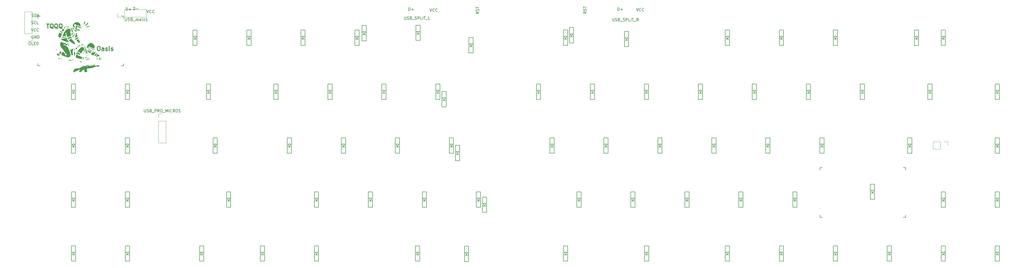
<source format=gto>
%TF.GenerationSoftware,KiCad,Pcbnew,8.0.8*%
%TF.CreationDate,2025-04-15T18:10:27+09:00*%
%TF.ProjectId,sswkbd_wiring,7373776b-6264-45f7-9769-72696e672e6b,rev?*%
%TF.SameCoordinates,Original*%
%TF.FileFunction,Legend,Top*%
%TF.FilePolarity,Positive*%
%FSLAX46Y46*%
G04 Gerber Fmt 4.6, Leading zero omitted, Abs format (unit mm)*
G04 Created by KiCad (PCBNEW 8.0.8) date 2025-04-15 18:10:27*
%MOMM*%
%LPD*%
G01*
G04 APERTURE LIST*
%ADD10C,0.150000*%
%ADD11C,0.300000*%
%ADD12C,0.120000*%
%ADD13C,0.000000*%
%ADD14R,1.397000X1.397000*%
%ADD15R,0.950000X1.300000*%
%ADD16C,1.397000*%
%ADD17C,1.750000*%
%ADD18C,3.000000*%
%ADD19C,3.987800*%
%ADD20C,3.048000*%
%ADD21C,0.500000*%
%ADD22R,1.700000X1.700000*%
%ADD23O,1.700000X1.700000*%
%ADD24C,1.524000*%
%ADD25R,2.500000X2.500000*%
%ADD26C,1.500000*%
G04 APERTURE END LIST*
D10*
X27174988Y-75396838D02*
X27079750Y-75349219D01*
X27079750Y-75349219D02*
X26936893Y-75349219D01*
X26936893Y-75349219D02*
X26794036Y-75396838D01*
X26794036Y-75396838D02*
X26698798Y-75492076D01*
X26698798Y-75492076D02*
X26651179Y-75587314D01*
X26651179Y-75587314D02*
X26603560Y-75777790D01*
X26603560Y-75777790D02*
X26603560Y-75920647D01*
X26603560Y-75920647D02*
X26651179Y-76111123D01*
X26651179Y-76111123D02*
X26698798Y-76206361D01*
X26698798Y-76206361D02*
X26794036Y-76301600D01*
X26794036Y-76301600D02*
X26936893Y-76349219D01*
X26936893Y-76349219D02*
X27032131Y-76349219D01*
X27032131Y-76349219D02*
X27174988Y-76301600D01*
X27174988Y-76301600D02*
X27222607Y-76253980D01*
X27222607Y-76253980D02*
X27222607Y-75920647D01*
X27222607Y-75920647D02*
X27032131Y-75920647D01*
X27651179Y-76349219D02*
X27651179Y-75349219D01*
X27651179Y-75349219D02*
X28222607Y-76349219D01*
X28222607Y-76349219D02*
X28222607Y-75349219D01*
X28698798Y-76349219D02*
X28698798Y-75349219D01*
X28698798Y-75349219D02*
X28936893Y-75349219D01*
X28936893Y-75349219D02*
X29079750Y-75396838D01*
X29079750Y-75396838D02*
X29174988Y-75492076D01*
X29174988Y-75492076D02*
X29222607Y-75587314D01*
X29222607Y-75587314D02*
X29270226Y-75777790D01*
X29270226Y-75777790D02*
X29270226Y-75920647D01*
X29270226Y-75920647D02*
X29222607Y-76111123D01*
X29222607Y-76111123D02*
X29174988Y-76206361D01*
X29174988Y-76206361D02*
X29079750Y-76301600D01*
X29079750Y-76301600D02*
X28936893Y-76349219D01*
X28936893Y-76349219D02*
X28698798Y-76349219D01*
X26527360Y-71221600D02*
X26670217Y-71269219D01*
X26670217Y-71269219D02*
X26908312Y-71269219D01*
X26908312Y-71269219D02*
X27003550Y-71221600D01*
X27003550Y-71221600D02*
X27051169Y-71173980D01*
X27051169Y-71173980D02*
X27098788Y-71078742D01*
X27098788Y-71078742D02*
X27098788Y-70983504D01*
X27098788Y-70983504D02*
X27051169Y-70888266D01*
X27051169Y-70888266D02*
X27003550Y-70840647D01*
X27003550Y-70840647D02*
X26908312Y-70793028D01*
X26908312Y-70793028D02*
X26717836Y-70745409D01*
X26717836Y-70745409D02*
X26622598Y-70697790D01*
X26622598Y-70697790D02*
X26574979Y-70650171D01*
X26574979Y-70650171D02*
X26527360Y-70554933D01*
X26527360Y-70554933D02*
X26527360Y-70459695D01*
X26527360Y-70459695D02*
X26574979Y-70364457D01*
X26574979Y-70364457D02*
X26622598Y-70316838D01*
X26622598Y-70316838D02*
X26717836Y-70269219D01*
X26717836Y-70269219D02*
X26955931Y-70269219D01*
X26955931Y-70269219D02*
X27098788Y-70316838D01*
X28098788Y-71173980D02*
X28051169Y-71221600D01*
X28051169Y-71221600D02*
X27908312Y-71269219D01*
X27908312Y-71269219D02*
X27813074Y-71269219D01*
X27813074Y-71269219D02*
X27670217Y-71221600D01*
X27670217Y-71221600D02*
X27574979Y-71126361D01*
X27574979Y-71126361D02*
X27527360Y-71031123D01*
X27527360Y-71031123D02*
X27479741Y-70840647D01*
X27479741Y-70840647D02*
X27479741Y-70697790D01*
X27479741Y-70697790D02*
X27527360Y-70507314D01*
X27527360Y-70507314D02*
X27574979Y-70412076D01*
X27574979Y-70412076D02*
X27670217Y-70316838D01*
X27670217Y-70316838D02*
X27813074Y-70269219D01*
X27813074Y-70269219D02*
X27908312Y-70269219D01*
X27908312Y-70269219D02*
X28051169Y-70316838D01*
X28051169Y-70316838D02*
X28098788Y-70364457D01*
X29003550Y-71269219D02*
X28527360Y-71269219D01*
X28527360Y-71269219D02*
X28527360Y-70269219D01*
X26508322Y-72885419D02*
X26841655Y-73885419D01*
X26841655Y-73885419D02*
X27174988Y-72885419D01*
X28079750Y-73790180D02*
X28032131Y-73837800D01*
X28032131Y-73837800D02*
X27889274Y-73885419D01*
X27889274Y-73885419D02*
X27794036Y-73885419D01*
X27794036Y-73885419D02*
X27651179Y-73837800D01*
X27651179Y-73837800D02*
X27555941Y-73742561D01*
X27555941Y-73742561D02*
X27508322Y-73647323D01*
X27508322Y-73647323D02*
X27460703Y-73456847D01*
X27460703Y-73456847D02*
X27460703Y-73313990D01*
X27460703Y-73313990D02*
X27508322Y-73123514D01*
X27508322Y-73123514D02*
X27555941Y-73028276D01*
X27555941Y-73028276D02*
X27651179Y-72933038D01*
X27651179Y-72933038D02*
X27794036Y-72885419D01*
X27794036Y-72885419D02*
X27889274Y-72885419D01*
X27889274Y-72885419D02*
X28032131Y-72933038D01*
X28032131Y-72933038D02*
X28079750Y-72980657D01*
X29079750Y-73790180D02*
X29032131Y-73837800D01*
X29032131Y-73837800D02*
X28889274Y-73885419D01*
X28889274Y-73885419D02*
X28794036Y-73885419D01*
X28794036Y-73885419D02*
X28651179Y-73837800D01*
X28651179Y-73837800D02*
X28555941Y-73742561D01*
X28555941Y-73742561D02*
X28508322Y-73647323D01*
X28508322Y-73647323D02*
X28460703Y-73456847D01*
X28460703Y-73456847D02*
X28460703Y-73313990D01*
X28460703Y-73313990D02*
X28508322Y-73123514D01*
X28508322Y-73123514D02*
X28555941Y-73028276D01*
X28555941Y-73028276D02*
X28651179Y-72933038D01*
X28651179Y-72933038D02*
X28794036Y-72885419D01*
X28794036Y-72885419D02*
X28889274Y-72885419D01*
X28889274Y-72885419D02*
X29032131Y-72933038D01*
X29032131Y-72933038D02*
X29079750Y-72980657D01*
X239500672Y-65744419D02*
X239834005Y-66744419D01*
X239834005Y-66744419D02*
X240167338Y-65744419D01*
X241072100Y-66649180D02*
X241024481Y-66696800D01*
X241024481Y-66696800D02*
X240881624Y-66744419D01*
X240881624Y-66744419D02*
X240786386Y-66744419D01*
X240786386Y-66744419D02*
X240643529Y-66696800D01*
X240643529Y-66696800D02*
X240548291Y-66601561D01*
X240548291Y-66601561D02*
X240500672Y-66506323D01*
X240500672Y-66506323D02*
X240453053Y-66315847D01*
X240453053Y-66315847D02*
X240453053Y-66172990D01*
X240453053Y-66172990D02*
X240500672Y-65982514D01*
X240500672Y-65982514D02*
X240548291Y-65887276D01*
X240548291Y-65887276D02*
X240643529Y-65792038D01*
X240643529Y-65792038D02*
X240786386Y-65744419D01*
X240786386Y-65744419D02*
X240881624Y-65744419D01*
X240881624Y-65744419D02*
X241024481Y-65792038D01*
X241024481Y-65792038D02*
X241072100Y-65839657D01*
X242072100Y-66649180D02*
X242024481Y-66696800D01*
X242024481Y-66696800D02*
X241881624Y-66744419D01*
X241881624Y-66744419D02*
X241786386Y-66744419D01*
X241786386Y-66744419D02*
X241643529Y-66696800D01*
X241643529Y-66696800D02*
X241548291Y-66601561D01*
X241548291Y-66601561D02*
X241500672Y-66506323D01*
X241500672Y-66506323D02*
X241453053Y-66315847D01*
X241453053Y-66315847D02*
X241453053Y-66172990D01*
X241453053Y-66172990D02*
X241500672Y-65982514D01*
X241500672Y-65982514D02*
X241548291Y-65887276D01*
X241548291Y-65887276D02*
X241643529Y-65792038D01*
X241643529Y-65792038D02*
X241786386Y-65744419D01*
X241786386Y-65744419D02*
X241881624Y-65744419D01*
X241881624Y-65744419D02*
X242024481Y-65792038D01*
X242024481Y-65792038D02*
X242072100Y-65839657D01*
X59823579Y-66519419D02*
X59823579Y-65519419D01*
X59823579Y-65519419D02*
X60061674Y-65519419D01*
X60061674Y-65519419D02*
X60204531Y-65567038D01*
X60204531Y-65567038D02*
X60299769Y-65662276D01*
X60299769Y-65662276D02*
X60347388Y-65757514D01*
X60347388Y-65757514D02*
X60395007Y-65947990D01*
X60395007Y-65947990D02*
X60395007Y-66090847D01*
X60395007Y-66090847D02*
X60347388Y-66281323D01*
X60347388Y-66281323D02*
X60299769Y-66376561D01*
X60299769Y-66376561D02*
X60204531Y-66471800D01*
X60204531Y-66471800D02*
X60061674Y-66519419D01*
X60061674Y-66519419D02*
X59823579Y-66519419D01*
X60823579Y-66138466D02*
X61585484Y-66138466D01*
X61204531Y-66519419D02*
X61204531Y-65757514D01*
X231086590Y-69254019D02*
X231086590Y-70063542D01*
X231086590Y-70063542D02*
X231134209Y-70158780D01*
X231134209Y-70158780D02*
X231181828Y-70206400D01*
X231181828Y-70206400D02*
X231277066Y-70254019D01*
X231277066Y-70254019D02*
X231467542Y-70254019D01*
X231467542Y-70254019D02*
X231562780Y-70206400D01*
X231562780Y-70206400D02*
X231610399Y-70158780D01*
X231610399Y-70158780D02*
X231658018Y-70063542D01*
X231658018Y-70063542D02*
X231658018Y-69254019D01*
X232086590Y-70206400D02*
X232229447Y-70254019D01*
X232229447Y-70254019D02*
X232467542Y-70254019D01*
X232467542Y-70254019D02*
X232562780Y-70206400D01*
X232562780Y-70206400D02*
X232610399Y-70158780D01*
X232610399Y-70158780D02*
X232658018Y-70063542D01*
X232658018Y-70063542D02*
X232658018Y-69968304D01*
X232658018Y-69968304D02*
X232610399Y-69873066D01*
X232610399Y-69873066D02*
X232562780Y-69825447D01*
X232562780Y-69825447D02*
X232467542Y-69777828D01*
X232467542Y-69777828D02*
X232277066Y-69730209D01*
X232277066Y-69730209D02*
X232181828Y-69682590D01*
X232181828Y-69682590D02*
X232134209Y-69634971D01*
X232134209Y-69634971D02*
X232086590Y-69539733D01*
X232086590Y-69539733D02*
X232086590Y-69444495D01*
X232086590Y-69444495D02*
X232134209Y-69349257D01*
X232134209Y-69349257D02*
X232181828Y-69301638D01*
X232181828Y-69301638D02*
X232277066Y-69254019D01*
X232277066Y-69254019D02*
X232515161Y-69254019D01*
X232515161Y-69254019D02*
X232658018Y-69301638D01*
X233419923Y-69730209D02*
X233562780Y-69777828D01*
X233562780Y-69777828D02*
X233610399Y-69825447D01*
X233610399Y-69825447D02*
X233658018Y-69920685D01*
X233658018Y-69920685D02*
X233658018Y-70063542D01*
X233658018Y-70063542D02*
X233610399Y-70158780D01*
X233610399Y-70158780D02*
X233562780Y-70206400D01*
X233562780Y-70206400D02*
X233467542Y-70254019D01*
X233467542Y-70254019D02*
X233086590Y-70254019D01*
X233086590Y-70254019D02*
X233086590Y-69254019D01*
X233086590Y-69254019D02*
X233419923Y-69254019D01*
X233419923Y-69254019D02*
X233515161Y-69301638D01*
X233515161Y-69301638D02*
X233562780Y-69349257D01*
X233562780Y-69349257D02*
X233610399Y-69444495D01*
X233610399Y-69444495D02*
X233610399Y-69539733D01*
X233610399Y-69539733D02*
X233562780Y-69634971D01*
X233562780Y-69634971D02*
X233515161Y-69682590D01*
X233515161Y-69682590D02*
X233419923Y-69730209D01*
X233419923Y-69730209D02*
X233086590Y-69730209D01*
X233848495Y-70349257D02*
X234610399Y-70349257D01*
X234800876Y-70206400D02*
X234943733Y-70254019D01*
X234943733Y-70254019D02*
X235181828Y-70254019D01*
X235181828Y-70254019D02*
X235277066Y-70206400D01*
X235277066Y-70206400D02*
X235324685Y-70158780D01*
X235324685Y-70158780D02*
X235372304Y-70063542D01*
X235372304Y-70063542D02*
X235372304Y-69968304D01*
X235372304Y-69968304D02*
X235324685Y-69873066D01*
X235324685Y-69873066D02*
X235277066Y-69825447D01*
X235277066Y-69825447D02*
X235181828Y-69777828D01*
X235181828Y-69777828D02*
X234991352Y-69730209D01*
X234991352Y-69730209D02*
X234896114Y-69682590D01*
X234896114Y-69682590D02*
X234848495Y-69634971D01*
X234848495Y-69634971D02*
X234800876Y-69539733D01*
X234800876Y-69539733D02*
X234800876Y-69444495D01*
X234800876Y-69444495D02*
X234848495Y-69349257D01*
X234848495Y-69349257D02*
X234896114Y-69301638D01*
X234896114Y-69301638D02*
X234991352Y-69254019D01*
X234991352Y-69254019D02*
X235229447Y-69254019D01*
X235229447Y-69254019D02*
X235372304Y-69301638D01*
X235800876Y-70254019D02*
X235800876Y-69254019D01*
X235800876Y-69254019D02*
X236181828Y-69254019D01*
X236181828Y-69254019D02*
X236277066Y-69301638D01*
X236277066Y-69301638D02*
X236324685Y-69349257D01*
X236324685Y-69349257D02*
X236372304Y-69444495D01*
X236372304Y-69444495D02*
X236372304Y-69587352D01*
X236372304Y-69587352D02*
X236324685Y-69682590D01*
X236324685Y-69682590D02*
X236277066Y-69730209D01*
X236277066Y-69730209D02*
X236181828Y-69777828D01*
X236181828Y-69777828D02*
X235800876Y-69777828D01*
X237277066Y-70254019D02*
X236800876Y-70254019D01*
X236800876Y-70254019D02*
X236800876Y-69254019D01*
X237610400Y-70254019D02*
X237610400Y-69254019D01*
X237943733Y-69254019D02*
X238515161Y-69254019D01*
X238229447Y-70254019D02*
X238229447Y-69254019D01*
X238610400Y-70349257D02*
X239372304Y-70349257D01*
X240181828Y-70254019D02*
X239848495Y-69777828D01*
X239610400Y-70254019D02*
X239610400Y-69254019D01*
X239610400Y-69254019D02*
X239991352Y-69254019D01*
X239991352Y-69254019D02*
X240086590Y-69301638D01*
X240086590Y-69301638D02*
X240134209Y-69349257D01*
X240134209Y-69349257D02*
X240181828Y-69444495D01*
X240181828Y-69444495D02*
X240181828Y-69587352D01*
X240181828Y-69587352D02*
X240134209Y-69682590D01*
X240134209Y-69682590D02*
X240086590Y-69730209D01*
X240086590Y-69730209D02*
X239991352Y-69777828D01*
X239991352Y-69777828D02*
X239610400Y-69777828D01*
X67161672Y-66404819D02*
X67495005Y-67404819D01*
X67495005Y-67404819D02*
X67828338Y-66404819D01*
X68733100Y-67309580D02*
X68685481Y-67357200D01*
X68685481Y-67357200D02*
X68542624Y-67404819D01*
X68542624Y-67404819D02*
X68447386Y-67404819D01*
X68447386Y-67404819D02*
X68304529Y-67357200D01*
X68304529Y-67357200D02*
X68209291Y-67261961D01*
X68209291Y-67261961D02*
X68161672Y-67166723D01*
X68161672Y-67166723D02*
X68114053Y-66976247D01*
X68114053Y-66976247D02*
X68114053Y-66833390D01*
X68114053Y-66833390D02*
X68161672Y-66642914D01*
X68161672Y-66642914D02*
X68209291Y-66547676D01*
X68209291Y-66547676D02*
X68304529Y-66452438D01*
X68304529Y-66452438D02*
X68447386Y-66404819D01*
X68447386Y-66404819D02*
X68542624Y-66404819D01*
X68542624Y-66404819D02*
X68685481Y-66452438D01*
X68685481Y-66452438D02*
X68733100Y-66500057D01*
X69733100Y-67309580D02*
X69685481Y-67357200D01*
X69685481Y-67357200D02*
X69542624Y-67404819D01*
X69542624Y-67404819D02*
X69447386Y-67404819D01*
X69447386Y-67404819D02*
X69304529Y-67357200D01*
X69304529Y-67357200D02*
X69209291Y-67261961D01*
X69209291Y-67261961D02*
X69161672Y-67166723D01*
X69161672Y-67166723D02*
X69114053Y-66976247D01*
X69114053Y-66976247D02*
X69114053Y-66833390D01*
X69114053Y-66833390D02*
X69161672Y-66642914D01*
X69161672Y-66642914D02*
X69209291Y-66547676D01*
X69209291Y-66547676D02*
X69304529Y-66452438D01*
X69304529Y-66452438D02*
X69447386Y-66404819D01*
X69447386Y-66404819D02*
X69542624Y-66404819D01*
X69542624Y-66404819D02*
X69685481Y-66452438D01*
X69685481Y-66452438D02*
X69733100Y-66500057D01*
X232924579Y-66544819D02*
X232924579Y-65544819D01*
X232924579Y-65544819D02*
X233162674Y-65544819D01*
X233162674Y-65544819D02*
X233305531Y-65592438D01*
X233305531Y-65592438D02*
X233400769Y-65687676D01*
X233400769Y-65687676D02*
X233448388Y-65782914D01*
X233448388Y-65782914D02*
X233496007Y-65973390D01*
X233496007Y-65973390D02*
X233496007Y-66116247D01*
X233496007Y-66116247D02*
X233448388Y-66306723D01*
X233448388Y-66306723D02*
X233400769Y-66401961D01*
X233400769Y-66401961D02*
X233305531Y-66497200D01*
X233305531Y-66497200D02*
X233162674Y-66544819D01*
X233162674Y-66544819D02*
X232924579Y-66544819D01*
X233924579Y-66163866D02*
X234686484Y-66163866D01*
X234305531Y-66544819D02*
X234305531Y-65782914D01*
X166817922Y-65925819D02*
X167151255Y-66925819D01*
X167151255Y-66925819D02*
X167484588Y-65925819D01*
X168389350Y-66830580D02*
X168341731Y-66878200D01*
X168341731Y-66878200D02*
X168198874Y-66925819D01*
X168198874Y-66925819D02*
X168103636Y-66925819D01*
X168103636Y-66925819D02*
X167960779Y-66878200D01*
X167960779Y-66878200D02*
X167865541Y-66782961D01*
X167865541Y-66782961D02*
X167817922Y-66687723D01*
X167817922Y-66687723D02*
X167770303Y-66497247D01*
X167770303Y-66497247D02*
X167770303Y-66354390D01*
X167770303Y-66354390D02*
X167817922Y-66163914D01*
X167817922Y-66163914D02*
X167865541Y-66068676D01*
X167865541Y-66068676D02*
X167960779Y-65973438D01*
X167960779Y-65973438D02*
X168103636Y-65925819D01*
X168103636Y-65925819D02*
X168198874Y-65925819D01*
X168198874Y-65925819D02*
X168341731Y-65973438D01*
X168341731Y-65973438D02*
X168389350Y-66021057D01*
X169389350Y-66830580D02*
X169341731Y-66878200D01*
X169341731Y-66878200D02*
X169198874Y-66925819D01*
X169198874Y-66925819D02*
X169103636Y-66925819D01*
X169103636Y-66925819D02*
X168960779Y-66878200D01*
X168960779Y-66878200D02*
X168865541Y-66782961D01*
X168865541Y-66782961D02*
X168817922Y-66687723D01*
X168817922Y-66687723D02*
X168770303Y-66497247D01*
X168770303Y-66497247D02*
X168770303Y-66354390D01*
X168770303Y-66354390D02*
X168817922Y-66163914D01*
X168817922Y-66163914D02*
X168865541Y-66068676D01*
X168865541Y-66068676D02*
X168960779Y-65973438D01*
X168960779Y-65973438D02*
X169103636Y-65925819D01*
X169103636Y-65925819D02*
X169198874Y-65925819D01*
X169198874Y-65925819D02*
X169341731Y-65973438D01*
X169341731Y-65973438D02*
X169389350Y-66021057D01*
X26654360Y-68707000D02*
X26797217Y-68754619D01*
X26797217Y-68754619D02*
X27035312Y-68754619D01*
X27035312Y-68754619D02*
X27130550Y-68707000D01*
X27130550Y-68707000D02*
X27178169Y-68659380D01*
X27178169Y-68659380D02*
X27225788Y-68564142D01*
X27225788Y-68564142D02*
X27225788Y-68468904D01*
X27225788Y-68468904D02*
X27178169Y-68373666D01*
X27178169Y-68373666D02*
X27130550Y-68326047D01*
X27130550Y-68326047D02*
X27035312Y-68278428D01*
X27035312Y-68278428D02*
X26844836Y-68230809D01*
X26844836Y-68230809D02*
X26749598Y-68183190D01*
X26749598Y-68183190D02*
X26701979Y-68135571D01*
X26701979Y-68135571D02*
X26654360Y-68040333D01*
X26654360Y-68040333D02*
X26654360Y-67945095D01*
X26654360Y-67945095D02*
X26701979Y-67849857D01*
X26701979Y-67849857D02*
X26749598Y-67802238D01*
X26749598Y-67802238D02*
X26844836Y-67754619D01*
X26844836Y-67754619D02*
X27082931Y-67754619D01*
X27082931Y-67754619D02*
X27225788Y-67802238D01*
X27654360Y-68754619D02*
X27654360Y-67754619D01*
X27654360Y-67754619D02*
X27892455Y-67754619D01*
X27892455Y-67754619D02*
X28035312Y-67802238D01*
X28035312Y-67802238D02*
X28130550Y-67897476D01*
X28130550Y-67897476D02*
X28178169Y-67992714D01*
X28178169Y-67992714D02*
X28225788Y-68183190D01*
X28225788Y-68183190D02*
X28225788Y-68326047D01*
X28225788Y-68326047D02*
X28178169Y-68516523D01*
X28178169Y-68516523D02*
X28130550Y-68611761D01*
X28130550Y-68611761D02*
X28035312Y-68707000D01*
X28035312Y-68707000D02*
X27892455Y-68754619D01*
X27892455Y-68754619D02*
X27654360Y-68754619D01*
X28606741Y-68468904D02*
X29082931Y-68468904D01*
X28511503Y-68754619D02*
X28844836Y-67754619D01*
X28844836Y-67754619D02*
X29178169Y-68754619D01*
X62439779Y-66367019D02*
X62439779Y-65367019D01*
X62439779Y-65367019D02*
X62677874Y-65367019D01*
X62677874Y-65367019D02*
X62820731Y-65414638D01*
X62820731Y-65414638D02*
X62915969Y-65509876D01*
X62915969Y-65509876D02*
X62963588Y-65605114D01*
X62963588Y-65605114D02*
X63011207Y-65795590D01*
X63011207Y-65795590D02*
X63011207Y-65938447D01*
X63011207Y-65938447D02*
X62963588Y-66128923D01*
X62963588Y-66128923D02*
X62915969Y-66224161D01*
X62915969Y-66224161D02*
X62820731Y-66319400D01*
X62820731Y-66319400D02*
X62677874Y-66367019D01*
X62677874Y-66367019D02*
X62439779Y-66367019D01*
X63439779Y-65986066D02*
X64201684Y-65986066D01*
X159340779Y-66544819D02*
X159340779Y-65544819D01*
X159340779Y-65544819D02*
X159578874Y-65544819D01*
X159578874Y-65544819D02*
X159721731Y-65592438D01*
X159721731Y-65592438D02*
X159816969Y-65687676D01*
X159816969Y-65687676D02*
X159864588Y-65782914D01*
X159864588Y-65782914D02*
X159912207Y-65973390D01*
X159912207Y-65973390D02*
X159912207Y-66116247D01*
X159912207Y-66116247D02*
X159864588Y-66306723D01*
X159864588Y-66306723D02*
X159816969Y-66401961D01*
X159816969Y-66401961D02*
X159721731Y-66497200D01*
X159721731Y-66497200D02*
X159578874Y-66544819D01*
X159578874Y-66544819D02*
X159340779Y-66544819D01*
X160340779Y-66163866D02*
X161102684Y-66163866D01*
X160721731Y-66544819D02*
X160721731Y-65782914D01*
X184059819Y-67047619D02*
X183583628Y-67380952D01*
X184059819Y-67619047D02*
X183059819Y-67619047D01*
X183059819Y-67619047D02*
X183059819Y-67238095D01*
X183059819Y-67238095D02*
X183107438Y-67142857D01*
X183107438Y-67142857D02*
X183155057Y-67095238D01*
X183155057Y-67095238D02*
X183250295Y-67047619D01*
X183250295Y-67047619D02*
X183393152Y-67047619D01*
X183393152Y-67047619D02*
X183488390Y-67095238D01*
X183488390Y-67095238D02*
X183536009Y-67142857D01*
X183536009Y-67142857D02*
X183583628Y-67238095D01*
X183583628Y-67238095D02*
X183583628Y-67619047D01*
X184012200Y-66666666D02*
X184059819Y-66523809D01*
X184059819Y-66523809D02*
X184059819Y-66285714D01*
X184059819Y-66285714D02*
X184012200Y-66190476D01*
X184012200Y-66190476D02*
X183964580Y-66142857D01*
X183964580Y-66142857D02*
X183869342Y-66095238D01*
X183869342Y-66095238D02*
X183774104Y-66095238D01*
X183774104Y-66095238D02*
X183678866Y-66142857D01*
X183678866Y-66142857D02*
X183631247Y-66190476D01*
X183631247Y-66190476D02*
X183583628Y-66285714D01*
X183583628Y-66285714D02*
X183536009Y-66476190D01*
X183536009Y-66476190D02*
X183488390Y-66571428D01*
X183488390Y-66571428D02*
X183440771Y-66619047D01*
X183440771Y-66619047D02*
X183345533Y-66666666D01*
X183345533Y-66666666D02*
X183250295Y-66666666D01*
X183250295Y-66666666D02*
X183155057Y-66619047D01*
X183155057Y-66619047D02*
X183107438Y-66571428D01*
X183107438Y-66571428D02*
X183059819Y-66476190D01*
X183059819Y-66476190D02*
X183059819Y-66238095D01*
X183059819Y-66238095D02*
X183107438Y-66095238D01*
X183059819Y-65809523D02*
X183059819Y-65238095D01*
X184059819Y-65523809D02*
X183059819Y-65523809D01*
X66210657Y-101391819D02*
X66210657Y-102201342D01*
X66210657Y-102201342D02*
X66258276Y-102296580D01*
X66258276Y-102296580D02*
X66305895Y-102344200D01*
X66305895Y-102344200D02*
X66401133Y-102391819D01*
X66401133Y-102391819D02*
X66591609Y-102391819D01*
X66591609Y-102391819D02*
X66686847Y-102344200D01*
X66686847Y-102344200D02*
X66734466Y-102296580D01*
X66734466Y-102296580D02*
X66782085Y-102201342D01*
X66782085Y-102201342D02*
X66782085Y-101391819D01*
X67210657Y-102344200D02*
X67353514Y-102391819D01*
X67353514Y-102391819D02*
X67591609Y-102391819D01*
X67591609Y-102391819D02*
X67686847Y-102344200D01*
X67686847Y-102344200D02*
X67734466Y-102296580D01*
X67734466Y-102296580D02*
X67782085Y-102201342D01*
X67782085Y-102201342D02*
X67782085Y-102106104D01*
X67782085Y-102106104D02*
X67734466Y-102010866D01*
X67734466Y-102010866D02*
X67686847Y-101963247D01*
X67686847Y-101963247D02*
X67591609Y-101915628D01*
X67591609Y-101915628D02*
X67401133Y-101868009D01*
X67401133Y-101868009D02*
X67305895Y-101820390D01*
X67305895Y-101820390D02*
X67258276Y-101772771D01*
X67258276Y-101772771D02*
X67210657Y-101677533D01*
X67210657Y-101677533D02*
X67210657Y-101582295D01*
X67210657Y-101582295D02*
X67258276Y-101487057D01*
X67258276Y-101487057D02*
X67305895Y-101439438D01*
X67305895Y-101439438D02*
X67401133Y-101391819D01*
X67401133Y-101391819D02*
X67639228Y-101391819D01*
X67639228Y-101391819D02*
X67782085Y-101439438D01*
X68543990Y-101868009D02*
X68686847Y-101915628D01*
X68686847Y-101915628D02*
X68734466Y-101963247D01*
X68734466Y-101963247D02*
X68782085Y-102058485D01*
X68782085Y-102058485D02*
X68782085Y-102201342D01*
X68782085Y-102201342D02*
X68734466Y-102296580D01*
X68734466Y-102296580D02*
X68686847Y-102344200D01*
X68686847Y-102344200D02*
X68591609Y-102391819D01*
X68591609Y-102391819D02*
X68210657Y-102391819D01*
X68210657Y-102391819D02*
X68210657Y-101391819D01*
X68210657Y-101391819D02*
X68543990Y-101391819D01*
X68543990Y-101391819D02*
X68639228Y-101439438D01*
X68639228Y-101439438D02*
X68686847Y-101487057D01*
X68686847Y-101487057D02*
X68734466Y-101582295D01*
X68734466Y-101582295D02*
X68734466Y-101677533D01*
X68734466Y-101677533D02*
X68686847Y-101772771D01*
X68686847Y-101772771D02*
X68639228Y-101820390D01*
X68639228Y-101820390D02*
X68543990Y-101868009D01*
X68543990Y-101868009D02*
X68210657Y-101868009D01*
X68972562Y-102487057D02*
X69734466Y-102487057D01*
X69972562Y-102391819D02*
X69972562Y-101391819D01*
X69972562Y-101391819D02*
X70353514Y-101391819D01*
X70353514Y-101391819D02*
X70448752Y-101439438D01*
X70448752Y-101439438D02*
X70496371Y-101487057D01*
X70496371Y-101487057D02*
X70543990Y-101582295D01*
X70543990Y-101582295D02*
X70543990Y-101725152D01*
X70543990Y-101725152D02*
X70496371Y-101820390D01*
X70496371Y-101820390D02*
X70448752Y-101868009D01*
X70448752Y-101868009D02*
X70353514Y-101915628D01*
X70353514Y-101915628D02*
X69972562Y-101915628D01*
X71543990Y-102391819D02*
X71210657Y-101915628D01*
X70972562Y-102391819D02*
X70972562Y-101391819D01*
X70972562Y-101391819D02*
X71353514Y-101391819D01*
X71353514Y-101391819D02*
X71448752Y-101439438D01*
X71448752Y-101439438D02*
X71496371Y-101487057D01*
X71496371Y-101487057D02*
X71543990Y-101582295D01*
X71543990Y-101582295D02*
X71543990Y-101725152D01*
X71543990Y-101725152D02*
X71496371Y-101820390D01*
X71496371Y-101820390D02*
X71448752Y-101868009D01*
X71448752Y-101868009D02*
X71353514Y-101915628D01*
X71353514Y-101915628D02*
X70972562Y-101915628D01*
X72163038Y-101391819D02*
X72353514Y-101391819D01*
X72353514Y-101391819D02*
X72448752Y-101439438D01*
X72448752Y-101439438D02*
X72543990Y-101534676D01*
X72543990Y-101534676D02*
X72591609Y-101725152D01*
X72591609Y-101725152D02*
X72591609Y-102058485D01*
X72591609Y-102058485D02*
X72543990Y-102248961D01*
X72543990Y-102248961D02*
X72448752Y-102344200D01*
X72448752Y-102344200D02*
X72353514Y-102391819D01*
X72353514Y-102391819D02*
X72163038Y-102391819D01*
X72163038Y-102391819D02*
X72067800Y-102344200D01*
X72067800Y-102344200D02*
X71972562Y-102248961D01*
X71972562Y-102248961D02*
X71924943Y-102058485D01*
X71924943Y-102058485D02*
X71924943Y-101725152D01*
X71924943Y-101725152D02*
X71972562Y-101534676D01*
X71972562Y-101534676D02*
X72067800Y-101439438D01*
X72067800Y-101439438D02*
X72163038Y-101391819D01*
X72782086Y-102487057D02*
X73543990Y-102487057D01*
X73782086Y-102391819D02*
X73782086Y-101391819D01*
X73782086Y-101391819D02*
X74115419Y-102106104D01*
X74115419Y-102106104D02*
X74448752Y-101391819D01*
X74448752Y-101391819D02*
X74448752Y-102391819D01*
X74924943Y-102391819D02*
X74924943Y-101391819D01*
X75972561Y-102296580D02*
X75924942Y-102344200D01*
X75924942Y-102344200D02*
X75782085Y-102391819D01*
X75782085Y-102391819D02*
X75686847Y-102391819D01*
X75686847Y-102391819D02*
X75543990Y-102344200D01*
X75543990Y-102344200D02*
X75448752Y-102248961D01*
X75448752Y-102248961D02*
X75401133Y-102153723D01*
X75401133Y-102153723D02*
X75353514Y-101963247D01*
X75353514Y-101963247D02*
X75353514Y-101820390D01*
X75353514Y-101820390D02*
X75401133Y-101629914D01*
X75401133Y-101629914D02*
X75448752Y-101534676D01*
X75448752Y-101534676D02*
X75543990Y-101439438D01*
X75543990Y-101439438D02*
X75686847Y-101391819D01*
X75686847Y-101391819D02*
X75782085Y-101391819D01*
X75782085Y-101391819D02*
X75924942Y-101439438D01*
X75924942Y-101439438D02*
X75972561Y-101487057D01*
X76972561Y-102391819D02*
X76639228Y-101915628D01*
X76401133Y-102391819D02*
X76401133Y-101391819D01*
X76401133Y-101391819D02*
X76782085Y-101391819D01*
X76782085Y-101391819D02*
X76877323Y-101439438D01*
X76877323Y-101439438D02*
X76924942Y-101487057D01*
X76924942Y-101487057D02*
X76972561Y-101582295D01*
X76972561Y-101582295D02*
X76972561Y-101725152D01*
X76972561Y-101725152D02*
X76924942Y-101820390D01*
X76924942Y-101820390D02*
X76877323Y-101868009D01*
X76877323Y-101868009D02*
X76782085Y-101915628D01*
X76782085Y-101915628D02*
X76401133Y-101915628D01*
X77591609Y-101391819D02*
X77782085Y-101391819D01*
X77782085Y-101391819D02*
X77877323Y-101439438D01*
X77877323Y-101439438D02*
X77972561Y-101534676D01*
X77972561Y-101534676D02*
X78020180Y-101725152D01*
X78020180Y-101725152D02*
X78020180Y-102058485D01*
X78020180Y-102058485D02*
X77972561Y-102248961D01*
X77972561Y-102248961D02*
X77877323Y-102344200D01*
X77877323Y-102344200D02*
X77782085Y-102391819D01*
X77782085Y-102391819D02*
X77591609Y-102391819D01*
X77591609Y-102391819D02*
X77496371Y-102344200D01*
X77496371Y-102344200D02*
X77401133Y-102248961D01*
X77401133Y-102248961D02*
X77353514Y-102058485D01*
X77353514Y-102058485D02*
X77353514Y-101725152D01*
X77353514Y-101725152D02*
X77401133Y-101534676D01*
X77401133Y-101534676D02*
X77496371Y-101439438D01*
X77496371Y-101439438D02*
X77591609Y-101391819D01*
X78972561Y-102391819D02*
X78401133Y-102391819D01*
X78686847Y-102391819D02*
X78686847Y-101391819D01*
X78686847Y-101391819D02*
X78591609Y-101534676D01*
X78591609Y-101534676D02*
X78496371Y-101629914D01*
X78496371Y-101629914D02*
X78401133Y-101677533D01*
D11*
X31864575Y-71273658D02*
X32721718Y-71273658D01*
X32293146Y-72773658D02*
X32293146Y-71273658D01*
X34221717Y-72916515D02*
X34078860Y-72845087D01*
X34078860Y-72845087D02*
X33936003Y-72702230D01*
X33936003Y-72702230D02*
X33721717Y-72487944D01*
X33721717Y-72487944D02*
X33578860Y-72416515D01*
X33578860Y-72416515D02*
X33436003Y-72416515D01*
X33507432Y-72773658D02*
X33364575Y-72702230D01*
X33364575Y-72702230D02*
X33221717Y-72559372D01*
X33221717Y-72559372D02*
X33150289Y-72273658D01*
X33150289Y-72273658D02*
X33150289Y-71773658D01*
X33150289Y-71773658D02*
X33221717Y-71487944D01*
X33221717Y-71487944D02*
X33364575Y-71345087D01*
X33364575Y-71345087D02*
X33507432Y-71273658D01*
X33507432Y-71273658D02*
X33793146Y-71273658D01*
X33793146Y-71273658D02*
X33936003Y-71345087D01*
X33936003Y-71345087D02*
X34078860Y-71487944D01*
X34078860Y-71487944D02*
X34150289Y-71773658D01*
X34150289Y-71773658D02*
X34150289Y-72273658D01*
X34150289Y-72273658D02*
X34078860Y-72559372D01*
X34078860Y-72559372D02*
X33936003Y-72702230D01*
X33936003Y-72702230D02*
X33793146Y-72773658D01*
X33793146Y-72773658D02*
X33507432Y-72773658D01*
X35793146Y-72916515D02*
X35650289Y-72845087D01*
X35650289Y-72845087D02*
X35507432Y-72702230D01*
X35507432Y-72702230D02*
X35293146Y-72487944D01*
X35293146Y-72487944D02*
X35150289Y-72416515D01*
X35150289Y-72416515D02*
X35007432Y-72416515D01*
X35078861Y-72773658D02*
X34936004Y-72702230D01*
X34936004Y-72702230D02*
X34793146Y-72559372D01*
X34793146Y-72559372D02*
X34721718Y-72273658D01*
X34721718Y-72273658D02*
X34721718Y-71773658D01*
X34721718Y-71773658D02*
X34793146Y-71487944D01*
X34793146Y-71487944D02*
X34936004Y-71345087D01*
X34936004Y-71345087D02*
X35078861Y-71273658D01*
X35078861Y-71273658D02*
X35364575Y-71273658D01*
X35364575Y-71273658D02*
X35507432Y-71345087D01*
X35507432Y-71345087D02*
X35650289Y-71487944D01*
X35650289Y-71487944D02*
X35721718Y-71773658D01*
X35721718Y-71773658D02*
X35721718Y-72273658D01*
X35721718Y-72273658D02*
X35650289Y-72559372D01*
X35650289Y-72559372D02*
X35507432Y-72702230D01*
X35507432Y-72702230D02*
X35364575Y-72773658D01*
X35364575Y-72773658D02*
X35078861Y-72773658D01*
X37364575Y-72916515D02*
X37221718Y-72845087D01*
X37221718Y-72845087D02*
X37078861Y-72702230D01*
X37078861Y-72702230D02*
X36864575Y-72487944D01*
X36864575Y-72487944D02*
X36721718Y-72416515D01*
X36721718Y-72416515D02*
X36578861Y-72416515D01*
X36650290Y-72773658D02*
X36507433Y-72702230D01*
X36507433Y-72702230D02*
X36364575Y-72559372D01*
X36364575Y-72559372D02*
X36293147Y-72273658D01*
X36293147Y-72273658D02*
X36293147Y-71773658D01*
X36293147Y-71773658D02*
X36364575Y-71487944D01*
X36364575Y-71487944D02*
X36507433Y-71345087D01*
X36507433Y-71345087D02*
X36650290Y-71273658D01*
X36650290Y-71273658D02*
X36936004Y-71273658D01*
X36936004Y-71273658D02*
X37078861Y-71345087D01*
X37078861Y-71345087D02*
X37221718Y-71487944D01*
X37221718Y-71487944D02*
X37293147Y-71773658D01*
X37293147Y-71773658D02*
X37293147Y-72273658D01*
X37293147Y-72273658D02*
X37221718Y-72559372D01*
X37221718Y-72559372D02*
X37078861Y-72702230D01*
X37078861Y-72702230D02*
X36936004Y-72773658D01*
X36936004Y-72773658D02*
X36650290Y-72773658D01*
X50095515Y-79209958D02*
X50381229Y-79209958D01*
X50381229Y-79209958D02*
X50524086Y-79281387D01*
X50524086Y-79281387D02*
X50666943Y-79424244D01*
X50666943Y-79424244D02*
X50738372Y-79709958D01*
X50738372Y-79709958D02*
X50738372Y-80209958D01*
X50738372Y-80209958D02*
X50666943Y-80495672D01*
X50666943Y-80495672D02*
X50524086Y-80638530D01*
X50524086Y-80638530D02*
X50381229Y-80709958D01*
X50381229Y-80709958D02*
X50095515Y-80709958D01*
X50095515Y-80709958D02*
X49952658Y-80638530D01*
X49952658Y-80638530D02*
X49809800Y-80495672D01*
X49809800Y-80495672D02*
X49738372Y-80209958D01*
X49738372Y-80209958D02*
X49738372Y-79709958D01*
X49738372Y-79709958D02*
X49809800Y-79424244D01*
X49809800Y-79424244D02*
X49952658Y-79281387D01*
X49952658Y-79281387D02*
X50095515Y-79209958D01*
X52024087Y-80709958D02*
X52024087Y-79924244D01*
X52024087Y-79924244D02*
X51952658Y-79781387D01*
X51952658Y-79781387D02*
X51809801Y-79709958D01*
X51809801Y-79709958D02*
X51524087Y-79709958D01*
X51524087Y-79709958D02*
X51381229Y-79781387D01*
X52024087Y-80638530D02*
X51881229Y-80709958D01*
X51881229Y-80709958D02*
X51524087Y-80709958D01*
X51524087Y-80709958D02*
X51381229Y-80638530D01*
X51381229Y-80638530D02*
X51309801Y-80495672D01*
X51309801Y-80495672D02*
X51309801Y-80352815D01*
X51309801Y-80352815D02*
X51381229Y-80209958D01*
X51381229Y-80209958D02*
X51524087Y-80138530D01*
X51524087Y-80138530D02*
X51881229Y-80138530D01*
X51881229Y-80138530D02*
X52024087Y-80067101D01*
X52666944Y-80638530D02*
X52809801Y-80709958D01*
X52809801Y-80709958D02*
X53095515Y-80709958D01*
X53095515Y-80709958D02*
X53238372Y-80638530D01*
X53238372Y-80638530D02*
X53309801Y-80495672D01*
X53309801Y-80495672D02*
X53309801Y-80424244D01*
X53309801Y-80424244D02*
X53238372Y-80281387D01*
X53238372Y-80281387D02*
X53095515Y-80209958D01*
X53095515Y-80209958D02*
X52881230Y-80209958D01*
X52881230Y-80209958D02*
X52738372Y-80138530D01*
X52738372Y-80138530D02*
X52666944Y-79995672D01*
X52666944Y-79995672D02*
X52666944Y-79924244D01*
X52666944Y-79924244D02*
X52738372Y-79781387D01*
X52738372Y-79781387D02*
X52881230Y-79709958D01*
X52881230Y-79709958D02*
X53095515Y-79709958D01*
X53095515Y-79709958D02*
X53238372Y-79781387D01*
X53952658Y-80709958D02*
X53952658Y-79709958D01*
X53952658Y-79209958D02*
X53881230Y-79281387D01*
X53881230Y-79281387D02*
X53952658Y-79352815D01*
X53952658Y-79352815D02*
X54024087Y-79281387D01*
X54024087Y-79281387D02*
X53952658Y-79209958D01*
X53952658Y-79209958D02*
X53952658Y-79352815D01*
X54595516Y-80638530D02*
X54738373Y-80709958D01*
X54738373Y-80709958D02*
X55024087Y-80709958D01*
X55024087Y-80709958D02*
X55166944Y-80638530D01*
X55166944Y-80638530D02*
X55238373Y-80495672D01*
X55238373Y-80495672D02*
X55238373Y-80424244D01*
X55238373Y-80424244D02*
X55166944Y-80281387D01*
X55166944Y-80281387D02*
X55024087Y-80209958D01*
X55024087Y-80209958D02*
X54809802Y-80209958D01*
X54809802Y-80209958D02*
X54666944Y-80138530D01*
X54666944Y-80138530D02*
X54595516Y-79995672D01*
X54595516Y-79995672D02*
X54595516Y-79924244D01*
X54595516Y-79924244D02*
X54666944Y-79781387D01*
X54666944Y-79781387D02*
X54809802Y-79709958D01*
X54809802Y-79709958D02*
X55024087Y-79709958D01*
X55024087Y-79709958D02*
X55166944Y-79781387D01*
D10*
X59520629Y-69177819D02*
X59520629Y-69987342D01*
X59520629Y-69987342D02*
X59568248Y-70082580D01*
X59568248Y-70082580D02*
X59615867Y-70130200D01*
X59615867Y-70130200D02*
X59711105Y-70177819D01*
X59711105Y-70177819D02*
X59901581Y-70177819D01*
X59901581Y-70177819D02*
X59996819Y-70130200D01*
X59996819Y-70130200D02*
X60044438Y-70082580D01*
X60044438Y-70082580D02*
X60092057Y-69987342D01*
X60092057Y-69987342D02*
X60092057Y-69177819D01*
X60520629Y-70130200D02*
X60663486Y-70177819D01*
X60663486Y-70177819D02*
X60901581Y-70177819D01*
X60901581Y-70177819D02*
X60996819Y-70130200D01*
X60996819Y-70130200D02*
X61044438Y-70082580D01*
X61044438Y-70082580D02*
X61092057Y-69987342D01*
X61092057Y-69987342D02*
X61092057Y-69892104D01*
X61092057Y-69892104D02*
X61044438Y-69796866D01*
X61044438Y-69796866D02*
X60996819Y-69749247D01*
X60996819Y-69749247D02*
X60901581Y-69701628D01*
X60901581Y-69701628D02*
X60711105Y-69654009D01*
X60711105Y-69654009D02*
X60615867Y-69606390D01*
X60615867Y-69606390D02*
X60568248Y-69558771D01*
X60568248Y-69558771D02*
X60520629Y-69463533D01*
X60520629Y-69463533D02*
X60520629Y-69368295D01*
X60520629Y-69368295D02*
X60568248Y-69273057D01*
X60568248Y-69273057D02*
X60615867Y-69225438D01*
X60615867Y-69225438D02*
X60711105Y-69177819D01*
X60711105Y-69177819D02*
X60949200Y-69177819D01*
X60949200Y-69177819D02*
X61092057Y-69225438D01*
X61853962Y-69654009D02*
X61996819Y-69701628D01*
X61996819Y-69701628D02*
X62044438Y-69749247D01*
X62044438Y-69749247D02*
X62092057Y-69844485D01*
X62092057Y-69844485D02*
X62092057Y-69987342D01*
X62092057Y-69987342D02*
X62044438Y-70082580D01*
X62044438Y-70082580D02*
X61996819Y-70130200D01*
X61996819Y-70130200D02*
X61901581Y-70177819D01*
X61901581Y-70177819D02*
X61520629Y-70177819D01*
X61520629Y-70177819D02*
X61520629Y-69177819D01*
X61520629Y-69177819D02*
X61853962Y-69177819D01*
X61853962Y-69177819D02*
X61949200Y-69225438D01*
X61949200Y-69225438D02*
X61996819Y-69273057D01*
X61996819Y-69273057D02*
X62044438Y-69368295D01*
X62044438Y-69368295D02*
X62044438Y-69463533D01*
X62044438Y-69463533D02*
X61996819Y-69558771D01*
X61996819Y-69558771D02*
X61949200Y-69606390D01*
X61949200Y-69606390D02*
X61853962Y-69654009D01*
X61853962Y-69654009D02*
X61520629Y-69654009D01*
X62282534Y-70273057D02*
X63044438Y-70273057D01*
X63282534Y-70177819D02*
X63282534Y-69511152D01*
X63282534Y-69606390D02*
X63330153Y-69558771D01*
X63330153Y-69558771D02*
X63425391Y-69511152D01*
X63425391Y-69511152D02*
X63568248Y-69511152D01*
X63568248Y-69511152D02*
X63663486Y-69558771D01*
X63663486Y-69558771D02*
X63711105Y-69654009D01*
X63711105Y-69654009D02*
X63711105Y-70177819D01*
X63711105Y-69654009D02*
X63758724Y-69558771D01*
X63758724Y-69558771D02*
X63853962Y-69511152D01*
X63853962Y-69511152D02*
X63996819Y-69511152D01*
X63996819Y-69511152D02*
X64092058Y-69558771D01*
X64092058Y-69558771D02*
X64139677Y-69654009D01*
X64139677Y-69654009D02*
X64139677Y-70177819D01*
X65044438Y-70177819D02*
X65044438Y-69654009D01*
X65044438Y-69654009D02*
X64996819Y-69558771D01*
X64996819Y-69558771D02*
X64901581Y-69511152D01*
X64901581Y-69511152D02*
X64711105Y-69511152D01*
X64711105Y-69511152D02*
X64615867Y-69558771D01*
X65044438Y-70130200D02*
X64949200Y-70177819D01*
X64949200Y-70177819D02*
X64711105Y-70177819D01*
X64711105Y-70177819D02*
X64615867Y-70130200D01*
X64615867Y-70130200D02*
X64568248Y-70034961D01*
X64568248Y-70034961D02*
X64568248Y-69939723D01*
X64568248Y-69939723D02*
X64615867Y-69844485D01*
X64615867Y-69844485D02*
X64711105Y-69796866D01*
X64711105Y-69796866D02*
X64949200Y-69796866D01*
X64949200Y-69796866D02*
X65044438Y-69749247D01*
X65520629Y-70177819D02*
X65520629Y-69511152D01*
X65520629Y-69177819D02*
X65473010Y-69225438D01*
X65473010Y-69225438D02*
X65520629Y-69273057D01*
X65520629Y-69273057D02*
X65568248Y-69225438D01*
X65568248Y-69225438D02*
X65520629Y-69177819D01*
X65520629Y-69177819D02*
X65520629Y-69273057D01*
X65996819Y-69511152D02*
X65996819Y-70177819D01*
X65996819Y-69606390D02*
X66044438Y-69558771D01*
X66044438Y-69558771D02*
X66139676Y-69511152D01*
X66139676Y-69511152D02*
X66282533Y-69511152D01*
X66282533Y-69511152D02*
X66377771Y-69558771D01*
X66377771Y-69558771D02*
X66425390Y-69654009D01*
X66425390Y-69654009D02*
X66425390Y-70177819D01*
X67425390Y-70177819D02*
X66853962Y-70177819D01*
X67139676Y-70177819D02*
X67139676Y-69177819D01*
X67139676Y-69177819D02*
X67044438Y-69320676D01*
X67044438Y-69320676D02*
X66949200Y-69415914D01*
X66949200Y-69415914D02*
X66853962Y-69463533D01*
X157801228Y-68720619D02*
X157801228Y-69530142D01*
X157801228Y-69530142D02*
X157848847Y-69625380D01*
X157848847Y-69625380D02*
X157896466Y-69673000D01*
X157896466Y-69673000D02*
X157991704Y-69720619D01*
X157991704Y-69720619D02*
X158182180Y-69720619D01*
X158182180Y-69720619D02*
X158277418Y-69673000D01*
X158277418Y-69673000D02*
X158325037Y-69625380D01*
X158325037Y-69625380D02*
X158372656Y-69530142D01*
X158372656Y-69530142D02*
X158372656Y-68720619D01*
X158801228Y-69673000D02*
X158944085Y-69720619D01*
X158944085Y-69720619D02*
X159182180Y-69720619D01*
X159182180Y-69720619D02*
X159277418Y-69673000D01*
X159277418Y-69673000D02*
X159325037Y-69625380D01*
X159325037Y-69625380D02*
X159372656Y-69530142D01*
X159372656Y-69530142D02*
X159372656Y-69434904D01*
X159372656Y-69434904D02*
X159325037Y-69339666D01*
X159325037Y-69339666D02*
X159277418Y-69292047D01*
X159277418Y-69292047D02*
X159182180Y-69244428D01*
X159182180Y-69244428D02*
X158991704Y-69196809D01*
X158991704Y-69196809D02*
X158896466Y-69149190D01*
X158896466Y-69149190D02*
X158848847Y-69101571D01*
X158848847Y-69101571D02*
X158801228Y-69006333D01*
X158801228Y-69006333D02*
X158801228Y-68911095D01*
X158801228Y-68911095D02*
X158848847Y-68815857D01*
X158848847Y-68815857D02*
X158896466Y-68768238D01*
X158896466Y-68768238D02*
X158991704Y-68720619D01*
X158991704Y-68720619D02*
X159229799Y-68720619D01*
X159229799Y-68720619D02*
X159372656Y-68768238D01*
X160134561Y-69196809D02*
X160277418Y-69244428D01*
X160277418Y-69244428D02*
X160325037Y-69292047D01*
X160325037Y-69292047D02*
X160372656Y-69387285D01*
X160372656Y-69387285D02*
X160372656Y-69530142D01*
X160372656Y-69530142D02*
X160325037Y-69625380D01*
X160325037Y-69625380D02*
X160277418Y-69673000D01*
X160277418Y-69673000D02*
X160182180Y-69720619D01*
X160182180Y-69720619D02*
X159801228Y-69720619D01*
X159801228Y-69720619D02*
X159801228Y-68720619D01*
X159801228Y-68720619D02*
X160134561Y-68720619D01*
X160134561Y-68720619D02*
X160229799Y-68768238D01*
X160229799Y-68768238D02*
X160277418Y-68815857D01*
X160277418Y-68815857D02*
X160325037Y-68911095D01*
X160325037Y-68911095D02*
X160325037Y-69006333D01*
X160325037Y-69006333D02*
X160277418Y-69101571D01*
X160277418Y-69101571D02*
X160229799Y-69149190D01*
X160229799Y-69149190D02*
X160134561Y-69196809D01*
X160134561Y-69196809D02*
X159801228Y-69196809D01*
X160563133Y-69815857D02*
X161325037Y-69815857D01*
X161515514Y-69673000D02*
X161658371Y-69720619D01*
X161658371Y-69720619D02*
X161896466Y-69720619D01*
X161896466Y-69720619D02*
X161991704Y-69673000D01*
X161991704Y-69673000D02*
X162039323Y-69625380D01*
X162039323Y-69625380D02*
X162086942Y-69530142D01*
X162086942Y-69530142D02*
X162086942Y-69434904D01*
X162086942Y-69434904D02*
X162039323Y-69339666D01*
X162039323Y-69339666D02*
X161991704Y-69292047D01*
X161991704Y-69292047D02*
X161896466Y-69244428D01*
X161896466Y-69244428D02*
X161705990Y-69196809D01*
X161705990Y-69196809D02*
X161610752Y-69149190D01*
X161610752Y-69149190D02*
X161563133Y-69101571D01*
X161563133Y-69101571D02*
X161515514Y-69006333D01*
X161515514Y-69006333D02*
X161515514Y-68911095D01*
X161515514Y-68911095D02*
X161563133Y-68815857D01*
X161563133Y-68815857D02*
X161610752Y-68768238D01*
X161610752Y-68768238D02*
X161705990Y-68720619D01*
X161705990Y-68720619D02*
X161944085Y-68720619D01*
X161944085Y-68720619D02*
X162086942Y-68768238D01*
X162515514Y-69720619D02*
X162515514Y-68720619D01*
X162515514Y-68720619D02*
X162896466Y-68720619D01*
X162896466Y-68720619D02*
X162991704Y-68768238D01*
X162991704Y-68768238D02*
X163039323Y-68815857D01*
X163039323Y-68815857D02*
X163086942Y-68911095D01*
X163086942Y-68911095D02*
X163086942Y-69053952D01*
X163086942Y-69053952D02*
X163039323Y-69149190D01*
X163039323Y-69149190D02*
X162991704Y-69196809D01*
X162991704Y-69196809D02*
X162896466Y-69244428D01*
X162896466Y-69244428D02*
X162515514Y-69244428D01*
X163991704Y-69720619D02*
X163515514Y-69720619D01*
X163515514Y-69720619D02*
X163515514Y-68720619D01*
X164325038Y-69720619D02*
X164325038Y-68720619D01*
X164658371Y-68720619D02*
X165229799Y-68720619D01*
X164944085Y-69720619D02*
X164944085Y-68720619D01*
X165325038Y-69815857D02*
X166086942Y-69815857D01*
X166801228Y-69720619D02*
X166325038Y-69720619D01*
X166325038Y-69720619D02*
X166325038Y-68720619D01*
X25852619Y-77686819D02*
X26043095Y-77686819D01*
X26043095Y-77686819D02*
X26138333Y-77734438D01*
X26138333Y-77734438D02*
X26233571Y-77829676D01*
X26233571Y-77829676D02*
X26281190Y-78020152D01*
X26281190Y-78020152D02*
X26281190Y-78353485D01*
X26281190Y-78353485D02*
X26233571Y-78543961D01*
X26233571Y-78543961D02*
X26138333Y-78639200D01*
X26138333Y-78639200D02*
X26043095Y-78686819D01*
X26043095Y-78686819D02*
X25852619Y-78686819D01*
X25852619Y-78686819D02*
X25757381Y-78639200D01*
X25757381Y-78639200D02*
X25662143Y-78543961D01*
X25662143Y-78543961D02*
X25614524Y-78353485D01*
X25614524Y-78353485D02*
X25614524Y-78020152D01*
X25614524Y-78020152D02*
X25662143Y-77829676D01*
X25662143Y-77829676D02*
X25757381Y-77734438D01*
X25757381Y-77734438D02*
X25852619Y-77686819D01*
X27185952Y-78686819D02*
X26709762Y-78686819D01*
X26709762Y-78686819D02*
X26709762Y-77686819D01*
X27519286Y-78163009D02*
X27852619Y-78163009D01*
X27995476Y-78686819D02*
X27519286Y-78686819D01*
X27519286Y-78686819D02*
X27519286Y-77686819D01*
X27519286Y-77686819D02*
X27995476Y-77686819D01*
X28424048Y-78686819D02*
X28424048Y-77686819D01*
X28424048Y-77686819D02*
X28662143Y-77686819D01*
X28662143Y-77686819D02*
X28805000Y-77734438D01*
X28805000Y-77734438D02*
X28900238Y-77829676D01*
X28900238Y-77829676D02*
X28947857Y-77924914D01*
X28947857Y-77924914D02*
X28995476Y-78115390D01*
X28995476Y-78115390D02*
X28995476Y-78258247D01*
X28995476Y-78258247D02*
X28947857Y-78448723D01*
X28947857Y-78448723D02*
X28900238Y-78543961D01*
X28900238Y-78543961D02*
X28805000Y-78639200D01*
X28805000Y-78639200D02*
X28662143Y-78686819D01*
X28662143Y-78686819D02*
X28424048Y-78686819D01*
X221859819Y-66947619D02*
X221383628Y-67280952D01*
X221859819Y-67519047D02*
X220859819Y-67519047D01*
X220859819Y-67519047D02*
X220859819Y-67138095D01*
X220859819Y-67138095D02*
X220907438Y-67042857D01*
X220907438Y-67042857D02*
X220955057Y-66995238D01*
X220955057Y-66995238D02*
X221050295Y-66947619D01*
X221050295Y-66947619D02*
X221193152Y-66947619D01*
X221193152Y-66947619D02*
X221288390Y-66995238D01*
X221288390Y-66995238D02*
X221336009Y-67042857D01*
X221336009Y-67042857D02*
X221383628Y-67138095D01*
X221383628Y-67138095D02*
X221383628Y-67519047D01*
X221812200Y-66566666D02*
X221859819Y-66423809D01*
X221859819Y-66423809D02*
X221859819Y-66185714D01*
X221859819Y-66185714D02*
X221812200Y-66090476D01*
X221812200Y-66090476D02*
X221764580Y-66042857D01*
X221764580Y-66042857D02*
X221669342Y-65995238D01*
X221669342Y-65995238D02*
X221574104Y-65995238D01*
X221574104Y-65995238D02*
X221478866Y-66042857D01*
X221478866Y-66042857D02*
X221431247Y-66090476D01*
X221431247Y-66090476D02*
X221383628Y-66185714D01*
X221383628Y-66185714D02*
X221336009Y-66376190D01*
X221336009Y-66376190D02*
X221288390Y-66471428D01*
X221288390Y-66471428D02*
X221240771Y-66519047D01*
X221240771Y-66519047D02*
X221145533Y-66566666D01*
X221145533Y-66566666D02*
X221050295Y-66566666D01*
X221050295Y-66566666D02*
X220955057Y-66519047D01*
X220955057Y-66519047D02*
X220907438Y-66471428D01*
X220907438Y-66471428D02*
X220859819Y-66376190D01*
X220859819Y-66376190D02*
X220859819Y-66138095D01*
X220859819Y-66138095D02*
X220907438Y-65995238D01*
X220859819Y-65709523D02*
X220859819Y-65138095D01*
X221859819Y-65423809D02*
X220859819Y-65423809D01*
%TO.C,D32*%
X365759249Y-92454950D02*
X365759249Y-97854950D01*
X365759249Y-97854950D02*
X367259249Y-97854950D01*
X366009249Y-94654950D02*
X367009249Y-94654950D01*
X366009249Y-95654950D02*
X367009249Y-95654950D01*
X366509249Y-95554950D02*
X366009249Y-94654950D01*
X367009249Y-94654950D02*
X366509249Y-95554950D01*
X367259249Y-92454950D02*
X365759249Y-92454950D01*
X367259249Y-97854950D02*
X367259249Y-92454950D01*
%TO.C,D67*%
X85711999Y-149504950D02*
X85711999Y-154904950D01*
X85711999Y-154904950D02*
X87211999Y-154904950D01*
X85961999Y-151704950D02*
X86961999Y-151704950D01*
X85961999Y-152704950D02*
X86961999Y-152704950D01*
X86461999Y-152604950D02*
X85961999Y-151704950D01*
X86961999Y-151704950D02*
X86461999Y-152604950D01*
X87211999Y-149504950D02*
X85711999Y-149504950D01*
X87211999Y-154904950D02*
X87211999Y-149504950D01*
%TO.C,D50*%
X59586999Y-130504950D02*
X59586999Y-135904950D01*
X59586999Y-135904950D02*
X61086999Y-135904950D01*
X59836999Y-132704950D02*
X60836999Y-132704950D01*
X59836999Y-133704950D02*
X60836999Y-133704950D01*
X60336999Y-133604950D02*
X59836999Y-132704950D01*
X60836999Y-132704950D02*
X60336999Y-133604950D01*
X61086999Y-130504950D02*
X59586999Y-130504950D01*
X61086999Y-135904950D02*
X61086999Y-130504950D01*
%TO.C,D73*%
X242284249Y-149504950D02*
X242284249Y-154904950D01*
X242284249Y-154904950D02*
X243784249Y-154904950D01*
X242534249Y-151704950D02*
X243534249Y-151704950D01*
X242534249Y-152704950D02*
X243534249Y-152704950D01*
X243034249Y-152604950D02*
X242534249Y-151704950D01*
X243534249Y-151704950D02*
X243034249Y-152604950D01*
X243784249Y-149504950D02*
X242284249Y-149504950D01*
X243784249Y-154904950D02*
X243784249Y-149504950D01*
%TO.C,D46*%
X304009249Y-111479950D02*
X304009249Y-116879950D01*
X304009249Y-116879950D02*
X305509249Y-116879950D01*
X304259249Y-113679950D02*
X305259249Y-113679950D01*
X304259249Y-114679950D02*
X305259249Y-114679950D01*
X304759249Y-114579950D02*
X304259249Y-113679950D01*
X305259249Y-113679950D02*
X304759249Y-114579950D01*
X305509249Y-111479950D02*
X304009249Y-111479950D01*
X305509249Y-116879950D02*
X305509249Y-111479950D01*
%TO.C,D38*%
X154611999Y-111479950D02*
X154611999Y-116879950D01*
X154611999Y-116879950D02*
X156111999Y-116879950D01*
X154861999Y-113679950D02*
X155861999Y-113679950D01*
X154861999Y-114679950D02*
X155861999Y-114679950D01*
X155361999Y-114579950D02*
X154861999Y-113679950D01*
X155861999Y-113679950D02*
X155361999Y-114579950D01*
X156111999Y-111479950D02*
X154611999Y-111479950D01*
X156111999Y-116879950D02*
X156111999Y-111479950D01*
%TO.C,D76*%
X308759249Y-149504950D02*
X308759249Y-154904950D01*
X308759249Y-154904950D02*
X310259249Y-154904950D01*
X309009249Y-151704950D02*
X310009249Y-151704950D01*
X309009249Y-152704950D02*
X310009249Y-152704950D01*
X309509249Y-152604950D02*
X309009249Y-151704950D01*
X310009249Y-151704950D02*
X309509249Y-152604950D01*
X310259249Y-149504950D02*
X308759249Y-149504950D01*
X310259249Y-154904950D02*
X310259249Y-149504950D01*
%TO.C,D74*%
X270759249Y-149504950D02*
X270759249Y-154904950D01*
X270759249Y-154904950D02*
X272259249Y-154904950D01*
X271009249Y-151704950D02*
X272009249Y-151704950D01*
X271009249Y-152704950D02*
X272009249Y-152704950D01*
X271509249Y-152604950D02*
X271009249Y-151704950D01*
X272009249Y-151704950D02*
X271509249Y-152604950D01*
X272259249Y-149504950D02*
X270759249Y-149504950D01*
X272259249Y-154904950D02*
X272259249Y-149504950D01*
%TO.C,D52*%
X126111999Y-130504950D02*
X126111999Y-135904950D01*
X126111999Y-135904950D02*
X127611999Y-135904950D01*
X126361999Y-132704950D02*
X127361999Y-132704950D01*
X126361999Y-133704950D02*
X127361999Y-133704950D01*
X126861999Y-133604950D02*
X126361999Y-132704950D01*
X127361999Y-132704950D02*
X126861999Y-133604950D01*
X127611999Y-130504950D02*
X126111999Y-130504950D01*
X127611999Y-135904950D02*
X127611999Y-130504950D01*
%TO.C,D39*%
X173611999Y-111479950D02*
X173611999Y-116879950D01*
X173611999Y-116879950D02*
X175111999Y-116879950D01*
X173861999Y-113679950D02*
X174861999Y-113679950D01*
X173861999Y-114679950D02*
X174861999Y-114679950D01*
X174361999Y-114579950D02*
X173861999Y-113679950D01*
X174861999Y-113679950D02*
X174361999Y-114579950D01*
X175111999Y-111479950D02*
X173611999Y-111479950D01*
X175111999Y-116879950D02*
X175111999Y-111479950D01*
%TO.C,D15*%
X346741000Y-73448000D02*
X346741000Y-78848000D01*
X346741000Y-78848000D02*
X348241000Y-78848000D01*
X346991000Y-75648000D02*
X347991000Y-75648000D01*
X346991000Y-76648000D02*
X347991000Y-76648000D01*
X347491000Y-76548000D02*
X346991000Y-75648000D01*
X347991000Y-75648000D02*
X347491000Y-76548000D01*
X348241000Y-73448000D02*
X346741000Y-73448000D01*
X348241000Y-78848000D02*
X348241000Y-73448000D01*
%TO.C,D44*%
X266009249Y-111479950D02*
X266009249Y-116879950D01*
X266009249Y-116879950D02*
X267509249Y-116879950D01*
X266259249Y-113679950D02*
X267259249Y-113679950D01*
X266259249Y-114679950D02*
X267259249Y-114679950D01*
X266759249Y-114579950D02*
X266259249Y-113679950D01*
X267259249Y-113679950D02*
X266759249Y-114579950D01*
X267509249Y-111479950D02*
X266009249Y-111479950D01*
X267509249Y-116879950D02*
X267509249Y-111479950D01*
%TO.C,D4*%
X140361999Y-73454950D02*
X140361999Y-78854950D01*
X140361999Y-78854950D02*
X141861999Y-78854950D01*
X140611999Y-75654950D02*
X141611999Y-75654950D01*
X140611999Y-76654950D02*
X141611999Y-76654950D01*
X141111999Y-76554950D02*
X140611999Y-75654950D01*
X141611999Y-75654950D02*
X141111999Y-76554950D01*
X141861999Y-73454950D02*
X140361999Y-73454950D01*
X141861999Y-78854950D02*
X141861999Y-73454950D01*
%TO.C,D43*%
X247009249Y-111479950D02*
X247009249Y-116879950D01*
X247009249Y-116879950D02*
X248509249Y-116879950D01*
X247259249Y-113679950D02*
X248259249Y-113679950D01*
X247259249Y-114679950D02*
X248259249Y-114679950D01*
X247759249Y-114579950D02*
X247259249Y-113679950D01*
X248259249Y-113679950D02*
X247759249Y-114579950D01*
X248509249Y-111479950D02*
X247009249Y-111479950D01*
X248509249Y-116879950D02*
X248509249Y-111479950D01*
%TO.C,D41*%
X209009249Y-111479950D02*
X209009249Y-116879950D01*
X209009249Y-116879950D02*
X210509249Y-116879950D01*
X209259249Y-113679950D02*
X210259249Y-113679950D01*
X209259249Y-114679950D02*
X210259249Y-114679950D01*
X209759249Y-114579950D02*
X209259249Y-113679950D01*
X210259249Y-113679950D02*
X209759249Y-114579950D01*
X210509249Y-111479950D02*
X209009249Y-111479950D01*
X210509249Y-116879950D02*
X210509249Y-111479950D01*
%TO.C,D1*%
X83361999Y-73454950D02*
X83361999Y-78854950D01*
X83361999Y-78854950D02*
X84861999Y-78854950D01*
X83611999Y-75654950D02*
X84611999Y-75654950D01*
X83611999Y-76654950D02*
X84611999Y-76654950D01*
X84111999Y-76554950D02*
X83611999Y-75654950D01*
X84611999Y-75654950D02*
X84111999Y-76554950D01*
X84861999Y-73454950D02*
X83361999Y-73454950D01*
X84861999Y-78854950D02*
X84861999Y-73454950D01*
%TO.C,D11*%
X270759249Y-73454950D02*
X270759249Y-78854950D01*
X270759249Y-78854950D02*
X272259249Y-78854950D01*
X271009249Y-75654950D02*
X272009249Y-75654950D01*
X271009249Y-76654950D02*
X272009249Y-76654950D01*
X271509249Y-76554950D02*
X271009249Y-75654950D01*
X272009249Y-75654950D02*
X271509249Y-76554950D01*
X272259249Y-73454950D02*
X270759249Y-73454950D01*
X272259249Y-78854950D02*
X272259249Y-73454950D01*
%TO.C,D51*%
X95211999Y-130504950D02*
X95211999Y-135904950D01*
X95211999Y-135904950D02*
X96711999Y-135904950D01*
X95461999Y-132704950D02*
X96461999Y-132704950D01*
X95461999Y-133704950D02*
X96461999Y-133704950D01*
X95961999Y-133604950D02*
X95461999Y-132704950D01*
X96461999Y-132704950D02*
X95961999Y-133604950D01*
X96711999Y-130504950D02*
X95211999Y-130504950D01*
X96711999Y-135904950D02*
X96711999Y-130504950D01*
%TO.C,D59*%
X256509249Y-130504950D02*
X256509249Y-135904950D01*
X256509249Y-135904950D02*
X258009249Y-135904950D01*
X256759249Y-132704950D02*
X257759249Y-132704950D01*
X256759249Y-133704950D02*
X257759249Y-133704950D01*
X257259249Y-133604950D02*
X256759249Y-132704950D01*
X257759249Y-132704950D02*
X257259249Y-133604950D01*
X258009249Y-130504950D02*
X256509249Y-130504950D01*
X258009249Y-135904950D02*
X258009249Y-130504950D01*
%TO.C,D9*%
X215850000Y-72600000D02*
X215850000Y-78000000D01*
X215850000Y-78000000D02*
X217350000Y-78000000D01*
X216100000Y-74800000D02*
X217100000Y-74800000D01*
X216100000Y-75800000D02*
X217100000Y-75800000D01*
X216600000Y-75700000D02*
X216100000Y-74800000D01*
X217100000Y-74800000D02*
X216600000Y-75700000D01*
X217350000Y-72600000D02*
X215850000Y-72600000D01*
X217350000Y-78000000D02*
X217350000Y-72600000D01*
%TO.C,D3*%
X121361999Y-73454950D02*
X121361999Y-78854950D01*
X121361999Y-78854950D02*
X122861999Y-78854950D01*
X121611999Y-75654950D02*
X122611999Y-75654950D01*
X121611999Y-76654950D02*
X122611999Y-76654950D01*
X122111999Y-76554950D02*
X121611999Y-75654950D01*
X122611999Y-75654950D02*
X122111999Y-76554950D01*
X122861999Y-73454950D02*
X121361999Y-73454950D01*
X122861999Y-78854950D02*
X122861999Y-73454950D01*
%TO.C,D42*%
X228009249Y-111479950D02*
X228009249Y-116879950D01*
X228009249Y-116879950D02*
X229509249Y-116879950D01*
X228259249Y-113679950D02*
X229259249Y-113679950D01*
X228259249Y-114679950D02*
X229259249Y-114679950D01*
X228759249Y-114579950D02*
X228259249Y-113679950D01*
X229259249Y-113679950D02*
X228759249Y-114579950D01*
X229509249Y-111479950D02*
X228009249Y-111479950D01*
X229509249Y-116879950D02*
X229509249Y-111479950D01*
%TO.C,D64*%
X365759249Y-130504950D02*
X365759249Y-135904950D01*
X365759249Y-135904950D02*
X367259249Y-135904950D01*
X366009249Y-132704950D02*
X367009249Y-132704950D01*
X366009249Y-133704950D02*
X367009249Y-133704950D01*
X366509249Y-133604950D02*
X366009249Y-132704950D01*
X367009249Y-132704950D02*
X366509249Y-133604950D01*
X367259249Y-130504950D02*
X365759249Y-130504950D01*
X367259249Y-135904950D02*
X367259249Y-130504950D01*
%TO.C,D23*%
X171045000Y-95080000D02*
X171045000Y-100480000D01*
X171045000Y-100480000D02*
X172545000Y-100480000D01*
X171295000Y-97280000D02*
X172295000Y-97280000D01*
X171295000Y-98280000D02*
X172295000Y-98280000D01*
X171795000Y-98180000D02*
X171295000Y-97280000D01*
X172295000Y-97280000D02*
X171795000Y-98180000D01*
X172545000Y-95080000D02*
X171045000Y-95080000D01*
X172545000Y-100480000D02*
X172545000Y-95080000D01*
%TO.C,D33*%
X40586999Y-111479950D02*
X40586999Y-116879950D01*
X40586999Y-116879950D02*
X42086999Y-116879950D01*
X40836999Y-113679950D02*
X41836999Y-113679950D01*
X40836999Y-114679950D02*
X41836999Y-114679950D01*
X41336999Y-114579950D02*
X40836999Y-113679950D01*
X41836999Y-113679950D02*
X41336999Y-114579950D01*
X42086999Y-111479950D02*
X40586999Y-111479950D01*
X42086999Y-116879950D02*
X42086999Y-111479950D01*
D12*
%TO.C,J4*%
X343905000Y-112770000D02*
X343905000Y-115430000D01*
X346505000Y-112770000D02*
X343905000Y-112770000D01*
X346505000Y-112770000D02*
X346505000Y-115430000D01*
X346505000Y-115430000D02*
X343905000Y-115430000D01*
X347775000Y-112770000D02*
X349105000Y-112770000D01*
X349105000Y-112770000D02*
X349105000Y-114100000D01*
D10*
%TO.C,D8*%
X213759249Y-73454950D02*
X213759249Y-78854950D01*
X213759249Y-78854950D02*
X215259249Y-78854950D01*
X214009249Y-75654950D02*
X215009249Y-75654950D01*
X214009249Y-76654950D02*
X215009249Y-76654950D01*
X214509249Y-76554950D02*
X214009249Y-75654950D01*
X215009249Y-75654950D02*
X214509249Y-76554950D01*
X215259249Y-73454950D02*
X213759249Y-73454950D01*
X215259249Y-78854950D02*
X215259249Y-73454950D01*
%TO.C,D45*%
X285009249Y-111479950D02*
X285009249Y-116879950D01*
X285009249Y-116879950D02*
X286509249Y-116879950D01*
X285259249Y-113679950D02*
X286259249Y-113679950D01*
X285259249Y-114679950D02*
X286259249Y-114679950D01*
X285759249Y-114579950D02*
X285259249Y-113679950D01*
X286259249Y-113679950D02*
X285759249Y-114579950D01*
X286509249Y-111479950D02*
X285009249Y-111479950D01*
X286509249Y-116879950D02*
X286509249Y-111479950D01*
%TO.C,D65*%
X40586999Y-149504950D02*
X40586999Y-154904950D01*
X40586999Y-154904950D02*
X42086999Y-154904950D01*
X40836999Y-151704950D02*
X41836999Y-151704950D01*
X40836999Y-152704950D02*
X41836999Y-152704950D01*
X41336999Y-152604950D02*
X40836999Y-151704950D01*
X41836999Y-151704950D02*
X41336999Y-152604950D01*
X42086999Y-149504950D02*
X40586999Y-149504950D01*
X42086999Y-154904950D02*
X42086999Y-149504950D01*
%TO.C,D70*%
X161711999Y-149504950D02*
X161711999Y-154904950D01*
X161711999Y-154904950D02*
X163211999Y-154904950D01*
X161961999Y-151704950D02*
X162961999Y-151704950D01*
X161961999Y-152704950D02*
X162961999Y-152704950D01*
X162461999Y-152604950D02*
X161961999Y-151704950D01*
X162961999Y-151704950D02*
X162461999Y-152604950D01*
X163211999Y-149504950D02*
X161711999Y-149504950D01*
X163211999Y-154904950D02*
X163211999Y-149504950D01*
%TO.C,D24*%
X204259249Y-92454950D02*
X204259249Y-97854950D01*
X204259249Y-97854950D02*
X205759249Y-97854950D01*
X204509249Y-94654950D02*
X205509249Y-94654950D01*
X204509249Y-95654950D02*
X205509249Y-95654950D01*
X205009249Y-95554950D02*
X204509249Y-94654950D01*
X205509249Y-94654950D02*
X205009249Y-95554950D01*
X205759249Y-92454950D02*
X204259249Y-92454950D01*
X205759249Y-97854950D02*
X205759249Y-92454950D01*
%TO.C,D26*%
X242259249Y-92454950D02*
X242259249Y-97854950D01*
X242259249Y-97854950D02*
X243759249Y-97854950D01*
X242509249Y-94654950D02*
X243509249Y-94654950D01*
X242509249Y-95654950D02*
X243509249Y-95654950D01*
X243009249Y-95554950D02*
X242509249Y-94654950D01*
X243509249Y-94654950D02*
X243009249Y-95554950D01*
X243759249Y-92454950D02*
X242259249Y-92454950D01*
X243759249Y-97854950D02*
X243759249Y-92454950D01*
%TO.C,D6*%
X161850000Y-71700000D02*
X161850000Y-77100000D01*
X161850000Y-77100000D02*
X163350000Y-77100000D01*
X162100000Y-73900000D02*
X163100000Y-73900000D01*
X162100000Y-74900000D02*
X163100000Y-74900000D01*
X162600000Y-74800000D02*
X162100000Y-73900000D01*
X163100000Y-73900000D02*
X162600000Y-74800000D01*
X163350000Y-71700000D02*
X161850000Y-71700000D01*
X163350000Y-77100000D02*
X163350000Y-71700000D01*
%TO.C,D14*%
X337284249Y-73454950D02*
X337284249Y-78854950D01*
X337284249Y-78854950D02*
X338784249Y-78854950D01*
X337534249Y-75654950D02*
X338534249Y-75654950D01*
X337534249Y-76654950D02*
X338534249Y-76654950D01*
X338034249Y-76554950D02*
X337534249Y-75654950D01*
X338534249Y-75654950D02*
X338034249Y-76554950D01*
X338784249Y-73454950D02*
X337284249Y-73454950D01*
X338784249Y-78854950D02*
X338784249Y-73454950D01*
%TO.C,D12*%
X289759249Y-73454950D02*
X289759249Y-78854950D01*
X289759249Y-78854950D02*
X291259249Y-78854950D01*
X290009249Y-75654950D02*
X291009249Y-75654950D01*
X290009249Y-76654950D02*
X291009249Y-76654950D01*
X290509249Y-76554950D02*
X290009249Y-75654950D01*
X291009249Y-75654950D02*
X290509249Y-76554950D01*
X291259249Y-73454950D02*
X289759249Y-73454950D01*
X291259249Y-78854950D02*
X291259249Y-73454950D01*
D12*
%TO.C,USB_PRO_MICRO1*%
X71237800Y-102937000D02*
X72567800Y-102937000D01*
X71237800Y-104267000D02*
X71237800Y-102937000D01*
X71237800Y-105537000D02*
X71237800Y-113217000D01*
X71237800Y-105537000D02*
X73897800Y-105537000D01*
X71237800Y-113217000D02*
X73897800Y-113217000D01*
X73897800Y-105537000D02*
X73897800Y-113217000D01*
D10*
%TO.C,D36*%
X116611999Y-111479950D02*
X116611999Y-116879950D01*
X116611999Y-116879950D02*
X118111999Y-116879950D01*
X116861999Y-113679950D02*
X117861999Y-113679950D01*
X116861999Y-114679950D02*
X117861999Y-114679950D01*
X117361999Y-114579950D02*
X116861999Y-113679950D01*
X117861999Y-113679950D02*
X117361999Y-114579950D01*
X118111999Y-111479950D02*
X116611999Y-111479950D01*
X118111999Y-116879950D02*
X118111999Y-111479950D01*
%TO.C,D29*%
X299259249Y-92454950D02*
X299259249Y-97854950D01*
X299259249Y-97854950D02*
X300759249Y-97854950D01*
X299509249Y-94654950D02*
X300509249Y-94654950D01*
X299509249Y-95654950D02*
X300509249Y-95654950D01*
X300009249Y-95554950D02*
X299509249Y-94654950D01*
X300509249Y-94654950D02*
X300009249Y-95554950D01*
X300759249Y-92454950D02*
X299259249Y-92454950D01*
X300759249Y-97854950D02*
X300759249Y-92454950D01*
%TO.C,D69*%
X126111999Y-149504950D02*
X126111999Y-154904950D01*
X126111999Y-154904950D02*
X127611999Y-154904950D01*
X126361999Y-151704950D02*
X127361999Y-151704950D01*
X126361999Y-152704950D02*
X127361999Y-152704950D01*
X126861999Y-152604950D02*
X126361999Y-151704950D01*
X127361999Y-151704950D02*
X126861999Y-152604950D01*
X127611999Y-149504950D02*
X126111999Y-149504950D01*
X127611999Y-154904950D02*
X127611999Y-149504950D01*
%TO.C,D20*%
X130861999Y-92454950D02*
X130861999Y-97854950D01*
X130861999Y-97854950D02*
X132361999Y-97854950D01*
X131111999Y-94654950D02*
X132111999Y-94654950D01*
X131111999Y-95654950D02*
X132111999Y-95654950D01*
X131611999Y-95554950D02*
X131111999Y-94654950D01*
X132111999Y-94654950D02*
X131611999Y-95554950D01*
X132361999Y-92454950D02*
X130861999Y-92454950D01*
X132361999Y-97854950D02*
X132361999Y-92454950D01*
%TO.C,D47*%
X334909249Y-111479950D02*
X334909249Y-116879950D01*
X334909249Y-116879950D02*
X336409249Y-116879950D01*
X335159249Y-113679950D02*
X336159249Y-113679950D01*
X335159249Y-114679950D02*
X336159249Y-114679950D01*
X335659249Y-114579950D02*
X335159249Y-113679950D01*
X336159249Y-113679950D02*
X335659249Y-114579950D01*
X336409249Y-111479950D02*
X334909249Y-111479950D01*
X336409249Y-116879950D02*
X336409249Y-111479950D01*
%TO.C,D62*%
X321800000Y-127750000D02*
X321800000Y-133150000D01*
X321800000Y-133150000D02*
X323300000Y-133150000D01*
X322050000Y-129950000D02*
X323050000Y-129950000D01*
X322050000Y-130950000D02*
X323050000Y-130950000D01*
X322550000Y-130850000D02*
X322050000Y-129950000D01*
X323050000Y-129950000D02*
X322550000Y-130850000D01*
X323300000Y-127750000D02*
X321800000Y-127750000D01*
X323300000Y-133150000D02*
X323300000Y-127750000D01*
%TO.C,D48*%
X365759249Y-111479950D02*
X365759249Y-116879950D01*
X365759249Y-116879950D02*
X367259249Y-116879950D01*
X366009249Y-113679950D02*
X367009249Y-113679950D01*
X366009249Y-114679950D02*
X367009249Y-114679950D01*
X366509249Y-114579950D02*
X366009249Y-113679950D01*
X367009249Y-113679950D02*
X366509249Y-114579950D01*
X367259249Y-111479950D02*
X365759249Y-111479950D01*
X367259249Y-116879950D02*
X367259249Y-111479950D01*
%TO.C,D22*%
X168861999Y-92454950D02*
X168861999Y-97854950D01*
X168861999Y-97854950D02*
X170361999Y-97854950D01*
X169111999Y-94654950D02*
X170111999Y-94654950D01*
X169111999Y-95654950D02*
X170111999Y-95654950D01*
X169611999Y-95554950D02*
X169111999Y-94654950D01*
X170111999Y-94654950D02*
X169611999Y-95554950D01*
X170361999Y-92454950D02*
X168861999Y-92454950D01*
X170361999Y-97854950D02*
X170361999Y-92454950D01*
%TO.C,D16*%
X40586999Y-92454950D02*
X40586999Y-97854950D01*
X40586999Y-97854950D02*
X42086999Y-97854950D01*
X40836999Y-94654950D02*
X41836999Y-94654950D01*
X40836999Y-95654950D02*
X41836999Y-95654950D01*
X41336999Y-95554950D02*
X40836999Y-94654950D01*
X41836999Y-94654950D02*
X41336999Y-95554950D01*
X42086999Y-92454950D02*
X40586999Y-92454950D01*
X42086999Y-97854950D02*
X42086999Y-92454950D01*
D13*
%TO.C,TQQQ*%
G36*
X42720846Y-72700661D02*
G01*
X42711077Y-72710431D01*
X42701308Y-72700661D01*
X42711077Y-72690892D01*
X42720846Y-72700661D01*
G37*
G36*
X57573615Y-74351738D02*
G01*
X57563846Y-74361508D01*
X57554077Y-74351738D01*
X57563846Y-74341969D01*
X57573615Y-74351738D01*
G37*
G36*
X40096179Y-79809405D02*
G01*
X40093497Y-79821021D01*
X40083154Y-79822431D01*
X40067071Y-79815282D01*
X40070128Y-79809405D01*
X40093316Y-79807067D01*
X40096179Y-79809405D01*
G37*
G36*
X41893910Y-71644176D02*
G01*
X41918434Y-71663915D01*
X41952725Y-71715583D01*
X41953183Y-71770315D01*
X41920026Y-71816924D01*
X41915422Y-71820323D01*
X41863910Y-71847066D01*
X41825221Y-71840611D01*
X41791602Y-71802853D01*
X41767662Y-71743087D01*
X41781421Y-71693405D01*
X41825764Y-71656673D01*
X41865706Y-71638518D01*
X41893910Y-71644176D01*
G37*
G36*
X45808065Y-79232100D02*
G01*
X45812606Y-79241161D01*
X45816387Y-79273735D01*
X45814019Y-79322197D01*
X45807301Y-79374271D01*
X45798029Y-79417682D01*
X45788001Y-79440157D01*
X45783500Y-79439959D01*
X45774544Y-79413435D01*
X45769912Y-79365255D01*
X45769438Y-79308635D01*
X45772957Y-79256788D01*
X45780303Y-79222928D01*
X45786294Y-79216738D01*
X45808065Y-79232100D01*
G37*
G36*
X42366622Y-80826862D02*
G01*
X42384784Y-80842338D01*
X42405563Y-80876198D01*
X42398578Y-80915361D01*
X42362056Y-80968412D01*
X42357648Y-80973701D01*
X42303454Y-81021578D01*
X42253948Y-81031586D01*
X42216754Y-81010369D01*
X42196104Y-80977740D01*
X42203584Y-80942801D01*
X42241710Y-80898338D01*
X42262372Y-80879532D01*
X42311694Y-80838634D01*
X42343118Y-80822088D01*
X42366622Y-80826862D01*
G37*
G36*
X41692869Y-74084734D02*
G01*
X41690752Y-74111400D01*
X41684745Y-74128447D01*
X41650978Y-74194944D01*
X41595654Y-74278823D01*
X41525468Y-74370467D01*
X41475398Y-74429250D01*
X41397701Y-74516608D01*
X41365658Y-74454643D01*
X41336913Y-74380455D01*
X41339718Y-74320640D01*
X41376301Y-74265350D01*
X41416654Y-74229241D01*
X41501916Y-74165487D01*
X41578841Y-74116278D01*
X41640124Y-74085928D01*
X41672476Y-74078123D01*
X41692869Y-74084734D01*
G37*
G36*
X37244320Y-83515196D02*
G01*
X37267556Y-83519541D01*
X37356615Y-83542369D01*
X37409782Y-83567541D01*
X37430239Y-83597395D01*
X37421944Y-83632845D01*
X37384050Y-83666918D01*
X37317019Y-83692442D01*
X37230195Y-83707674D01*
X37132921Y-83710869D01*
X37048037Y-83702661D01*
X36973691Y-83683991D01*
X36915525Y-83657279D01*
X36884594Y-83627696D01*
X36883807Y-83625844D01*
X36886161Y-83586557D01*
X36920626Y-83553110D01*
X36980438Y-83527377D01*
X37058834Y-83511231D01*
X37149049Y-83506546D01*
X37244320Y-83515196D01*
G37*
G36*
X42724406Y-79257387D02*
G01*
X42791411Y-79300889D01*
X42880455Y-79374288D01*
X42942142Y-79430251D01*
X43010552Y-79497540D01*
X43050297Y-79547077D01*
X43064380Y-79584006D01*
X43055801Y-79613474D01*
X43051963Y-79618526D01*
X43022163Y-79641385D01*
X42985219Y-79641831D01*
X42936737Y-79617763D01*
X42872323Y-79567085D01*
X42796756Y-79496658D01*
X42716763Y-79414905D01*
X42666518Y-79353929D01*
X42644224Y-79311443D01*
X42642692Y-79300660D01*
X42651340Y-79257832D01*
X42678147Y-79243222D01*
X42724406Y-79257387D01*
G37*
G36*
X45094703Y-78754266D02*
G01*
X45140323Y-78766539D01*
X45199951Y-78785230D01*
X45262425Y-78806582D01*
X45316586Y-78826841D01*
X45351275Y-78842249D01*
X45358108Y-78847702D01*
X45340713Y-78856209D01*
X45295233Y-78865915D01*
X45247008Y-78872774D01*
X45176154Y-78882202D01*
X45114538Y-78892266D01*
X45088002Y-78897798D01*
X45058067Y-78902883D01*
X45047344Y-78891331D01*
X45051044Y-78853907D01*
X45054736Y-78833649D01*
X45064953Y-78784199D01*
X45072866Y-78754879D01*
X45074249Y-78752167D01*
X45094703Y-78754266D01*
G37*
G36*
X51225792Y-83435225D02*
G01*
X51250683Y-83482140D01*
X51275162Y-83548958D01*
X51296037Y-83626320D01*
X51310117Y-83704868D01*
X51313484Y-83739589D01*
X51314462Y-83838053D01*
X51304141Y-83909802D01*
X51283978Y-83951870D01*
X51255432Y-83961294D01*
X51219959Y-83935106D01*
X51218338Y-83933182D01*
X51205846Y-83902952D01*
X51197472Y-83844964D01*
X51192822Y-83755198D01*
X51191523Y-83659705D01*
X51192212Y-83567619D01*
X51194639Y-83491639D01*
X51198431Y-83439198D01*
X51203214Y-83417728D01*
X51203680Y-83417569D01*
X51225792Y-83435225D01*
G37*
G36*
X35411618Y-80134059D02*
G01*
X35442125Y-80153268D01*
X35448642Y-80172877D01*
X35430402Y-80203695D01*
X35404432Y-80235423D01*
X35371480Y-80281231D01*
X35329819Y-80348244D01*
X35288017Y-80422618D01*
X35284781Y-80428743D01*
X35249206Y-80492747D01*
X35218915Y-80540591D01*
X35199329Y-80563886D01*
X35196806Y-80564892D01*
X35175900Y-80549678D01*
X35158487Y-80523995D01*
X35145765Y-80468509D01*
X35161520Y-80398550D01*
X35206866Y-80309823D01*
X35219085Y-80290227D01*
X35280654Y-80202237D01*
X35331900Y-80148725D01*
X35375677Y-80127378D01*
X35411618Y-80134059D01*
G37*
G36*
X45032762Y-81394030D02*
G01*
X45093922Y-81405359D01*
X45129294Y-81418992D01*
X45138253Y-81439823D01*
X45120171Y-81472746D01*
X45074423Y-81522655D01*
X45008060Y-81587113D01*
X44933851Y-81656732D01*
X44880687Y-81701903D01*
X44842212Y-81726037D01*
X44812065Y-81732543D01*
X44783888Y-81724830D01*
X44767500Y-81716096D01*
X44741381Y-81692414D01*
X44737729Y-81660771D01*
X44758411Y-81616094D01*
X44805293Y-81553308D01*
X44844140Y-81507832D01*
X44898448Y-81446977D01*
X44935895Y-81410437D01*
X44965178Y-81392964D01*
X44994994Y-81389313D01*
X45032762Y-81394030D01*
G37*
G36*
X46267044Y-82237168D02*
G01*
X46301898Y-82248551D01*
X46302705Y-82264685D01*
X46283142Y-82288115D01*
X46232410Y-82330262D01*
X46155922Y-82377612D01*
X46065345Y-82424120D01*
X45972346Y-82463740D01*
X45896538Y-82488429D01*
X45806954Y-82509869D01*
X45752200Y-82518294D01*
X45730357Y-82513970D01*
X45729769Y-82511656D01*
X45745748Y-82499939D01*
X45789682Y-82472523D01*
X45855565Y-82433040D01*
X45937390Y-82385123D01*
X45973061Y-82364510D01*
X46075320Y-82306836D01*
X46150346Y-82267771D01*
X46203818Y-82244857D01*
X46241415Y-82235633D01*
X46267044Y-82237168D01*
G37*
G36*
X46951069Y-81798400D02*
G01*
X46951197Y-81829180D01*
X46941074Y-81844757D01*
X46909842Y-81875031D01*
X46858232Y-81917745D01*
X46794463Y-81966904D01*
X46726754Y-82016511D01*
X46663326Y-82060570D01*
X46612396Y-82093085D01*
X46582185Y-82108060D01*
X46579643Y-82108431D01*
X46548105Y-82097880D01*
X46542323Y-82091656D01*
X46550152Y-82070377D01*
X46581590Y-82031225D01*
X46629695Y-81980686D01*
X46687521Y-81925247D01*
X46748124Y-81871394D01*
X46804559Y-81825615D01*
X46849882Y-81794395D01*
X46870872Y-81784776D01*
X46922006Y-81781645D01*
X46951069Y-81798400D01*
G37*
G36*
X39741841Y-78397262D02*
G01*
X39784959Y-78401688D01*
X39802774Y-78410916D01*
X39802308Y-78426059D01*
X39791636Y-78460039D01*
X39775416Y-78518349D01*
X39759958Y-78577482D01*
X39740016Y-78655665D01*
X39720782Y-78730561D01*
X39710022Y-78772108D01*
X39674791Y-78844073D01*
X39614487Y-78886093D01*
X39529190Y-78898132D01*
X39462808Y-78890334D01*
X39430863Y-78873237D01*
X39419557Y-78835125D01*
X39428481Y-78771271D01*
X39446997Y-78707334D01*
X39467398Y-78636366D01*
X39488019Y-78551921D01*
X39497228Y-78508469D01*
X39519309Y-78396123D01*
X39666552Y-78396123D01*
X39741841Y-78397262D01*
G37*
G36*
X44951542Y-83107620D02*
G01*
X44989263Y-83153738D01*
X45022427Y-83212354D01*
X44881322Y-83502143D01*
X44821125Y-83623375D01*
X44773859Y-83712482D01*
X44737097Y-83773270D01*
X44708412Y-83809545D01*
X44685377Y-83825114D01*
X44674692Y-83826278D01*
X44650961Y-83819048D01*
X44620677Y-83807563D01*
X44579352Y-83775846D01*
X44558435Y-83742453D01*
X44551210Y-83680743D01*
X44563280Y-83595779D01*
X44591444Y-83496259D01*
X44632501Y-83390883D01*
X44683249Y-83288348D01*
X44740488Y-83197353D01*
X44775158Y-83153564D01*
X44837276Y-83101580D01*
X44897429Y-83086266D01*
X44951542Y-83107620D01*
G37*
G36*
X39261244Y-77887734D02*
G01*
X39344887Y-77897832D01*
X39373957Y-77902291D01*
X39450899Y-77915135D01*
X39511649Y-77926514D01*
X39546996Y-77934647D01*
X39552120Y-77936730D01*
X39552745Y-77960400D01*
X39540345Y-78002969D01*
X39520953Y-78049223D01*
X39500603Y-78083947D01*
X39490148Y-78093013D01*
X39419216Y-78107133D01*
X39335832Y-78108062D01*
X39238115Y-78097609D01*
X39172226Y-78085828D01*
X39124944Y-78072692D01*
X39106246Y-78060993D01*
X39106231Y-78060714D01*
X39114988Y-78031379D01*
X39136212Y-77984007D01*
X39162333Y-77934109D01*
X39185781Y-77897197D01*
X39186456Y-77896336D01*
X39209885Y-77887281D01*
X39261244Y-77887734D01*
G37*
G36*
X41033660Y-83834129D02*
G01*
X41131403Y-83836418D01*
X41198729Y-83841192D01*
X41244282Y-83849854D01*
X41276708Y-83863806D01*
X41295036Y-83876529D01*
X41329222Y-83911380D01*
X41333644Y-83945384D01*
X41329268Y-83959852D01*
X41299351Y-83999662D01*
X41262467Y-84022786D01*
X41206701Y-84034476D01*
X41125979Y-84040221D01*
X41033729Y-84040306D01*
X40943384Y-84035012D01*
X40868373Y-84024622D01*
X40830349Y-84013695D01*
X40775774Y-83976901D01*
X40752055Y-83931889D01*
X40761745Y-83886458D01*
X40781578Y-83864649D01*
X40807678Y-83849320D01*
X40845590Y-83839698D01*
X40903288Y-83834818D01*
X40988745Y-83833714D01*
X41033660Y-83834129D01*
G37*
G36*
X39376931Y-72644008D02*
G01*
X39428317Y-72662752D01*
X39472947Y-72685864D01*
X39486504Y-72701657D01*
X39473986Y-72717842D01*
X39467302Y-72722901D01*
X39434533Y-72739658D01*
X39374402Y-72764243D01*
X39296820Y-72792753D01*
X39245072Y-72810432D01*
X39142307Y-72846015D01*
X39032168Y-72886517D01*
X38933743Y-72924854D01*
X38906325Y-72936143D01*
X38832901Y-72965932D01*
X38789641Y-72980256D01*
X38771326Y-72980243D01*
X38772740Y-72967018D01*
X38773897Y-72964766D01*
X38810544Y-72917232D01*
X38871576Y-72859016D01*
X38947079Y-72798154D01*
X39027136Y-72742682D01*
X39096894Y-72703018D01*
X39207011Y-72656798D01*
X39297695Y-72637451D01*
X39376931Y-72644008D01*
G37*
G36*
X44073249Y-78833414D02*
G01*
X44117317Y-78848857D01*
X44178049Y-78878988D01*
X44245687Y-78917795D01*
X44310471Y-78959261D01*
X44362643Y-78997373D01*
X44392444Y-79026116D01*
X44395578Y-79032061D01*
X44381420Y-79047269D01*
X44338317Y-79069042D01*
X44274892Y-79093184D01*
X44259813Y-79098157D01*
X44188215Y-79121341D01*
X44129772Y-79140589D01*
X44095699Y-79152201D01*
X44093423Y-79153040D01*
X44071490Y-79148346D01*
X44069000Y-79139123D01*
X44062126Y-79110344D01*
X44044082Y-79056928D01*
X44018736Y-78990304D01*
X44018079Y-78988660D01*
X43989981Y-78908951D01*
X43983347Y-78858573D01*
X43999696Y-78833257D01*
X44040546Y-78828731D01*
X44073249Y-78833414D01*
G37*
G36*
X45808092Y-83683758D02*
G01*
X45869544Y-83716649D01*
X45942786Y-83764393D01*
X46019319Y-83821199D01*
X46090648Y-83881280D01*
X46129226Y-83918347D01*
X46213983Y-84011862D01*
X46271145Y-84089386D01*
X46299379Y-84148733D01*
X46297355Y-84187718D01*
X46295165Y-84190746D01*
X46273403Y-84211526D01*
X46250337Y-84214256D01*
X46217400Y-84196150D01*
X46166023Y-84154422D01*
X46155459Y-84145315D01*
X46008353Y-84027238D01*
X45865728Y-83930339D01*
X45773731Y-83878740D01*
X45707889Y-83839484D01*
X45674551Y-83805130D01*
X45671154Y-83792757D01*
X45684293Y-83744106D01*
X45715988Y-83699459D01*
X45754655Y-83673483D01*
X45766925Y-83671508D01*
X45808092Y-83683758D01*
G37*
G36*
X46087750Y-83433901D02*
G01*
X46151921Y-83457427D01*
X46230432Y-83498423D01*
X46313728Y-83557414D01*
X46397495Y-83629332D01*
X46477414Y-83709111D01*
X46549170Y-83791682D01*
X46608446Y-83871978D01*
X46650926Y-83944931D01*
X46672292Y-84005475D01*
X46668228Y-84048542D01*
X46662230Y-84056497D01*
X46645466Y-84067627D01*
X46626097Y-84063123D01*
X46598169Y-84038481D01*
X46555726Y-83989197D01*
X46528142Y-83955082D01*
X46393257Y-83808041D01*
X46240670Y-83678240D01*
X46082623Y-83576040D01*
X46076129Y-83572549D01*
X46005826Y-83529235D01*
X45972211Y-83492516D01*
X45973994Y-83459794D01*
X46005766Y-83431001D01*
X46037240Y-83423756D01*
X46087750Y-83433901D01*
G37*
G36*
X49609834Y-83347339D02*
G01*
X49660089Y-83366867D01*
X49666611Y-83369896D01*
X49698889Y-83388138D01*
X49721818Y-83412275D01*
X49740306Y-83451363D01*
X49759260Y-83514455D01*
X49772141Y-83564574D01*
X49793033Y-83647535D01*
X49805508Y-83700700D01*
X49809974Y-83732343D01*
X49806836Y-83750736D01*
X49796500Y-83764150D01*
X49782604Y-83777573D01*
X49731194Y-83805554D01*
X49672335Y-83796347D01*
X49608849Y-83750466D01*
X49603218Y-83744777D01*
X49552204Y-83680530D01*
X49509578Y-83606003D01*
X49480420Y-83532612D01*
X49469810Y-83471770D01*
X49472547Y-83451170D01*
X49499781Y-83395227D01*
X49538106Y-83353993D01*
X49574037Y-83339354D01*
X49609834Y-83347339D01*
G37*
G36*
X37006005Y-73863358D02*
G01*
X37087195Y-73937683D01*
X37185978Y-74018870D01*
X37286259Y-74093980D01*
X37330735Y-74124427D01*
X37425624Y-74190211D01*
X37487741Y-74243389D01*
X37519343Y-74288671D01*
X37522688Y-74330767D01*
X37500034Y-74374390D01*
X37467819Y-74410464D01*
X37418627Y-74449834D01*
X37367422Y-74465117D01*
X37303587Y-74457241D01*
X37227568Y-74431516D01*
X37132544Y-74382826D01*
X37024308Y-74308032D01*
X36911254Y-74213590D01*
X36801775Y-74105958D01*
X36795309Y-74099012D01*
X36737238Y-74033740D01*
X36706094Y-73985407D01*
X36701628Y-73943169D01*
X36723592Y-73896185D01*
X36771737Y-73833611D01*
X36788758Y-73813158D01*
X36864385Y-73722683D01*
X37006005Y-73863358D01*
G37*
G36*
X43985894Y-84536034D02*
G01*
X44083184Y-84546684D01*
X44174393Y-84562387D01*
X44249675Y-84581333D01*
X44299183Y-84601708D01*
X44308594Y-84608837D01*
X44315310Y-84638629D01*
X44294542Y-84675340D01*
X44254020Y-84708951D01*
X44219010Y-84724960D01*
X44151011Y-84738920D01*
X44054582Y-84748161D01*
X43940136Y-84752272D01*
X43818082Y-84750838D01*
X43715745Y-84744919D01*
X43624826Y-84736057D01*
X43564261Y-84725510D01*
X43525346Y-84710387D01*
X43499379Y-84687798D01*
X43485830Y-84668561D01*
X43473241Y-84636932D01*
X43489766Y-84612900D01*
X43505789Y-84601647D01*
X43585993Y-84566820D01*
X43700074Y-84543711D01*
X43844431Y-84532965D01*
X43892371Y-84532250D01*
X43985894Y-84536034D01*
G37*
G36*
X36404089Y-83419169D02*
G01*
X36501350Y-83430991D01*
X36582350Y-83451855D01*
X36629422Y-83474523D01*
X36663956Y-83504495D01*
X36666205Y-83533435D01*
X36634951Y-83568700D01*
X36610680Y-83587811D01*
X36584400Y-83604350D01*
X36552406Y-83615964D01*
X36507265Y-83623693D01*
X36441546Y-83628580D01*
X36347818Y-83631667D01*
X36289527Y-83632836D01*
X36172522Y-83633917D01*
X36086143Y-83631879D01*
X36022012Y-83626017D01*
X35971752Y-83615627D01*
X35934345Y-83602972D01*
X35882973Y-83577495D01*
X35851305Y-83551683D01*
X35846422Y-83540692D01*
X35864689Y-83505518D01*
X35914900Y-83475312D01*
X35990168Y-83450656D01*
X36083608Y-83432132D01*
X36188332Y-83420321D01*
X36297455Y-83415806D01*
X36404089Y-83419169D01*
G37*
G36*
X41072721Y-74541353D02*
G01*
X41105628Y-74609490D01*
X41129147Y-74669841D01*
X41138230Y-74709437D01*
X41138231Y-74709668D01*
X41128388Y-74748745D01*
X41102634Y-74807448D01*
X41067982Y-74870580D01*
X41020760Y-74951258D01*
X40972102Y-75038497D01*
X40942562Y-75094123D01*
X40898093Y-75179391D01*
X40866826Y-75230172D01*
X40843977Y-75246668D01*
X40824761Y-75229082D01*
X40804394Y-75177617D01*
X40780670Y-75100999D01*
X40728162Y-74916633D01*
X40692228Y-74765572D01*
X40673028Y-74648534D01*
X40669596Y-74593378D01*
X40672422Y-74549702D01*
X40685549Y-74518141D01*
X40715400Y-74494365D01*
X40768401Y-74474049D01*
X40850976Y-74452863D01*
X40891990Y-74443562D01*
X41007211Y-74417869D01*
X41072721Y-74541353D01*
G37*
G36*
X41846182Y-80036663D02*
G01*
X41866068Y-80071383D01*
X41880137Y-80139509D01*
X41888433Y-80218150D01*
X41897387Y-80303916D01*
X41908880Y-80383632D01*
X41920670Y-80442143D01*
X41922595Y-80449066D01*
X41932429Y-80492175D01*
X41928495Y-80527467D01*
X41906942Y-80569168D01*
X41878981Y-80610258D01*
X41841960Y-80659795D01*
X41813120Y-80692988D01*
X41801452Y-80701661D01*
X41789041Y-80684635D01*
X41770421Y-80640559D01*
X41754537Y-80594164D01*
X41736527Y-80520498D01*
X41727484Y-80436675D01*
X41726319Y-80330467D01*
X41727439Y-80289563D01*
X41731300Y-80198577D01*
X41736746Y-80138082D01*
X41745723Y-80099495D01*
X41760177Y-80074231D01*
X41780643Y-80054843D01*
X41818400Y-80032200D01*
X41846182Y-80036663D01*
G37*
G36*
X42988984Y-78970369D02*
G01*
X43042768Y-78999951D01*
X43082503Y-79023446D01*
X43160690Y-79072347D01*
X43237668Y-79124185D01*
X43297553Y-79168238D01*
X43300525Y-79170615D01*
X43358327Y-79224248D01*
X43407537Y-79282473D01*
X43442219Y-79336707D01*
X43456437Y-79378364D01*
X43453758Y-79392228D01*
X43422193Y-79410243D01*
X43373115Y-79405961D01*
X43319745Y-79381220D01*
X43307000Y-79371827D01*
X43271742Y-79344221D01*
X43213791Y-79299755D01*
X43141731Y-79244988D01*
X43077423Y-79196455D01*
X43005985Y-79140621D01*
X42947876Y-79091212D01*
X42909382Y-79053845D01*
X42896692Y-79034897D01*
X42907514Y-78998914D01*
X42921311Y-78975616D01*
X42936194Y-78960558D01*
X42956106Y-78958023D01*
X42988984Y-78970369D01*
G37*
G36*
X44121666Y-78319551D02*
G01*
X44205077Y-78327831D01*
X44287852Y-78340880D01*
X44360295Y-78357770D01*
X44407668Y-78375009D01*
X44503037Y-78435847D01*
X44587957Y-78517162D01*
X44655784Y-78610027D01*
X44699874Y-78705518D01*
X44713769Y-78786265D01*
X44710415Y-78828496D01*
X44695397Y-78842363D01*
X44661277Y-78829753D01*
X44625846Y-78808574D01*
X44583597Y-78776349D01*
X44526614Y-78725532D01*
X44466426Y-78666468D01*
X44459769Y-78659561D01*
X44392849Y-78596078D01*
X44319732Y-78541732D01*
X44228804Y-78488601D01*
X44152340Y-78449837D01*
X44072717Y-78408906D01*
X44010915Y-78373011D01*
X43973098Y-78345998D01*
X43964572Y-78332599D01*
X43991718Y-78321007D01*
X44047315Y-78316966D01*
X44121666Y-78319551D01*
G37*
G36*
X45421928Y-70327990D02*
G01*
X45465024Y-70373437D01*
X45467130Y-70376178D01*
X45519457Y-70444782D01*
X45389522Y-70869524D01*
X45350081Y-70996241D01*
X45312126Y-71114125D01*
X45277834Y-71216719D01*
X45249383Y-71297568D01*
X45228953Y-71350217D01*
X45223137Y-71362651D01*
X45175920Y-71419404D01*
X45117918Y-71440263D01*
X45055687Y-71424230D01*
X45016579Y-71394060D01*
X44983238Y-71351366D01*
X44967579Y-71312894D01*
X44967410Y-71309808D01*
X44973136Y-71272637D01*
X44990620Y-71205822D01*
X45020323Y-71107880D01*
X45062706Y-70977331D01*
X45118232Y-70812692D01*
X45160939Y-70688574D01*
X45213868Y-70543758D01*
X45260586Y-70435318D01*
X45302923Y-70361387D01*
X45342706Y-70320099D01*
X45381764Y-70309588D01*
X45421928Y-70327990D01*
G37*
G36*
X41110758Y-72537883D02*
G01*
X41139709Y-72566038D01*
X41183023Y-72605317D01*
X41243860Y-72651912D01*
X41286893Y-72681260D01*
X41349727Y-72727242D01*
X41404715Y-72776891D01*
X41429541Y-72805642D01*
X41472373Y-72865794D01*
X41419477Y-73066535D01*
X41394933Y-73156493D01*
X41371194Y-73237993D01*
X41351557Y-73299973D01*
X41342448Y-73324812D01*
X41318314Y-73382348D01*
X41262465Y-73279832D01*
X41230493Y-73221555D01*
X41185602Y-73140265D01*
X41133933Y-73047061D01*
X41085319Y-72959667D01*
X41022850Y-72847276D01*
X40977774Y-72763656D01*
X40948599Y-72703368D01*
X40933835Y-72660972D01*
X40931989Y-72631028D01*
X40941570Y-72608097D01*
X40961086Y-72586740D01*
X40978697Y-72570852D01*
X41031963Y-72529509D01*
X41072281Y-72518630D01*
X41110758Y-72537883D01*
G37*
G36*
X43424982Y-78653618D02*
G01*
X43480771Y-78669940D01*
X43487696Y-78674546D01*
X43521735Y-78709104D01*
X43568545Y-78767331D01*
X43621058Y-78839231D01*
X43672200Y-78914807D01*
X43714903Y-78984064D01*
X43738918Y-79029690D01*
X43769498Y-79115606D01*
X43771676Y-79177729D01*
X43752477Y-79212831D01*
X43729033Y-79231027D01*
X43707476Y-79229526D01*
X43681233Y-79203923D01*
X43643734Y-79149816D01*
X43632606Y-79132533D01*
X43574285Y-79052864D01*
X43505821Y-78984429D01*
X43419188Y-78920813D01*
X43306363Y-78855606D01*
X43249275Y-78826222D01*
X43173220Y-78787351D01*
X43127483Y-78761062D01*
X43107118Y-78743098D01*
X43107183Y-78729201D01*
X43121372Y-78716100D01*
X43184002Y-78684188D01*
X43263928Y-78662179D01*
X43348478Y-78651510D01*
X43424982Y-78653618D01*
G37*
G36*
X50410410Y-83015391D02*
G01*
X50427299Y-83022513D01*
X50482096Y-83068418D01*
X50525605Y-83149876D01*
X50557278Y-83264866D01*
X50576567Y-83411368D01*
X50582925Y-83587365D01*
X50582897Y-83596104D01*
X50579795Y-83725873D01*
X50571019Y-83821127D01*
X50555244Y-83886183D01*
X50531147Y-83925359D01*
X50497404Y-83942973D01*
X50475932Y-83945046D01*
X50422423Y-83930928D01*
X50400149Y-83907254D01*
X50390074Y-83869444D01*
X50382829Y-83806037D01*
X50379927Y-83730489D01*
X50379923Y-83727543D01*
X50378196Y-83652726D01*
X50373483Y-83551830D01*
X50366491Y-83437682D01*
X50357923Y-83323105D01*
X50357263Y-83315165D01*
X50348093Y-83193930D01*
X50344729Y-83107077D01*
X50348224Y-83050201D01*
X50359634Y-83018898D01*
X50380011Y-83008763D01*
X50410410Y-83015391D01*
G37*
G36*
X50867087Y-83201494D02*
G01*
X50914068Y-83253093D01*
X50951060Y-83332224D01*
X50975516Y-83433266D01*
X50984886Y-83550602D01*
X50984897Y-83562708D01*
X50980449Y-83648003D01*
X50969389Y-83742966D01*
X50953754Y-83835681D01*
X50935583Y-83914232D01*
X50916911Y-83966704D01*
X50915319Y-83969663D01*
X50896365Y-83992571D01*
X50871748Y-83985843D01*
X50858136Y-83976419D01*
X50841491Y-83960018D01*
X50830368Y-83934787D01*
X50823564Y-83893231D01*
X50819872Y-83827856D01*
X50818088Y-83731168D01*
X50818045Y-83727110D01*
X50815566Y-83616187D01*
X50810784Y-83499202D01*
X50804502Y-83393626D01*
X50800463Y-83344238D01*
X50793899Y-83263394D01*
X50793332Y-83214245D01*
X50799291Y-83189796D01*
X50812307Y-83183048D01*
X50812668Y-83183046D01*
X50867087Y-83201494D01*
G37*
G36*
X40302891Y-84021253D02*
G01*
X40424404Y-84037050D01*
X40528877Y-84059539D01*
X40610656Y-84087791D01*
X40664083Y-84120877D01*
X40683131Y-84153064D01*
X40683525Y-84180426D01*
X40673371Y-84202018D01*
X40648682Y-84218560D01*
X40605474Y-84230767D01*
X40539761Y-84239357D01*
X40447556Y-84245047D01*
X40324875Y-84248554D01*
X40167732Y-84250595D01*
X40139753Y-84250829D01*
X39990673Y-84251089D01*
X39858073Y-84249521D01*
X39747325Y-84246293D01*
X39663797Y-84241572D01*
X39612859Y-84235527D01*
X39606928Y-84234139D01*
X39545139Y-84207423D01*
X39510567Y-84172296D01*
X39507156Y-84134981D01*
X39527632Y-84109141D01*
X39571396Y-84084200D01*
X39634879Y-84063404D01*
X39723882Y-84045389D01*
X39844209Y-84028791D01*
X39892668Y-84023295D01*
X40031368Y-84013447D01*
X40169994Y-84013076D01*
X40302891Y-84021253D01*
G37*
G36*
X42534377Y-79659281D02*
G01*
X42537933Y-79661238D01*
X42575683Y-79688203D01*
X42620728Y-79728116D01*
X42664980Y-79772573D01*
X42700351Y-79813170D01*
X42718753Y-79841502D01*
X42718562Y-79848932D01*
X42700522Y-79861832D01*
X42657373Y-79892456D01*
X42595922Y-79935979D01*
X42535231Y-79978912D01*
X42451668Y-80038993D01*
X42369290Y-80099927D01*
X42299922Y-80152890D01*
X42268750Y-80177759D01*
X42219208Y-80217293D01*
X42182561Y-80244313D01*
X42168615Y-80252277D01*
X42158775Y-80235377D01*
X42147443Y-80194151D01*
X42146327Y-80188777D01*
X42129671Y-80081995D01*
X42120945Y-79973179D01*
X42120494Y-79874142D01*
X42128663Y-79796695D01*
X42134249Y-79774928D01*
X42161632Y-79719159D01*
X42207277Y-79680910D01*
X42239417Y-79664635D01*
X42343046Y-79633621D01*
X42445330Y-79631791D01*
X42534377Y-79659281D01*
G37*
G36*
X36770959Y-80922088D02*
G01*
X36846555Y-80936474D01*
X36925566Y-80956556D01*
X36996277Y-80979148D01*
X37046971Y-81001062D01*
X37062757Y-81012394D01*
X37076552Y-81032375D01*
X37078881Y-81056541D01*
X37067851Y-81093869D01*
X37041571Y-81153339D01*
X37026254Y-81185567D01*
X36946372Y-81372740D01*
X36875245Y-81578515D01*
X36819712Y-81782464D01*
X36807210Y-81839777D01*
X36790703Y-81915424D01*
X36775877Y-81973931D01*
X36765012Y-82006687D01*
X36761935Y-82010738D01*
X36741677Y-82000803D01*
X36697849Y-81974584D01*
X36639403Y-81937465D01*
X36631165Y-81932098D01*
X36526503Y-81857508D01*
X36454595Y-81790138D01*
X36411221Y-81724567D01*
X36392158Y-81655372D01*
X36390384Y-81622878D01*
X36409644Y-81427796D01*
X36467335Y-81239413D01*
X36563321Y-81058121D01*
X36603593Y-80999623D01*
X36655003Y-80941280D01*
X36700060Y-80917496D01*
X36710495Y-80916584D01*
X36770959Y-80922088D01*
G37*
G36*
X41572304Y-81036677D02*
G01*
X41607111Y-81063303D01*
X41658658Y-81110666D01*
X41730478Y-81181719D01*
X41798074Y-81250590D01*
X42037840Y-81496672D01*
X41979438Y-81633914D01*
X41918946Y-81821908D01*
X41896884Y-82010274D01*
X41913481Y-82196994D01*
X41915303Y-82206123D01*
X41930070Y-82283844D01*
X41935487Y-82338812D01*
X41931135Y-82386314D01*
X41916598Y-82441639D01*
X41908127Y-82468480D01*
X41885723Y-82530036D01*
X41864667Y-82574267D01*
X41851384Y-82590225D01*
X41832652Y-82577601D01*
X41801357Y-82538810D01*
X41763864Y-82481869D01*
X41759204Y-82474118D01*
X41675605Y-82314092D01*
X41611470Y-82145001D01*
X41565409Y-81960625D01*
X41536032Y-81754742D01*
X41521947Y-81521132D01*
X41520227Y-81405046D01*
X41520979Y-81284169D01*
X41523776Y-81180457D01*
X41528320Y-81099924D01*
X41534308Y-81048586D01*
X41538769Y-81033815D01*
X41550701Y-81027832D01*
X41572304Y-81036677D01*
G37*
G36*
X46914148Y-72004592D02*
G01*
X46954410Y-72045232D01*
X46977922Y-72095564D01*
X46979869Y-72112717D01*
X46976511Y-72147802D01*
X46963602Y-72177933D01*
X46936887Y-72205378D01*
X46892110Y-72232405D01*
X46825018Y-72261282D01*
X46731355Y-72294278D01*
X46606866Y-72333660D01*
X46510946Y-72362697D01*
X46349097Y-72410437D01*
X46219846Y-72446444D01*
X46118744Y-72471425D01*
X46041344Y-72486083D01*
X45983197Y-72491126D01*
X45939857Y-72487259D01*
X45906876Y-72475187D01*
X45886917Y-72461707D01*
X45854125Y-72414978D01*
X45856371Y-72361830D01*
X45891988Y-72309257D01*
X45930201Y-72279956D01*
X45971199Y-72260625D01*
X46042076Y-72233379D01*
X46135872Y-72200379D01*
X46245626Y-72163792D01*
X46364378Y-72125779D01*
X46485167Y-72088506D01*
X46601034Y-72054135D01*
X46705018Y-72024831D01*
X46790159Y-72002758D01*
X46849497Y-71990079D01*
X46869701Y-71987882D01*
X46914148Y-72004592D01*
G37*
G36*
X41799936Y-73273245D02*
G01*
X41866031Y-73331751D01*
X41949578Y-73389416D01*
X42055403Y-73448909D01*
X42188335Y-73512898D01*
X42353202Y-73584052D01*
X42388682Y-73598662D01*
X42474837Y-73634203D01*
X42546794Y-73664437D01*
X42597404Y-73686321D01*
X42619518Y-73696812D01*
X42619842Y-73697067D01*
X42617711Y-73719070D01*
X42588814Y-73753615D01*
X42541001Y-73795120D01*
X42482125Y-73838000D01*
X42420037Y-73876674D01*
X42362589Y-73905558D01*
X42317632Y-73919069D01*
X42307364Y-73919253D01*
X42274295Y-73915298D01*
X42217377Y-73907884D01*
X42173769Y-73902002D01*
X42094489Y-73888876D01*
X42032765Y-73870649D01*
X41978367Y-73841533D01*
X41921064Y-73795744D01*
X41850626Y-73727496D01*
X41832400Y-73708943D01*
X41752232Y-73625334D01*
X41697145Y-73560812D01*
X41664128Y-73507300D01*
X41650173Y-73456720D01*
X41652269Y-73400994D01*
X41667408Y-73332043D01*
X41677821Y-73294023D01*
X41709411Y-73181436D01*
X41799936Y-73273245D01*
G37*
G36*
X46398663Y-80540092D02*
G01*
X46439619Y-80566951D01*
X46496265Y-80608088D01*
X46523258Y-80628656D01*
X46780137Y-80804833D01*
X47050526Y-80945898D01*
X47340793Y-81055110D01*
X47380769Y-81067271D01*
X47484165Y-81101241D01*
X47569287Y-81135730D01*
X47630294Y-81167930D01*
X47661346Y-81195033D01*
X47664077Y-81203468D01*
X47651378Y-81230587D01*
X47617899Y-81275980D01*
X47570567Y-81330364D01*
X47564766Y-81336546D01*
X47455953Y-81427809D01*
X47335247Y-81483023D01*
X47200737Y-81502642D01*
X47050509Y-81487124D01*
X46992352Y-81473062D01*
X46907951Y-81437749D01*
X46833944Y-81386091D01*
X46829585Y-81382001D01*
X46758259Y-81305221D01*
X46680816Y-81208694D01*
X46605807Y-81104298D01*
X46541780Y-81003915D01*
X46498219Y-80921537D01*
X46471623Y-80856092D01*
X46444104Y-80779046D01*
X46418398Y-80699471D01*
X46397243Y-80626438D01*
X46383376Y-80569020D01*
X46379535Y-80536288D01*
X46380843Y-80532536D01*
X46398663Y-80540092D01*
G37*
G36*
X38777823Y-75716696D02*
G01*
X38794862Y-75756715D01*
X38800384Y-75803937D01*
X38797574Y-75823557D01*
X38771847Y-75855304D01*
X38713325Y-75892201D01*
X38627632Y-75932252D01*
X38520390Y-75973464D01*
X38397223Y-76013841D01*
X38263755Y-76051388D01*
X38125607Y-76084111D01*
X37991435Y-76109523D01*
X37877845Y-76124994D01*
X37753572Y-76136783D01*
X37625975Y-76144736D01*
X37502412Y-76148703D01*
X37390240Y-76148530D01*
X37296818Y-76144067D01*
X37229504Y-76135160D01*
X37201231Y-76125852D01*
X37149497Y-76078852D01*
X37131922Y-76021164D01*
X37149885Y-75961477D01*
X37170989Y-75935211D01*
X37188030Y-75920726D01*
X37209573Y-75910852D01*
X37242130Y-75905082D01*
X37292214Y-75902908D01*
X37366336Y-75903822D01*
X37471008Y-75907316D01*
X37509625Y-75908803D01*
X37751849Y-75908763D01*
X37993940Y-75890871D01*
X38226570Y-75856490D01*
X38440410Y-75806982D01*
X38618698Y-75746757D01*
X38681952Y-75722288D01*
X38731649Y-75705306D01*
X38754780Y-75699815D01*
X38777823Y-75716696D01*
G37*
G36*
X36002233Y-81659662D02*
G01*
X36067139Y-81720141D01*
X36116196Y-81815268D01*
X36126335Y-81846588D01*
X36152484Y-81917228D01*
X36190423Y-81982569D01*
X36244611Y-82047112D01*
X36319509Y-82115357D01*
X36419577Y-82191805D01*
X36549277Y-82280956D01*
X36571246Y-82295493D01*
X36664184Y-82356755D01*
X36532169Y-82369223D01*
X36470263Y-82373185D01*
X36378164Y-82376642D01*
X36264752Y-82379379D01*
X36138910Y-82381181D01*
X36013656Y-82381830D01*
X35880778Y-82381607D01*
X35781819Y-82380535D01*
X35711624Y-82378174D01*
X35665036Y-82374081D01*
X35636900Y-82367816D01*
X35622061Y-82358937D01*
X35615616Y-82347777D01*
X35602181Y-82313648D01*
X35577675Y-82255967D01*
X35547209Y-82186749D01*
X35544829Y-82181434D01*
X35514498Y-82110343D01*
X35499837Y-82063139D01*
X35498774Y-82028893D01*
X35509235Y-81996675D01*
X35509618Y-81995818D01*
X35569409Y-81885750D01*
X35642350Y-81786666D01*
X35719197Y-81710663D01*
X35738563Y-81696253D01*
X35835330Y-81646704D01*
X35924092Y-81634845D01*
X36002233Y-81659662D01*
G37*
G36*
X45197346Y-79213136D02*
G01*
X45287194Y-79255830D01*
X45368706Y-79317613D01*
X45415210Y-79370316D01*
X45475578Y-79472598D01*
X45531889Y-79600167D01*
X45578642Y-79739259D01*
X45604124Y-79842859D01*
X45619264Y-79931505D01*
X45627722Y-80021041D01*
X45630127Y-80123555D01*
X45627105Y-80251137D01*
X45626314Y-80270968D01*
X45606613Y-80503937D01*
X45566229Y-80714299D01*
X45502451Y-80914146D01*
X45458586Y-81019161D01*
X45399250Y-81151046D01*
X45295855Y-81150747D01*
X45232063Y-81147560D01*
X45182464Y-81139741D01*
X45166051Y-81133712D01*
X45156110Y-81118806D01*
X45157903Y-81089135D01*
X45172904Y-81038149D01*
X45202588Y-80959299D01*
X45208857Y-80943511D01*
X45298221Y-80695437D01*
X45358603Y-80469498D01*
X45390190Y-80261829D01*
X45393168Y-80068562D01*
X45367725Y-79885829D01*
X45314047Y-79709763D01*
X45272999Y-79615290D01*
X45223848Y-79527831D01*
X45160974Y-79435849D01*
X45107463Y-79370145D01*
X45048329Y-79299474D01*
X45020682Y-79249457D01*
X45024597Y-79217499D01*
X45060153Y-79201005D01*
X45112573Y-79197200D01*
X45197346Y-79213136D01*
G37*
G36*
X46486763Y-70869751D02*
G01*
X46533210Y-70912549D01*
X46550019Y-70978545D01*
X46550022Y-70979689D01*
X46545022Y-71001801D01*
X46528173Y-71032324D01*
X46496708Y-71074530D01*
X46447856Y-71131695D01*
X46378849Y-71207090D01*
X46286918Y-71303989D01*
X46195940Y-71398228D01*
X46063657Y-71534462D01*
X45955725Y-71645211D01*
X45869356Y-71733103D01*
X45801760Y-71800768D01*
X45750149Y-71850836D01*
X45711736Y-71885937D01*
X45683731Y-71908700D01*
X45663347Y-71921754D01*
X45647795Y-71927730D01*
X45634287Y-71929257D01*
X45632852Y-71929266D01*
X45589393Y-71915967D01*
X45553561Y-71890189D01*
X45520331Y-71831212D01*
X45520589Y-71758511D01*
X45553078Y-71680593D01*
X45576805Y-71650154D01*
X45624133Y-71596429D01*
X45691017Y-71523750D01*
X45773416Y-71436451D01*
X45867284Y-71338866D01*
X45968197Y-71235715D01*
X46080460Y-71122215D01*
X46169079Y-71033665D01*
X46237648Y-70966995D01*
X46289764Y-70919137D01*
X46329021Y-70887021D01*
X46359015Y-70867580D01*
X46383341Y-70857745D01*
X46405595Y-70854447D01*
X46415110Y-70854272D01*
X46486763Y-70869751D01*
G37*
G36*
X41895253Y-74522343D02*
G01*
X41894143Y-74563442D01*
X41875735Y-74632480D01*
X41842649Y-74723776D01*
X41797505Y-74831650D01*
X41742922Y-74950421D01*
X41681520Y-75074408D01*
X41615917Y-75197930D01*
X41548733Y-75315307D01*
X41482589Y-75420857D01*
X41477243Y-75428885D01*
X41438761Y-75483801D01*
X41386925Y-75554193D01*
X41326301Y-75634259D01*
X41261457Y-75718195D01*
X41196957Y-75800200D01*
X41137370Y-75874470D01*
X41087261Y-75935202D01*
X41051196Y-75976594D01*
X41033742Y-75992843D01*
X41033407Y-75992892D01*
X41025938Y-75975615D01*
X41010418Y-75929674D01*
X40989789Y-75863904D01*
X40983018Y-75841539D01*
X40967829Y-75792092D01*
X40956946Y-75751529D01*
X40952527Y-75715489D01*
X40956728Y-75679610D01*
X40971709Y-75639534D01*
X40999625Y-75590900D01*
X41042634Y-75529346D01*
X41102895Y-75450514D01*
X41182565Y-75350042D01*
X41283801Y-75223569D01*
X41296890Y-75207202D01*
X41433268Y-75037902D01*
X41554678Y-74889799D01*
X41659784Y-74764421D01*
X41747254Y-74663293D01*
X41815755Y-74587942D01*
X41863951Y-74539896D01*
X41890510Y-74520679D01*
X41895253Y-74522343D01*
G37*
G36*
X42906915Y-75999889D02*
G01*
X42943131Y-76013229D01*
X42957336Y-76019836D01*
X43020325Y-76068909D01*
X43074316Y-76147903D01*
X43113479Y-76247793D01*
X43119262Y-76270534D01*
X43115281Y-76320789D01*
X43078603Y-76352973D01*
X43013768Y-76364123D01*
X42969727Y-76371192D01*
X42899812Y-76390144D01*
X42814118Y-76417592D01*
X42722741Y-76450151D01*
X42635777Y-76484437D01*
X42576031Y-76510899D01*
X42486507Y-76565811D01*
X42390427Y-76645129D01*
X42298885Y-76738394D01*
X42222972Y-76835147D01*
X42208469Y-76857469D01*
X42166442Y-76918012D01*
X42135665Y-76947328D01*
X42118275Y-76943875D01*
X42115154Y-76924733D01*
X42106811Y-76895846D01*
X42084773Y-76842986D01*
X42053520Y-76776771D01*
X42048161Y-76766037D01*
X42013002Y-76692477D01*
X41996382Y-76639315D01*
X41998156Y-76592627D01*
X42018176Y-76538490D01*
X42045211Y-76484367D01*
X42101302Y-76405892D01*
X42187533Y-76322592D01*
X42296230Y-76239504D01*
X42419723Y-76161670D01*
X42550338Y-76094128D01*
X42680404Y-76041916D01*
X42750380Y-76021193D01*
X42823260Y-76003788D01*
X42871198Y-75996715D01*
X42906915Y-75999889D01*
G37*
G36*
X43072679Y-76659479D02*
G01*
X43104703Y-76670242D01*
X43134129Y-76697235D01*
X43171166Y-76747676D01*
X43186021Y-76769546D01*
X43232061Y-76840765D01*
X43286197Y-76929377D01*
X43345469Y-77029993D01*
X43406915Y-77137225D01*
X43467575Y-77245684D01*
X43524488Y-77349981D01*
X43574693Y-77444726D01*
X43615230Y-77524532D01*
X43643137Y-77584010D01*
X43655455Y-77617770D01*
X43655042Y-77623202D01*
X43636843Y-77635388D01*
X43594882Y-77663031D01*
X43538121Y-77700227D01*
X43536227Y-77701466D01*
X43461034Y-77757278D01*
X43385057Y-77824104D01*
X43340619Y-77869937D01*
X43257708Y-77964717D01*
X43067266Y-77798684D01*
X42979923Y-77718491D01*
X42886802Y-77626045D01*
X42792615Y-77526766D01*
X42702071Y-77426073D01*
X42619881Y-77329383D01*
X42550757Y-77242115D01*
X42499408Y-77169689D01*
X42470546Y-77117522D01*
X42467545Y-77108822D01*
X42461860Y-77028526D01*
X42491898Y-76950505D01*
X42558987Y-76871900D01*
X42590164Y-76844787D01*
X42674755Y-76786195D01*
X42774978Y-76733022D01*
X42878509Y-76690534D01*
X42973027Y-76663998D01*
X43027849Y-76657728D01*
X43072679Y-76659479D01*
G37*
G36*
X46112880Y-83042244D02*
G01*
X46321852Y-83134735D01*
X46497387Y-83231489D01*
X46645121Y-83336684D01*
X46770696Y-83454496D01*
X46879748Y-83589102D01*
X46909283Y-83632170D01*
X46959565Y-83720069D01*
X46981058Y-83783558D01*
X46977073Y-83820508D01*
X46950923Y-83828789D01*
X46905921Y-83806273D01*
X46845380Y-83750828D01*
X46802783Y-83700628D01*
X46638714Y-83518982D01*
X46453749Y-83362730D01*
X46280453Y-83251975D01*
X46181445Y-83199408D01*
X46105341Y-83166302D01*
X46041466Y-83152132D01*
X45979144Y-83156371D01*
X45907701Y-83178492D01*
X45816463Y-83217971D01*
X45794621Y-83228033D01*
X45664553Y-83286901D01*
X45564206Y-83328279D01*
X45488638Y-83352718D01*
X45432908Y-83360770D01*
X45392075Y-83352985D01*
X45361196Y-83329916D01*
X45335330Y-83292112D01*
X45328840Y-83279983D01*
X45311108Y-83218545D01*
X45329349Y-83170325D01*
X45384367Y-83133811D01*
X45412119Y-83123626D01*
X45478542Y-83097947D01*
X45540484Y-83067351D01*
X45544154Y-83065200D01*
X45591456Y-83044371D01*
X45663136Y-83021141D01*
X45745107Y-82999981D01*
X45759845Y-82996742D01*
X45916920Y-82963237D01*
X46112880Y-83042244D01*
G37*
G36*
X40615623Y-75776871D02*
G01*
X40661400Y-75804611D01*
X40667459Y-75813592D01*
X40678960Y-75848980D01*
X40692283Y-75910486D01*
X40704714Y-75985413D01*
X40705743Y-75992721D01*
X40715330Y-76081520D01*
X40712433Y-76138920D01*
X40693914Y-76171462D01*
X40656638Y-76185687D01*
X40611980Y-76188277D01*
X40524396Y-76197272D01*
X40413217Y-76222194D01*
X40288977Y-76259943D01*
X40162216Y-76307421D01*
X40074284Y-76346376D01*
X39870460Y-76458954D01*
X39701050Y-76585380D01*
X39592865Y-76693976D01*
X39548240Y-76744056D01*
X39513824Y-76779457D01*
X39497032Y-76792559D01*
X39497000Y-76792555D01*
X39484833Y-76775565D01*
X39459898Y-76730909D01*
X39426301Y-76666162D01*
X39401646Y-76616654D01*
X39354970Y-76513059D01*
X39330269Y-76432596D01*
X39326829Y-76366579D01*
X39343941Y-76306322D01*
X39372122Y-76256164D01*
X39413586Y-76208830D01*
X39480095Y-76150239D01*
X39562181Y-76087454D01*
X39650373Y-76027539D01*
X39735201Y-75977556D01*
X39767578Y-75961210D01*
X39909184Y-75900237D01*
X40052560Y-75849402D01*
X40192552Y-75809550D01*
X40324008Y-75781525D01*
X40441774Y-75766173D01*
X40540696Y-75764340D01*
X40615623Y-75776871D01*
G37*
G36*
X39273744Y-72128111D02*
G01*
X39373295Y-72137701D01*
X39455747Y-72151513D01*
X39468472Y-72154591D01*
X39569319Y-72186304D01*
X39671172Y-72227828D01*
X39767926Y-72275512D01*
X39853480Y-72325706D01*
X39921732Y-72374761D01*
X39966578Y-72419028D01*
X39981916Y-72454855D01*
X39980804Y-72461003D01*
X39953677Y-72487841D01*
X39902068Y-72492392D01*
X39832908Y-72475609D01*
X39753131Y-72438445D01*
X39733900Y-72427048D01*
X39573370Y-72346299D01*
X39396665Y-72293787D01*
X39196649Y-72267432D01*
X39183707Y-72266635D01*
X39073750Y-72262996D01*
X38987820Y-72267515D01*
X38911510Y-72281277D01*
X38880860Y-72289497D01*
X38703656Y-72357469D01*
X38531303Y-72454876D01*
X38378582Y-72573360D01*
X38377969Y-72573921D01*
X38310757Y-72631062D01*
X38243662Y-72680756D01*
X38189084Y-72713974D01*
X38179766Y-72718267D01*
X38095856Y-72743920D01*
X38023859Y-72748221D01*
X37971978Y-72731402D01*
X37954232Y-72711870D01*
X37947593Y-72688082D01*
X37958252Y-72662434D01*
X37991278Y-72627283D01*
X38036583Y-72587712D01*
X38248562Y-72425152D01*
X38457198Y-72299349D01*
X38666484Y-72208678D01*
X38880417Y-72151515D01*
X39102992Y-72126235D01*
X39175395Y-72124616D01*
X39273744Y-72128111D01*
G37*
G36*
X40584540Y-72707533D02*
G01*
X40610104Y-72724627D01*
X40628188Y-72747821D01*
X40655717Y-72793984D01*
X40694881Y-72868397D01*
X40742021Y-72963349D01*
X40793479Y-73071132D01*
X40845597Y-73184034D01*
X40894715Y-73294347D01*
X40937175Y-73394359D01*
X40949908Y-73425810D01*
X40978787Y-73501651D01*
X41011313Y-73592403D01*
X41044866Y-73690066D01*
X41076821Y-73786643D01*
X41104556Y-73874134D01*
X41125449Y-73944543D01*
X41136875Y-73989871D01*
X41138231Y-74000077D01*
X41121951Y-74022537D01*
X41079635Y-74055035D01*
X41021062Y-74091987D01*
X40956015Y-74127812D01*
X40894274Y-74156925D01*
X40845622Y-74173744D01*
X40830335Y-74175815D01*
X40791680Y-74172616D01*
X40772084Y-74155800D01*
X40762318Y-74114540D01*
X40759568Y-74092777D01*
X40752831Y-74034432D01*
X40743553Y-73952266D01*
X40733427Y-73861305D01*
X40730404Y-73833892D01*
X40691645Y-73619549D01*
X40623794Y-73397055D01*
X40531406Y-73178127D01*
X40419039Y-72974481D01*
X40364306Y-72892545D01*
X40323034Y-72831896D01*
X40292636Y-72782361D01*
X40278827Y-72753355D01*
X40278538Y-72751263D01*
X40289104Y-72734781D01*
X40324123Y-72722237D01*
X40388579Y-72712482D01*
X40479755Y-72704876D01*
X40545278Y-72702161D01*
X40584540Y-72707533D01*
G37*
G36*
X42878734Y-81370166D02*
G01*
X43003677Y-81389156D01*
X43072792Y-81406430D01*
X43256559Y-81471838D01*
X43410692Y-81557496D01*
X43529794Y-81659038D01*
X43584626Y-81725370D01*
X43636722Y-81801608D01*
X43680119Y-81877489D01*
X43708857Y-81942750D01*
X43717308Y-81981853D01*
X43706697Y-82014579D01*
X43679408Y-82064804D01*
X43642253Y-82122672D01*
X43602044Y-82178325D01*
X43565594Y-82221906D01*
X43539715Y-82243559D01*
X43535849Y-82244398D01*
X43509532Y-82231664D01*
X43465667Y-82199496D01*
X43425435Y-82165209D01*
X43332272Y-82095647D01*
X43212796Y-82028193D01*
X43079549Y-81969077D01*
X42945078Y-81924529D01*
X42935769Y-81922071D01*
X42836683Y-81905426D01*
X42713323Y-81897932D01*
X42579312Y-81899218D01*
X42448277Y-81908913D01*
X42333840Y-81926643D01*
X42282142Y-81939924D01*
X42226572Y-81955983D01*
X42188855Y-81964355D01*
X42179530Y-81964397D01*
X42180226Y-81941375D01*
X42193667Y-81892154D01*
X42216545Y-81826164D01*
X42245553Y-81752834D01*
X42277382Y-81681591D01*
X42282358Y-81671336D01*
X42324873Y-81595598D01*
X42374907Y-81521545D01*
X42407674Y-81481080D01*
X42451826Y-81437675D01*
X42495082Y-81411353D01*
X42552570Y-81394768D01*
X42603615Y-81385900D01*
X42750761Y-81369317D01*
X42878734Y-81370166D01*
G37*
G36*
X36508908Y-74290789D02*
G01*
X36552617Y-74318971D01*
X36612334Y-74363120D01*
X36667271Y-74406957D01*
X36774240Y-74492725D01*
X36863249Y-74557985D01*
X36944568Y-74609250D01*
X37028467Y-74653030D01*
X37118254Y-74692925D01*
X37201089Y-74729263D01*
X37251808Y-74759062D01*
X37274724Y-74789927D01*
X37274150Y-74829459D01*
X37254397Y-74885262D01*
X37242733Y-74912378D01*
X37219410Y-74967505D01*
X37185171Y-75050705D01*
X37143388Y-75153680D01*
X37097429Y-75268130D01*
X37056179Y-75371817D01*
X36972462Y-75577816D01*
X36898571Y-75747728D01*
X36833670Y-75883060D01*
X36776924Y-75985320D01*
X36727498Y-76056013D01*
X36684554Y-76096649D01*
X36647532Y-76108746D01*
X36608624Y-76101327D01*
X36553878Y-76084760D01*
X36542054Y-76080547D01*
X36434865Y-76026666D01*
X36322811Y-75945690D01*
X36215641Y-75846764D01*
X36123109Y-75739031D01*
X36054965Y-75631638D01*
X36047952Y-75617206D01*
X36008077Y-75486968D01*
X36001858Y-75345333D01*
X36027253Y-75209614D01*
X36048683Y-75150229D01*
X36083049Y-75068143D01*
X36127412Y-74969262D01*
X36178834Y-74859495D01*
X36234376Y-74744749D01*
X36291099Y-74630933D01*
X36346064Y-74523954D01*
X36396333Y-74429720D01*
X36438966Y-74354139D01*
X36471025Y-74303119D01*
X36488047Y-74283295D01*
X36508908Y-74290789D01*
G37*
G36*
X37797938Y-73040587D02*
G01*
X37813472Y-73045578D01*
X37863007Y-73054739D01*
X37942722Y-73057368D01*
X38044228Y-73053195D01*
X38046269Y-73053051D01*
X38124754Y-73048597D01*
X38186031Y-73047240D01*
X38221546Y-73049059D01*
X38227000Y-73051390D01*
X38217184Y-73071317D01*
X38190443Y-73117394D01*
X38150832Y-73182809D01*
X38102409Y-73260747D01*
X38101240Y-73262608D01*
X38040966Y-73359590D01*
X37969851Y-73475713D01*
X37896781Y-73596386D01*
X37830714Y-73706892D01*
X37761857Y-73819173D01*
X37708634Y-73897128D01*
X37670223Y-73941877D01*
X37648743Y-73954629D01*
X37616482Y-73944932D01*
X37564006Y-73916070D01*
X37501270Y-73873707D01*
X37484538Y-73861204D01*
X37383509Y-73783495D01*
X37310014Y-73725252D01*
X37260038Y-73682888D01*
X37229563Y-73652815D01*
X37214572Y-73631446D01*
X37211000Y-73616896D01*
X37217522Y-73580854D01*
X37239206Y-73538413D01*
X37267083Y-73501738D01*
X37504077Y-73501738D01*
X37513846Y-73511508D01*
X37523615Y-73501738D01*
X37513846Y-73491969D01*
X37504077Y-73501738D01*
X37267083Y-73501738D01*
X37279226Y-73485763D01*
X37340759Y-73419090D01*
X37426980Y-73334583D01*
X37513518Y-73253739D01*
X37603890Y-73170892D01*
X37670626Y-73111450D01*
X37718561Y-73072055D01*
X37752533Y-73049351D01*
X37777379Y-73039981D01*
X37797938Y-73040587D01*
G37*
G36*
X42342875Y-74312633D02*
G01*
X42379324Y-74350187D01*
X42401771Y-74380969D01*
X42419390Y-74412407D01*
X42437705Y-74458350D01*
X42457720Y-74522671D01*
X42480440Y-74609243D01*
X42506867Y-74721941D01*
X42538007Y-74864638D01*
X42574864Y-75041209D01*
X42582369Y-75077803D01*
X42606931Y-75195051D01*
X42632816Y-75313958D01*
X42657251Y-75422068D01*
X42677466Y-75506926D01*
X42680932Y-75520692D01*
X42698184Y-75596915D01*
X42708631Y-75660831D01*
X42710579Y-75701344D01*
X42709376Y-75706970D01*
X42685477Y-75729479D01*
X42636489Y-75755059D01*
X42597025Y-75770024D01*
X42490594Y-75810623D01*
X42369967Y-75865588D01*
X42247511Y-75928513D01*
X42135590Y-75992991D01*
X42046569Y-76052614D01*
X42035973Y-76060729D01*
X41927484Y-76145731D01*
X41881293Y-76029440D01*
X41857183Y-75965129D01*
X41840469Y-75913649D01*
X41835102Y-75888762D01*
X41841781Y-75862208D01*
X41860049Y-75806897D01*
X41887255Y-75730465D01*
X41920748Y-75640545D01*
X41927147Y-75623760D01*
X41971161Y-75502251D01*
X42018844Y-75359566D01*
X42067854Y-75203788D01*
X42115853Y-75042999D01*
X42160498Y-74885283D01*
X42199451Y-74738724D01*
X42230370Y-74611404D01*
X42250916Y-74511406D01*
X42253252Y-74497432D01*
X42271949Y-74397281D01*
X42291545Y-74334331D01*
X42314401Y-74306731D01*
X42342875Y-74312633D01*
G37*
G36*
X41370844Y-80120392D02*
G01*
X41267977Y-80296611D01*
X41184426Y-80475655D01*
X41125854Y-80645206D01*
X41120610Y-80664965D01*
X41075448Y-80897490D01*
X41051154Y-81154652D01*
X41047850Y-81427974D01*
X41065660Y-81708978D01*
X41101609Y-81971661D01*
X41118335Y-82067664D01*
X41133646Y-82155551D01*
X41145679Y-82224633D01*
X41151902Y-82260365D01*
X41156871Y-82303597D01*
X41144792Y-82319560D01*
X41106799Y-82319198D01*
X41104412Y-82318981D01*
X41059677Y-82315681D01*
X40987785Y-82311261D01*
X40900616Y-82306427D01*
X40849808Y-82303815D01*
X40742759Y-82296974D01*
X40668306Y-82284958D01*
X40619976Y-82261755D01*
X40591295Y-82221355D01*
X40575791Y-82157748D01*
X40566991Y-82064923D01*
X40565288Y-82039612D01*
X40547548Y-81879356D01*
X40515005Y-81693794D01*
X40470219Y-81492622D01*
X40415754Y-81285540D01*
X40354171Y-81082246D01*
X40288034Y-80892438D01*
X40219904Y-80725816D01*
X40215779Y-80716703D01*
X40184770Y-80644039D01*
X40170981Y-80597309D01*
X40172534Y-80568355D01*
X40179084Y-80557245D01*
X40216076Y-80523770D01*
X40280846Y-80476396D01*
X40366585Y-80419399D01*
X40466479Y-80357058D01*
X40573716Y-80293651D01*
X40681485Y-80233455D01*
X40761556Y-80191471D01*
X40927971Y-80111710D01*
X41068940Y-80054435D01*
X41189688Y-80017917D01*
X41295436Y-80000427D01*
X41345016Y-79998277D01*
X41449994Y-79998277D01*
X41370844Y-80120392D01*
G37*
G36*
X40586329Y-76515174D02*
G01*
X40612955Y-76546903D01*
X40636698Y-76579452D01*
X40682868Y-76628348D01*
X40743469Y-76685411D01*
X40777124Y-76714825D01*
X40890049Y-76817174D01*
X41010226Y-76938680D01*
X41141051Y-77083065D01*
X41285916Y-77254050D01*
X41419540Y-77419200D01*
X41506541Y-77527920D01*
X41602280Y-77646515D01*
X41696966Y-77762921D01*
X41780810Y-77865071D01*
X41806631Y-77896246D01*
X41879107Y-77985041D01*
X41928149Y-78049471D01*
X41956667Y-78094034D01*
X41967567Y-78123229D01*
X41964477Y-78140477D01*
X41929696Y-78169564D01*
X41906698Y-78177205D01*
X41877212Y-78194729D01*
X41833437Y-78236023D01*
X41783711Y-78292997D01*
X41771924Y-78307966D01*
X41722714Y-78366690D01*
X41678196Y-78410913D01*
X41646346Y-78432939D01*
X41641255Y-78434076D01*
X41611014Y-78425827D01*
X41554738Y-78402572D01*
X41480721Y-78367975D01*
X41404749Y-78329624D01*
X41139497Y-78180662D01*
X40865087Y-78007316D01*
X40593661Y-77817962D01*
X40337362Y-77620978D01*
X40158584Y-77469924D01*
X40077440Y-77394461D01*
X39996603Y-77312934D01*
X39921085Y-77231126D01*
X39855900Y-77154819D01*
X39806061Y-77089795D01*
X39776582Y-77041836D01*
X39770714Y-77022576D01*
X39788085Y-76954526D01*
X39837300Y-76878640D01*
X39913072Y-76799260D01*
X40010112Y-76720726D01*
X40123135Y-76647379D01*
X40246851Y-76583561D01*
X40359812Y-76538918D01*
X40462896Y-76509554D01*
X40537103Y-76501598D01*
X40586329Y-76515174D01*
G37*
G36*
X48785592Y-81122486D02*
G01*
X48829117Y-81150438D01*
X48888768Y-81190423D01*
X48956753Y-81237040D01*
X49025279Y-81284888D01*
X49086556Y-81328567D01*
X49132790Y-81362676D01*
X49156189Y-81381813D01*
X49157370Y-81383244D01*
X49147296Y-81401265D01*
X49111960Y-81436044D01*
X49057828Y-81481524D01*
X49026287Y-81505969D01*
X48891405Y-81625124D01*
X48766249Y-81768350D01*
X48657100Y-81926339D01*
X48570241Y-82089779D01*
X48511954Y-82249361D01*
X48504416Y-82279392D01*
X48488548Y-82337812D01*
X48468730Y-82369988D01*
X48436534Y-82378906D01*
X48383530Y-82367553D01*
X48318615Y-82345206D01*
X48195287Y-82295884D01*
X48046646Y-82228571D01*
X47880029Y-82146749D01*
X47702772Y-82053899D01*
X47688500Y-82046179D01*
X47589579Y-81990752D01*
X47522547Y-81948595D01*
X47483623Y-81917016D01*
X47469027Y-81893322D01*
X47468692Y-81889634D01*
X47482221Y-81861834D01*
X47519703Y-81812960D01*
X47576481Y-81748556D01*
X47647898Y-81674163D01*
X47659222Y-81662846D01*
X47738026Y-81583637D01*
X47814827Y-81504921D01*
X47881218Y-81435410D01*
X47928792Y-81383813D01*
X47931619Y-81380623D01*
X47976277Y-81332841D01*
X48014761Y-81303960D01*
X48057190Y-81291832D01*
X48113685Y-81294309D01*
X48194366Y-81309241D01*
X48230692Y-81317123D01*
X48367102Y-81340434D01*
X48475112Y-81343288D01*
X48559703Y-81325543D01*
X48598485Y-81306688D01*
X48656558Y-81264368D01*
X48708594Y-81214748D01*
X48745321Y-81167751D01*
X48757613Y-81136392D01*
X48763151Y-81113617D01*
X48765986Y-81111969D01*
X48785592Y-81122486D01*
G37*
G36*
X42879062Y-82173530D02*
G01*
X42891081Y-82176959D01*
X42990255Y-82206411D01*
X42933704Y-82266948D01*
X42887968Y-82324251D01*
X42876597Y-82364553D01*
X42900869Y-82391146D01*
X42962058Y-82407319D01*
X42989500Y-82410816D01*
X43078133Y-82424101D01*
X43169628Y-82446201D01*
X43270028Y-82479363D01*
X43385380Y-82525830D01*
X43521728Y-82587846D01*
X43685118Y-82667657D01*
X43696339Y-82673274D01*
X43818052Y-82733649D01*
X43942568Y-82794325D01*
X44060090Y-82850602D01*
X44160822Y-82897783D01*
X44225308Y-82926955D01*
X44307162Y-82964036D01*
X44378506Y-82998348D01*
X44429733Y-83025167D01*
X44447694Y-83036343D01*
X44467227Y-83053999D01*
X44471052Y-83073458D01*
X44457199Y-83105043D01*
X44424533Y-83157778D01*
X44350942Y-83288680D01*
X44296877Y-83418103D01*
X44267342Y-83534051D01*
X44267240Y-83534738D01*
X44256878Y-83589118D01*
X44241248Y-83615380D01*
X44211833Y-83624346D01*
X44195864Y-83625442D01*
X44147304Y-83624515D01*
X44075268Y-83619442D01*
X43995005Y-83611305D01*
X43991823Y-83610929D01*
X43835887Y-83589199D01*
X43659474Y-83559177D01*
X43469836Y-83522544D01*
X43274225Y-83480983D01*
X43079894Y-83436177D01*
X42894096Y-83389809D01*
X42724083Y-83343561D01*
X42577107Y-83299116D01*
X42460421Y-83258156D01*
X42445120Y-83252068D01*
X42311001Y-83184875D01*
X42212335Y-83107054D01*
X42150251Y-83019602D01*
X42134856Y-82978479D01*
X42119280Y-82867488D01*
X42125805Y-82734759D01*
X42152828Y-82589622D01*
X42198743Y-82441403D01*
X42246340Y-82330274D01*
X42275369Y-82275290D01*
X42303807Y-82240632D01*
X42343721Y-82216487D01*
X42407180Y-82193046D01*
X42420584Y-82188620D01*
X42572861Y-82155217D01*
X42730761Y-82150062D01*
X42879062Y-82173530D01*
G37*
G36*
X46036387Y-79974186D02*
G01*
X46043052Y-80003775D01*
X46046014Y-80096778D01*
X46051699Y-80197596D01*
X46059272Y-80296298D01*
X46067896Y-80382952D01*
X46076733Y-80447627D01*
X46082756Y-80475000D01*
X46096528Y-80535082D01*
X46101121Y-80582462D01*
X46107361Y-80620485D01*
X46124240Y-80685933D01*
X46149148Y-80769470D01*
X46178039Y-80857577D01*
X46207074Y-80944393D01*
X46229952Y-81016703D01*
X46244438Y-81067150D01*
X46248297Y-81088377D01*
X46248199Y-81088513D01*
X46227242Y-81096569D01*
X46179531Y-81110771D01*
X46127320Y-81124896D01*
X46046307Y-81148696D01*
X45996859Y-81171861D01*
X45971889Y-81199496D01*
X45964308Y-81236705D01*
X45964231Y-81242358D01*
X45977650Y-81280669D01*
X46020010Y-81312274D01*
X46094463Y-81338630D01*
X46204161Y-81361193D01*
X46230416Y-81365350D01*
X46326598Y-81380583D01*
X46390470Y-81392755D01*
X46428466Y-81403865D01*
X46447022Y-81415917D01*
X46452576Y-81430911D01*
X46452692Y-81434481D01*
X46435035Y-81466466D01*
X46387604Y-81503555D01*
X46318712Y-81542101D01*
X46236667Y-81578455D01*
X46149783Y-81608972D01*
X46066370Y-81630003D01*
X45994738Y-81637901D01*
X45989270Y-81637846D01*
X45925677Y-81632017D01*
X45848326Y-81619119D01*
X45811956Y-81611144D01*
X45742546Y-81587858D01*
X45681576Y-81556596D01*
X45658956Y-81539537D01*
X45631549Y-81504949D01*
X45618528Y-81462120D01*
X45620662Y-81405669D01*
X45638719Y-81330213D01*
X45673470Y-81230371D01*
X45719569Y-81115419D01*
X45798311Y-80899386D01*
X45854601Y-80680116D01*
X45891495Y-80444379D01*
X45903360Y-80319596D01*
X45918693Y-80180755D01*
X45940535Y-80078401D01*
X45969560Y-80010383D01*
X46006444Y-79974552D01*
X46012354Y-79971950D01*
X46036387Y-79974186D01*
G37*
G36*
X38953968Y-76147443D02*
G01*
X38968829Y-76193764D01*
X38979543Y-76258086D01*
X38983937Y-76329871D01*
X38983579Y-76354805D01*
X38983010Y-76410933D01*
X38988435Y-76456883D01*
X39003373Y-76503332D01*
X39031339Y-76560959D01*
X39075852Y-76640440D01*
X39080130Y-76647882D01*
X39130665Y-76739998D01*
X39180166Y-76837461D01*
X39220706Y-76924406D01*
X39233638Y-76955179D01*
X39291300Y-77069234D01*
X39359369Y-77146876D01*
X39439375Y-77189746D01*
X39456560Y-77194208D01*
X39496594Y-77211739D01*
X39536986Y-77250436D01*
X39584775Y-77317269D01*
X39591493Y-77327748D01*
X39640517Y-77401912D01*
X39692039Y-77475223D01*
X39730364Y-77525982D01*
X39765609Y-77572162D01*
X39777760Y-77597751D01*
X39769408Y-77611612D01*
X39757091Y-77617417D01*
X39706386Y-77628473D01*
X39682615Y-77629228D01*
X39640266Y-77626807D01*
X39577692Y-77623132D01*
X39545846Y-77621236D01*
X39406748Y-77609417D01*
X39240681Y-77589681D01*
X39058552Y-77563722D01*
X38871268Y-77533235D01*
X38689737Y-77499915D01*
X38524865Y-77465456D01*
X38486838Y-77456699D01*
X38296471Y-77405470D01*
X38099423Y-77340873D01*
X37903751Y-77266331D01*
X37717513Y-77185265D01*
X37548767Y-77101098D01*
X37405573Y-77017250D01*
X37332795Y-76966651D01*
X37230053Y-76883515D01*
X37158867Y-76811898D01*
X37115400Y-76746757D01*
X37095815Y-76683046D01*
X37093769Y-76652434D01*
X37107626Y-76556600D01*
X37146846Y-76485407D01*
X37207905Y-76442573D01*
X37287280Y-76431823D01*
X37301283Y-76433307D01*
X37374244Y-76439303D01*
X37475211Y-76442298D01*
X37593244Y-76442455D01*
X37717400Y-76439940D01*
X37836738Y-76434918D01*
X37940317Y-76427552D01*
X37982769Y-76423044D01*
X38252730Y-76376661D01*
X38512656Y-76306607D01*
X38751878Y-76215968D01*
X38836927Y-76175873D01*
X38890066Y-76149928D01*
X38927088Y-76133162D01*
X38937134Y-76129661D01*
X38953968Y-76147443D01*
G37*
G36*
X47608304Y-78007578D02*
G01*
X47658980Y-78016708D01*
X47886048Y-78080354D01*
X48088157Y-78172966D01*
X48268189Y-78296088D01*
X48389533Y-78408416D01*
X48506634Y-78542234D01*
X48597072Y-78674892D01*
X48670018Y-78820815D01*
X48700912Y-78898196D01*
X48725506Y-78965573D01*
X48742914Y-79020929D01*
X48754415Y-79073504D01*
X48761289Y-79132538D01*
X48764813Y-79207271D01*
X48766268Y-79306943D01*
X48766636Y-79373046D01*
X48766704Y-79490856D01*
X48765121Y-79577338D01*
X48761045Y-79640230D01*
X48753631Y-79687273D01*
X48742038Y-79726206D01*
X48725423Y-79764769D01*
X48723550Y-79768700D01*
X48679100Y-79861508D01*
X48577011Y-79859241D01*
X48510290Y-79856292D01*
X48454793Y-79851323D01*
X48435846Y-79848291D01*
X48241066Y-79801233D01*
X48062912Y-79749203D01*
X47881516Y-79686110D01*
X47779904Y-79647138D01*
X47593527Y-79569825D01*
X47434592Y-79494237D01*
X47292215Y-79414485D01*
X47155509Y-79324680D01*
X47073772Y-79265095D01*
X46978338Y-79199274D01*
X46902471Y-79163460D01*
X46841663Y-79159275D01*
X46791407Y-79188342D01*
X46747196Y-79252284D01*
X46704521Y-79352722D01*
X46686540Y-79404475D01*
X46637579Y-79524031D01*
X46577742Y-79627036D01*
X46511472Y-79708131D01*
X46443211Y-79761957D01*
X46377400Y-79783155D01*
X46372543Y-79783281D01*
X46316798Y-79766614D01*
X46255118Y-79721615D01*
X46196320Y-79656138D01*
X46154731Y-79589330D01*
X46112696Y-79465634D01*
X46100852Y-79319476D01*
X46119173Y-79149893D01*
X46140459Y-79052743D01*
X46179848Y-78919170D01*
X46221969Y-78822284D01*
X46268180Y-78759722D01*
X46319839Y-78729120D01*
X46327398Y-78727289D01*
X46391437Y-78709085D01*
X46431035Y-78679744D01*
X46460819Y-78627474D01*
X46465861Y-78615692D01*
X46511634Y-78530566D01*
X46580602Y-78432840D01*
X46664578Y-78333203D01*
X46743431Y-78253320D01*
X46885363Y-78146717D01*
X47050084Y-78066963D01*
X47230327Y-78015936D01*
X47418823Y-77995515D01*
X47608304Y-78007578D01*
G37*
G36*
X49430700Y-81649680D02*
G01*
X49485902Y-81677640D01*
X49559773Y-81719556D01*
X49645372Y-81771595D01*
X49680181Y-81793641D01*
X49776356Y-81855187D01*
X49870584Y-81915366D01*
X49953272Y-81968059D01*
X50014826Y-82007147D01*
X50024795Y-82013449D01*
X50132676Y-82086137D01*
X50215776Y-82154833D01*
X50285442Y-82230438D01*
X50353020Y-82323854D01*
X50361858Y-82337282D01*
X50430759Y-82450737D01*
X50473785Y-82540037D01*
X50490446Y-82603926D01*
X50480388Y-82641012D01*
X50455787Y-82649548D01*
X50403413Y-82651094D01*
X50319374Y-82645585D01*
X50235147Y-82637001D01*
X50125239Y-82626128D01*
X50043294Y-82621898D01*
X49978767Y-82624291D01*
X49921118Y-82633288D01*
X49907215Y-82636409D01*
X49776108Y-82677661D01*
X49674138Y-82734521D01*
X49602016Y-82800895D01*
X49561511Y-82842102D01*
X49528658Y-82867036D01*
X49518874Y-82870431D01*
X49492911Y-82857586D01*
X49452466Y-82825056D01*
X49431505Y-82805151D01*
X49373759Y-82733085D01*
X49351052Y-82662184D01*
X49361033Y-82582250D01*
X49372411Y-82548681D01*
X49437501Y-82421852D01*
X49526605Y-82311346D01*
X49632357Y-82224427D01*
X49747393Y-82168358D01*
X49762730Y-82163690D01*
X49818978Y-82144268D01*
X49860803Y-82123661D01*
X49867756Y-82118473D01*
X49884270Y-82084289D01*
X49869403Y-82046928D01*
X49830085Y-82010930D01*
X49773243Y-81980832D01*
X49705806Y-81961173D01*
X49634701Y-81956490D01*
X49622120Y-81957579D01*
X49525180Y-81985625D01*
X49423731Y-82044515D01*
X49324428Y-82127643D01*
X49233926Y-82228406D01*
X49158879Y-82340199D01*
X49105943Y-82456417D01*
X49099622Y-82476138D01*
X49077790Y-82539362D01*
X49056356Y-82585746D01*
X49041616Y-82603928D01*
X48997609Y-82607003D01*
X48935291Y-82596510D01*
X48871144Y-82576669D01*
X48821650Y-82551698D01*
X48814083Y-82545682D01*
X48784868Y-82494392D01*
X48778707Y-82419366D01*
X48793442Y-82326728D01*
X48826915Y-82222599D01*
X48876969Y-82113100D01*
X48941447Y-82004354D01*
X49018191Y-81902481D01*
X49055248Y-81861453D01*
X49142883Y-81779239D01*
X49231979Y-81711809D01*
X49314892Y-81664069D01*
X49383977Y-81640922D01*
X49401108Y-81639508D01*
X49430700Y-81649680D01*
G37*
G36*
X42695465Y-70650038D02*
G01*
X42904242Y-70692198D01*
X43101653Y-70771699D01*
X43288112Y-70888672D01*
X43464036Y-71043252D01*
X43498833Y-71079594D01*
X43649027Y-71264019D01*
X43761205Y-71454643D01*
X43836198Y-71653401D01*
X43874832Y-71862225D01*
X43880776Y-71971143D01*
X43880674Y-72053412D01*
X43878268Y-72120345D01*
X43874012Y-72162767D01*
X43870842Y-72172556D01*
X43846780Y-72173489D01*
X43801544Y-72160669D01*
X43782919Y-72153336D01*
X43647273Y-72097918D01*
X43487643Y-72035781D01*
X43312607Y-71970010D01*
X43130747Y-71903688D01*
X42950640Y-71839898D01*
X42780867Y-71781725D01*
X42630007Y-71732251D01*
X42506640Y-71694561D01*
X42505923Y-71694355D01*
X42409249Y-71665865D01*
X42340029Y-71642305D01*
X42288041Y-71618235D01*
X42243062Y-71588214D01*
X42194871Y-71546802D01*
X42150875Y-71505379D01*
X42046297Y-71414310D01*
X41955882Y-71356487D01*
X41874787Y-71331009D01*
X41798174Y-71336975D01*
X41721202Y-71373485D01*
X41666290Y-71415210D01*
X41602400Y-71483780D01*
X41547069Y-71568161D01*
X41507351Y-71655373D01*
X41490302Y-71732437D01*
X41490114Y-71739362D01*
X41498191Y-71797473D01*
X41525145Y-71856749D01*
X41574443Y-71921521D01*
X41649553Y-71996121D01*
X41753942Y-72084880D01*
X41789504Y-72113346D01*
X41860093Y-72174678D01*
X41899929Y-72226601D01*
X41912664Y-72278237D01*
X41901951Y-72338706D01*
X41891583Y-72368289D01*
X41852440Y-72450636D01*
X41807714Y-72498821D01*
X41751945Y-72514404D01*
X41679673Y-72498946D01*
X41587615Y-72455207D01*
X41511171Y-72406681D01*
X41433582Y-72347465D01*
X41396086Y-72313908D01*
X41350670Y-72264929D01*
X41294971Y-72198031D01*
X41233922Y-72119993D01*
X41172458Y-72037598D01*
X41115513Y-71957626D01*
X41068020Y-71886860D01*
X41034913Y-71832081D01*
X41021126Y-71800070D01*
X41021000Y-71798362D01*
X41032222Y-71761796D01*
X41063102Y-71700584D01*
X41109463Y-71621043D01*
X41167127Y-71529493D01*
X41231918Y-71432253D01*
X41299656Y-71335641D01*
X41366165Y-71245976D01*
X41427267Y-71169577D01*
X41464699Y-71127253D01*
X41625291Y-70973481D01*
X41788009Y-70853849D01*
X41960661Y-70763835D01*
X42151059Y-70698918D01*
X42242154Y-70677208D01*
X42474908Y-70645086D01*
X42695465Y-70650038D01*
G37*
G36*
X44630661Y-79436602D02*
G01*
X44690453Y-79449678D01*
X44796055Y-79498968D01*
X44889759Y-79585299D01*
X44971369Y-79708427D01*
X45040686Y-79868109D01*
X45048540Y-79890815D01*
X45061577Y-79953075D01*
X45070418Y-80045971D01*
X45074352Y-80161215D01*
X45074484Y-80193661D01*
X45073055Y-80299761D01*
X45067947Y-80379891D01*
X45057248Y-80447119D01*
X45039047Y-80514511D01*
X45018743Y-80574661D01*
X44984349Y-80663070D01*
X44944910Y-80751390D01*
X44908314Y-80822091D01*
X44904426Y-80828661D01*
X44861085Y-80896613D01*
X44815603Y-80961780D01*
X44773572Y-81016884D01*
X44740585Y-81054645D01*
X44722233Y-81067786D01*
X44721132Y-81067230D01*
X44723055Y-81046372D01*
X44735532Y-80999553D01*
X44752795Y-80946039D01*
X44780621Y-80839515D01*
X44789577Y-80742417D01*
X44780520Y-80661075D01*
X44754305Y-80601818D01*
X44711788Y-80570979D01*
X44701801Y-80568834D01*
X44676272Y-80568373D01*
X44654335Y-80578829D01*
X44632430Y-80605591D01*
X44607001Y-80654045D01*
X44574489Y-80729581D01*
X44541720Y-80811282D01*
X44456273Y-81000532D01*
X44346174Y-81196650D01*
X44207660Y-81406234D01*
X44180695Y-81444123D01*
X44125672Y-81520838D01*
X44068956Y-81600138D01*
X44022777Y-81664924D01*
X44022573Y-81665210D01*
X43955709Y-81759297D01*
X43908623Y-81694518D01*
X43830716Y-81588251D01*
X43770020Y-81508388D01*
X43721431Y-81449253D01*
X43679844Y-81405169D01*
X43640154Y-81370463D01*
X43597257Y-81339458D01*
X43577729Y-81326608D01*
X43399992Y-81229581D01*
X43207082Y-81155867D01*
X43010515Y-81109036D01*
X42823423Y-81092662D01*
X42749593Y-81090879D01*
X42693550Y-81086333D01*
X42664399Y-81079883D01*
X42662231Y-81077428D01*
X42674000Y-81048471D01*
X42705826Y-80997194D01*
X42752485Y-80931076D01*
X42808754Y-80857594D01*
X42856480Y-80799354D01*
X42910382Y-80733800D01*
X42961049Y-80669047D01*
X42994397Y-80623508D01*
X43026233Y-80578858D01*
X43049287Y-80549585D01*
X43053467Y-80545354D01*
X43070647Y-80526942D01*
X43106544Y-80485777D01*
X43154862Y-80429131D01*
X43181408Y-80397635D01*
X43329323Y-80221981D01*
X43455206Y-80073876D01*
X43561705Y-79950576D01*
X43651471Y-79849334D01*
X43727152Y-79767405D01*
X43791397Y-79702044D01*
X43846855Y-79650503D01*
X43896176Y-79610038D01*
X43942009Y-79577903D01*
X43987002Y-79551352D01*
X44009060Y-79539794D01*
X44158785Y-79479298D01*
X44319907Y-79440927D01*
X44481005Y-79426192D01*
X44630661Y-79436602D01*
G37*
G36*
X42642692Y-72015476D02*
G01*
X42783247Y-72064938D01*
X42948597Y-72125210D01*
X43127476Y-72192055D01*
X43308614Y-72261236D01*
X43480745Y-72328516D01*
X43570769Y-72364494D01*
X44078769Y-72569510D01*
X44076572Y-72639615D01*
X44068007Y-72701541D01*
X44044516Y-72741584D01*
X44002545Y-72760091D01*
X43938540Y-72757408D01*
X43848945Y-72733884D01*
X43730207Y-72689865D01*
X43697769Y-72676617D01*
X43597941Y-72636667D01*
X43487283Y-72594462D01*
X43387575Y-72558283D01*
X43375384Y-72554052D01*
X43291582Y-72524117D01*
X43186449Y-72485018D01*
X43074840Y-72442340D01*
X42992604Y-72410066D01*
X42872074Y-72363045D01*
X42781717Y-72330631D01*
X42715958Y-72311642D01*
X42669224Y-72304900D01*
X42635941Y-72309225D01*
X42610535Y-72323436D01*
X42605144Y-72328047D01*
X42580465Y-72362423D01*
X42549402Y-72422978D01*
X42514990Y-72501446D01*
X42480267Y-72589559D01*
X42448268Y-72679050D01*
X42422030Y-72761650D01*
X42404589Y-72829092D01*
X42398982Y-72873109D01*
X42401242Y-72883263D01*
X42433709Y-72914305D01*
X42494762Y-72954034D01*
X42576159Y-72998069D01*
X42669659Y-73042027D01*
X42767020Y-73081527D01*
X42789231Y-73089569D01*
X42920391Y-73137162D01*
X43075243Y-73195461D01*
X43241556Y-73259784D01*
X43407101Y-73325452D01*
X43434000Y-73336297D01*
X43511560Y-73367514D01*
X43580089Y-73394865D01*
X43627774Y-73413641D01*
X43636264Y-73416904D01*
X43662367Y-73431935D01*
X43672619Y-73456058D01*
X43666416Y-73496308D01*
X43643158Y-73559723D01*
X43619281Y-73615173D01*
X43591158Y-73667878D01*
X43559015Y-73697447D01*
X43515389Y-73705019D01*
X43452821Y-73691739D01*
X43363848Y-73658746D01*
X43355846Y-73655485D01*
X43301155Y-73633725D01*
X43217633Y-73601265D01*
X43113051Y-73561087D01*
X42995181Y-73516177D01*
X42871794Y-73469517D01*
X42855404Y-73463347D01*
X42657102Y-73386340D01*
X42480728Y-73312998D01*
X42329166Y-73244711D01*
X42205299Y-73182869D01*
X42112010Y-73128861D01*
X42052181Y-73084077D01*
X42038687Y-73069599D01*
X42011686Y-73031914D01*
X41994395Y-72995314D01*
X41987376Y-72953707D01*
X41991190Y-72900997D01*
X42006400Y-72831090D01*
X42033568Y-72737892D01*
X42073256Y-72615308D01*
X42083393Y-72584784D01*
X42119238Y-72474883D01*
X42150202Y-72375706D01*
X42174278Y-72294034D01*
X42189455Y-72236651D01*
X42193859Y-72211767D01*
X42181570Y-72173905D01*
X42151038Y-72122923D01*
X42131835Y-72097680D01*
X42070363Y-72023104D01*
X42146489Y-71947289D01*
X42222615Y-71871475D01*
X42642692Y-72015476D01*
G37*
G36*
X46974862Y-79577392D02*
G01*
X47024402Y-79599180D01*
X47088132Y-79630377D01*
X47096191Y-79634509D01*
X47175142Y-79673034D01*
X47281204Y-79721749D01*
X47405089Y-79776636D01*
X47537504Y-79833679D01*
X47669159Y-79888862D01*
X47790762Y-79938170D01*
X47869231Y-79968671D01*
X47988260Y-80008617D01*
X48133261Y-80049359D01*
X48291316Y-80087861D01*
X48449510Y-80121086D01*
X48594923Y-80145998D01*
X48659661Y-80154485D01*
X48740753Y-80164498D01*
X48807028Y-80174224D01*
X48848941Y-80182186D01*
X48857945Y-80185142D01*
X48865433Y-80209125D01*
X48862754Y-80253365D01*
X48852406Y-80301152D01*
X48836888Y-80335776D01*
X48835109Y-80337915D01*
X48809609Y-80342029D01*
X48753372Y-80338206D01*
X48673634Y-80327735D01*
X48577629Y-80311906D01*
X48472592Y-80292008D01*
X48365759Y-80269332D01*
X48264366Y-80245167D01*
X48175646Y-80220802D01*
X48172144Y-80219745D01*
X48019473Y-80169335D01*
X47843232Y-80104247D01*
X47654040Y-80028728D01*
X47462514Y-79947025D01*
X47279273Y-79863385D01*
X47268707Y-79858366D01*
X47177139Y-79816306D01*
X47096843Y-79782305D01*
X47034945Y-79759168D01*
X46998567Y-79749695D01*
X46993382Y-79750045D01*
X46975178Y-79771832D01*
X46947723Y-79821976D01*
X46914570Y-79891913D01*
X46879275Y-79973080D01*
X46845391Y-80056914D01*
X46816473Y-80134852D01*
X46796076Y-80198331D01*
X46787754Y-80238788D01*
X46788049Y-80244708D01*
X46808970Y-80271738D01*
X46861217Y-80311832D01*
X46940347Y-80362325D01*
X47041915Y-80420551D01*
X47161476Y-80483843D01*
X47294587Y-80549536D01*
X47302615Y-80553358D01*
X47489026Y-80633377D01*
X47700257Y-80709692D01*
X47923091Y-80778355D01*
X48144313Y-80835416D01*
X48350707Y-80876925D01*
X48421192Y-80887622D01*
X48489468Y-80902156D01*
X48519933Y-80923364D01*
X48513580Y-80953300D01*
X48472288Y-80993320D01*
X48432005Y-81017399D01*
X48382808Y-81028627D01*
X48314270Y-81028230D01*
X48240461Y-81020614D01*
X48082321Y-80994334D01*
X47900681Y-80953361D01*
X47706792Y-80900870D01*
X47511908Y-80840037D01*
X47327281Y-80774036D01*
X47234231Y-80736703D01*
X47125018Y-80685007D01*
X47005956Y-80619081D01*
X46888521Y-80546068D01*
X46784190Y-80473112D01*
X46704439Y-80407355D01*
X46703143Y-80406133D01*
X46662777Y-80365938D01*
X46635255Y-80329616D01*
X46621305Y-80291501D01*
X46621654Y-80245932D01*
X46637030Y-80187245D01*
X46668160Y-80109776D01*
X46715773Y-80007862D01*
X46767991Y-79901335D01*
X46820077Y-79797715D01*
X46867253Y-79707266D01*
X46906530Y-79635449D01*
X46934920Y-79587722D01*
X46949433Y-79569545D01*
X46949653Y-79569511D01*
X46974862Y-79577392D01*
G37*
G36*
X39873194Y-72921708D02*
G01*
X39950881Y-72965554D01*
X40035119Y-73031607D01*
X40119295Y-73114120D01*
X40196794Y-73207345D01*
X40253336Y-73292176D01*
X40285811Y-73356852D01*
X40320433Y-73441387D01*
X40355087Y-73538459D01*
X40387658Y-73640743D01*
X40416030Y-73740917D01*
X40438089Y-73831657D01*
X40451719Y-73905640D01*
X40454806Y-73955543D01*
X40449710Y-73972079D01*
X40429752Y-73966895D01*
X40388726Y-73942015D01*
X40335692Y-73902962D01*
X40262981Y-73851967D01*
X40208267Y-73829291D01*
X40182704Y-73828002D01*
X40144083Y-73842545D01*
X40127753Y-73876857D01*
X40133810Y-73934293D01*
X40162356Y-74018210D01*
X40190244Y-74082501D01*
X40209867Y-74126570D01*
X40227881Y-74170459D01*
X40245466Y-74218329D01*
X40263800Y-74274342D01*
X40284061Y-74342656D01*
X40307429Y-74427434D01*
X40335081Y-74532836D01*
X40368195Y-74663023D01*
X40407951Y-74822154D01*
X40455527Y-75014392D01*
X40464538Y-75050908D01*
X40498235Y-75187891D01*
X40522033Y-75291693D01*
X40534852Y-75367198D01*
X40535610Y-75419296D01*
X40523229Y-75452872D01*
X40496626Y-75472812D01*
X40454723Y-75484005D01*
X40396437Y-75491336D01*
X40366461Y-75494476D01*
X40114599Y-75539628D01*
X39864481Y-75619496D01*
X39624982Y-75730376D01*
X39404977Y-75868562D01*
X39327357Y-75928256D01*
X39268686Y-75975430D01*
X39232990Y-76001359D01*
X39213232Y-76009824D01*
X39202375Y-76004605D01*
X39197934Y-75997777D01*
X39187946Y-75972074D01*
X39169146Y-75917007D01*
X39144096Y-75840592D01*
X39115363Y-75750848D01*
X39085510Y-75655794D01*
X39057103Y-75563447D01*
X39032707Y-75481826D01*
X39030750Y-75475123D01*
X39014334Y-75415558D01*
X38990777Y-75325713D01*
X38962043Y-75213308D01*
X38930100Y-75086063D01*
X38896912Y-74951698D01*
X38883984Y-74898738D01*
X38852386Y-74770130D01*
X38822672Y-74651615D01*
X38796440Y-74549377D01*
X38775289Y-74469603D01*
X38760818Y-74418478D01*
X38756511Y-74405392D01*
X38725524Y-74363878D01*
X38681964Y-74352225D01*
X38633918Y-74367129D01*
X38589478Y-74405286D01*
X38556732Y-74463390D01*
X38549004Y-74490162D01*
X38546979Y-74542690D01*
X38555597Y-74628271D01*
X38574133Y-74742573D01*
X38601859Y-74881264D01*
X38638049Y-75040010D01*
X38648348Y-75082380D01*
X38668596Y-75168956D01*
X38684558Y-75245310D01*
X38694126Y-75300903D01*
X38695923Y-75320308D01*
X38676710Y-75371836D01*
X38620335Y-75421246D01*
X38528690Y-75467674D01*
X38403671Y-75510260D01*
X38247171Y-75548140D01*
X38158615Y-75564889D01*
X38055031Y-75580850D01*
X37942879Y-75594671D01*
X37829099Y-75605897D01*
X37720631Y-75614077D01*
X37624414Y-75618757D01*
X37547390Y-75619484D01*
X37496498Y-75615805D01*
X37479166Y-75609238D01*
X37482266Y-75585766D01*
X37498149Y-75532857D01*
X37524554Y-75457142D01*
X37559222Y-75365250D01*
X37581710Y-75308430D01*
X37739173Y-74933608D01*
X37894552Y-74597202D01*
X38048175Y-74298627D01*
X38200373Y-74037297D01*
X38351477Y-73812626D01*
X38501816Y-73624028D01*
X38575523Y-73544382D01*
X38677447Y-73444980D01*
X38774044Y-73363065D01*
X38877314Y-73289715D01*
X38999261Y-73216007D01*
X39070016Y-73176759D01*
X39153268Y-73135201D01*
X39254861Y-73090111D01*
X39366983Y-73044355D01*
X39481819Y-73000800D01*
X39591557Y-72962311D01*
X39688381Y-72931754D01*
X39764480Y-72911996D01*
X39808674Y-72905815D01*
X39873194Y-72921708D01*
G37*
G36*
X36947015Y-77527212D02*
G01*
X36992266Y-77553542D01*
X37021864Y-77573069D01*
X37077471Y-77607442D01*
X37159797Y-77653495D01*
X37259994Y-77706721D01*
X37369215Y-77762613D01*
X37478612Y-77816663D01*
X37579338Y-77864366D01*
X37662545Y-77901212D01*
X37680202Y-77908451D01*
X37844181Y-77970058D01*
X38032260Y-78033962D01*
X38230073Y-78095582D01*
X38423254Y-78150337D01*
X38505800Y-78171756D01*
X38607730Y-78198234D01*
X38700042Y-78223911D01*
X38774065Y-78246256D01*
X38821132Y-78262736D01*
X38828184Y-78265898D01*
X38870694Y-78281322D01*
X38939910Y-78300295D01*
X39024033Y-78319724D01*
X39067154Y-78328482D01*
X39147007Y-78344134D01*
X39210792Y-78357040D01*
X39249932Y-78365440D01*
X39258023Y-78367591D01*
X39255080Y-78386345D01*
X39242423Y-78433086D01*
X39222908Y-78498800D01*
X39199394Y-78574475D01*
X39174736Y-78651097D01*
X39151791Y-78719653D01*
X39133418Y-78771131D01*
X39122472Y-78796516D01*
X39121787Y-78797387D01*
X39100109Y-78795084D01*
X39050843Y-78779654D01*
X38982102Y-78753855D01*
X38927487Y-78731416D01*
X38699724Y-78641441D01*
X38497366Y-78576085D01*
X38316359Y-78534293D01*
X38152650Y-78515005D01*
X38091869Y-78513354D01*
X37975396Y-78520022D01*
X37883089Y-78538946D01*
X37818714Y-78568507D01*
X37786039Y-78607085D01*
X37785738Y-78644936D01*
X37800308Y-78667960D01*
X37831485Y-78688189D01*
X37884239Y-78707236D01*
X37963537Y-78726712D01*
X38074347Y-78748229D01*
X38139077Y-78759566D01*
X38401513Y-78819170D01*
X38635373Y-78904112D01*
X38843164Y-79016049D01*
X39027395Y-79156640D01*
X39190572Y-79327541D01*
X39335203Y-79530409D01*
X39355211Y-79563293D01*
X39500236Y-79820981D01*
X39639485Y-80096520D01*
X39770698Y-80383810D01*
X39891614Y-80676748D01*
X39999972Y-80969233D01*
X40093510Y-81255163D01*
X40169970Y-81528436D01*
X40227089Y-81782951D01*
X40262558Y-82012167D01*
X40274541Y-82231552D01*
X40258472Y-82423913D01*
X40214293Y-82589490D01*
X40141945Y-82728522D01*
X40067423Y-82817231D01*
X39933313Y-82921661D01*
X39778118Y-82994860D01*
X39605265Y-83036029D01*
X39418182Y-83044369D01*
X39220299Y-83019080D01*
X39210566Y-83017002D01*
X39062743Y-82980248D01*
X38887206Y-82928984D01*
X38691320Y-82865917D01*
X38482449Y-82793757D01*
X38267955Y-82715216D01*
X38055204Y-82633001D01*
X37851559Y-82549824D01*
X37664384Y-82468394D01*
X37501043Y-82391420D01*
X37474769Y-82378261D01*
X37346681Y-82312140D01*
X37250067Y-82257682D01*
X37180873Y-82210281D01*
X37135044Y-82165327D01*
X37108527Y-82118215D01*
X37097266Y-82064335D01*
X37097208Y-81999080D01*
X37100801Y-81953231D01*
X37118328Y-81838778D01*
X37149725Y-81703686D01*
X37191017Y-81562077D01*
X37238231Y-81428078D01*
X37269706Y-81352868D01*
X37312259Y-81267991D01*
X37357513Y-81192468D01*
X37400362Y-81133623D01*
X37435699Y-81098775D01*
X37451350Y-81092431D01*
X37476646Y-81099848D01*
X37529641Y-81119993D01*
X37602334Y-81149701D01*
X37678608Y-81182271D01*
X37768348Y-81223804D01*
X37845256Y-81266446D01*
X37915309Y-81315380D01*
X37984484Y-81375789D01*
X38058755Y-81452857D01*
X38144101Y-81551768D01*
X38238963Y-81668294D01*
X38300018Y-81747552D01*
X38338352Y-81806032D01*
X38358192Y-81851254D01*
X38363769Y-81890166D01*
X38371956Y-81970213D01*
X38394197Y-82072119D01*
X38427012Y-82182821D01*
X38466921Y-82289255D01*
X38475122Y-82308152D01*
X38514857Y-82380923D01*
X38554894Y-82425444D01*
X38591246Y-82438667D01*
X38619392Y-82418420D01*
X38633084Y-82378568D01*
X38644772Y-82314731D01*
X38652700Y-82242002D01*
X38655113Y-82175473D01*
X38652048Y-82137655D01*
X38647923Y-82101268D01*
X38651150Y-82088892D01*
X38670701Y-82098987D01*
X38711422Y-82124789D01*
X38741249Y-82144834D01*
X38826330Y-82198880D01*
X38907801Y-82243166D01*
X38976465Y-82273146D01*
X39023128Y-82284276D01*
X39023391Y-82284277D01*
X39071538Y-82268804D01*
X39102077Y-82231131D01*
X39106231Y-82209206D01*
X39091943Y-82176070D01*
X39049524Y-82117305D01*
X38979633Y-82033698D01*
X38882935Y-81926036D01*
X38760090Y-81795108D01*
X38742524Y-81776721D01*
X38433762Y-81435070D01*
X38153417Y-81083596D01*
X37895070Y-80713553D01*
X37652306Y-80316195D01*
X37590460Y-80206449D01*
X37537857Y-80115856D01*
X37487293Y-80040615D01*
X37431318Y-79971988D01*
X37362484Y-79901233D01*
X37273342Y-79819611D01*
X37223947Y-79776426D01*
X37146240Y-79702152D01*
X37065224Y-79613659D01*
X36997399Y-79529065D01*
X36992623Y-79522426D01*
X36925216Y-79418518D01*
X36857660Y-79298461D01*
X36795461Y-79173486D01*
X36744126Y-79054825D01*
X36709160Y-78953707D01*
X36703848Y-78933431D01*
X36675716Y-78758332D01*
X36668127Y-78560953D01*
X36680605Y-78351954D01*
X36712678Y-78142001D01*
X36745100Y-78005354D01*
X36790612Y-77845802D01*
X36831189Y-77715260D01*
X36866068Y-77615850D01*
X36894484Y-77549696D01*
X36915672Y-77518922D01*
X36920903Y-77516892D01*
X36947015Y-77527212D01*
G37*
G36*
X48754947Y-85553507D02*
G01*
X48790594Y-85588200D01*
X48812252Y-85640753D01*
X48821163Y-85717292D01*
X48818567Y-85823948D01*
X48816244Y-85856318D01*
X48811659Y-85951842D01*
X48817900Y-86014677D01*
X48838077Y-86050439D01*
X48875296Y-86064747D01*
X48930848Y-86063418D01*
X48971690Y-86058761D01*
X49042786Y-86050389D01*
X49135601Y-86039315D01*
X49241598Y-86026559D01*
X49293269Y-86020302D01*
X49408352Y-86006031D01*
X49491473Y-85994480D01*
X49549505Y-85984010D01*
X49589321Y-85972979D01*
X49617791Y-85959746D01*
X49641788Y-85942671D01*
X49651117Y-85934875D01*
X49707223Y-85897899D01*
X49769470Y-85885543D01*
X49782664Y-85885206D01*
X49836337Y-85882044D01*
X49914453Y-85874233D01*
X50002859Y-85863251D01*
X50032118Y-85859150D01*
X50160126Y-85842750D01*
X50255037Y-85835955D01*
X50321669Y-85838924D01*
X50364845Y-85851816D01*
X50386845Y-85870898D01*
X50408315Y-85923403D01*
X50421174Y-85998763D01*
X50424390Y-86081496D01*
X50416934Y-86156124D01*
X50407956Y-86187991D01*
X50391774Y-86224878D01*
X50372479Y-86247086D01*
X50339432Y-86260781D01*
X50281990Y-86272131D01*
X50255204Y-86276520D01*
X50084160Y-86302410D01*
X49947587Y-86318829D01*
X49842093Y-86325976D01*
X49764288Y-86324049D01*
X49710781Y-86313248D01*
X49700486Y-86309037D01*
X49675163Y-86299093D01*
X49646376Y-86293501D01*
X49608262Y-86292759D01*
X49554957Y-86297362D01*
X49480601Y-86307806D01*
X49379329Y-86324587D01*
X49251815Y-86347038D01*
X49097060Y-86375754D01*
X48979937Y-86399974D01*
X48900785Y-86419620D01*
X48859943Y-86434611D01*
X48854428Y-86439253D01*
X48819311Y-86466215D01*
X48756013Y-86485146D01*
X48674903Y-86494408D01*
X48586351Y-86492362D01*
X48548478Y-86487583D01*
X48423283Y-86467375D01*
X48371638Y-86554208D01*
X48317860Y-86629315D01*
X48251991Y-86689870D01*
X48168933Y-86738063D01*
X48063587Y-86776081D01*
X47930851Y-86806116D01*
X47765630Y-86830355D01*
X47714881Y-86836180D01*
X47639194Y-86845153D01*
X47532504Y-86858770D01*
X47402469Y-86876001D01*
X47256747Y-86895821D01*
X47103000Y-86917200D01*
X46962938Y-86937092D01*
X46792811Y-86961070D01*
X46656500Y-86979137D01*
X46549261Y-86991724D01*
X46466351Y-86999264D01*
X46403027Y-87002187D01*
X46354547Y-87000926D01*
X46316291Y-86995937D01*
X46215248Y-86976457D01*
X46165485Y-87059540D01*
X46135570Y-87123087D01*
X46107064Y-87206130D01*
X46088265Y-87281072D01*
X46078071Y-87335032D01*
X46072546Y-87379385D01*
X46072656Y-87422443D01*
X46079369Y-87472518D01*
X46093654Y-87537920D01*
X46116478Y-87626963D01*
X46137878Y-87707158D01*
X46170642Y-87829228D01*
X46191849Y-87920727D01*
X46198094Y-87988400D01*
X46185972Y-88038991D01*
X46152077Y-88079243D01*
X46093004Y-88115903D01*
X46005348Y-88155714D01*
X45886466Y-88205104D01*
X45785948Y-88246931D01*
X45693865Y-88285277D01*
X45618330Y-88316760D01*
X45567459Y-88338000D01*
X45555674Y-88342939D01*
X45484144Y-88354716D01*
X45439797Y-88342731D01*
X45392900Y-88309870D01*
X45348239Y-88259025D01*
X45339050Y-88244724D01*
X45302644Y-88166981D01*
X45266226Y-88061978D01*
X45232738Y-87941420D01*
X45205126Y-87817013D01*
X45186334Y-87700459D01*
X45179365Y-87610010D01*
X45177224Y-87538996D01*
X45173585Y-87485384D01*
X45169168Y-87459139D01*
X45168367Y-87458101D01*
X45147323Y-87460491D01*
X45094672Y-87470216D01*
X45016920Y-87485970D01*
X44920570Y-87506448D01*
X44844066Y-87523221D01*
X44528548Y-87593236D01*
X44390145Y-87716433D01*
X44251969Y-87845085D01*
X44144874Y-87957816D01*
X44065906Y-88057903D01*
X44028124Y-88117974D01*
X43984592Y-88184968D01*
X43937935Y-88228555D01*
X43880579Y-88250998D01*
X43804952Y-88254558D01*
X43703482Y-88241499D01*
X43649221Y-88231177D01*
X43503542Y-88194575D01*
X43394990Y-88150688D01*
X43322160Y-88098749D01*
X43283652Y-88037989D01*
X43281254Y-88030004D01*
X43282625Y-87968365D01*
X43315279Y-87888430D01*
X43379649Y-87789522D01*
X43476170Y-87670970D01*
X43595534Y-87542117D01*
X43621087Y-87515974D01*
X43668332Y-87467636D01*
X43730182Y-87405441D01*
X43733378Y-87402228D01*
X43784949Y-87351563D01*
X43817320Y-87321315D01*
X43823304Y-87316420D01*
X43849402Y-87287891D01*
X43842162Y-87269136D01*
X43806911Y-87264275D01*
X43765903Y-87272049D01*
X43726427Y-87286463D01*
X43656164Y-87315446D01*
X43559684Y-87356921D01*
X43441550Y-87408812D01*
X43306333Y-87469038D01*
X43158598Y-87535523D01*
X43002913Y-87606188D01*
X42843845Y-87678957D01*
X42685961Y-87751751D01*
X42533828Y-87822493D01*
X42392015Y-87889106D01*
X42265086Y-87949510D01*
X42157612Y-88001629D01*
X42107151Y-88026660D01*
X41953075Y-88103909D01*
X41829810Y-88165386D01*
X41733228Y-88212822D01*
X41659203Y-88247947D01*
X41603606Y-88272489D01*
X41562310Y-88288180D01*
X41531188Y-88296748D01*
X41506112Y-88299926D01*
X41482954Y-88299441D01*
X41461196Y-88297390D01*
X41371630Y-88274068D01*
X41309554Y-88226887D01*
X41278285Y-88158679D01*
X41275699Y-88139052D01*
X41280607Y-88078159D01*
X41300431Y-87990593D01*
X41332422Y-87883168D01*
X41373836Y-87762702D01*
X41421927Y-87636010D01*
X41473947Y-87509908D01*
X41482687Y-87490408D01*
X41527151Y-87391213D01*
X41578792Y-87286741D01*
X41626125Y-87203309D01*
X41648637Y-87172245D01*
X44834925Y-87172245D01*
X44838923Y-87189655D01*
X44841298Y-87195354D01*
X44876772Y-87232186D01*
X44937266Y-87249660D01*
X45012529Y-87245234D01*
X45028037Y-87241606D01*
X45079462Y-87216854D01*
X45124179Y-87166907D01*
X45140698Y-87140921D01*
X45191013Y-87056642D01*
X45007514Y-87105810D01*
X44923448Y-87128742D01*
X44870871Y-87145191D01*
X44843469Y-87158557D01*
X44834925Y-87172245D01*
X41648637Y-87172245D01*
X41666403Y-87147731D01*
X41680455Y-87134414D01*
X41707652Y-87116119D01*
X41740663Y-87101183D01*
X41786579Y-87087773D01*
X41852492Y-87074062D01*
X41945491Y-87058218D01*
X42022904Y-87046053D01*
X42128966Y-87029779D01*
X42225666Y-87015146D01*
X42304304Y-87003455D01*
X42356174Y-86996007D01*
X42366649Y-86994611D01*
X42408981Y-86989153D01*
X42479895Y-86979889D01*
X42569235Y-86968149D01*
X42659773Y-86956202D01*
X42787852Y-86940417D01*
X42884896Y-86931762D01*
X42958310Y-86930342D01*
X43015501Y-86936260D01*
X43063872Y-86949619D01*
X43093992Y-86962298D01*
X43159560Y-86992982D01*
X43451942Y-86846904D01*
X43557218Y-86794691D01*
X43657390Y-86745705D01*
X43744167Y-86703950D01*
X43809258Y-86673431D01*
X43834190Y-86662292D01*
X43913993Y-86615425D01*
X43984706Y-86552558D01*
X43989034Y-86547600D01*
X44054349Y-86477642D01*
X44119513Y-86425461D01*
X44199257Y-86380421D01*
X44258051Y-86353355D01*
X44309448Y-86331099D01*
X45809287Y-86331099D01*
X45819089Y-86343615D01*
X45838314Y-86347079D01*
X45876388Y-86345708D01*
X45942359Y-86337328D01*
X46026047Y-86323732D01*
X46117274Y-86306713D01*
X46205865Y-86288065D01*
X46281639Y-86269580D01*
X46287944Y-86267858D01*
X46345500Y-86246890D01*
X46368838Y-86224070D01*
X46369801Y-86214866D01*
X46362415Y-86182199D01*
X46343489Y-86162494D01*
X46307535Y-86155411D01*
X46249064Y-86160605D01*
X46162585Y-86177738D01*
X46081243Y-86196946D01*
X45981403Y-86221939D01*
X45912900Y-86241166D01*
X45868915Y-86257307D01*
X45842631Y-86273038D01*
X45827230Y-86291038D01*
X45823180Y-86298308D01*
X45809287Y-86331099D01*
X44309448Y-86331099D01*
X44321189Y-86326015D01*
X44368272Y-86307787D01*
X44412021Y-86295226D01*
X44465161Y-86284887D01*
X44540417Y-86273325D01*
X44569231Y-86269100D01*
X44644034Y-86257400D01*
X44691006Y-86245909D01*
X44721026Y-86229465D01*
X44744970Y-86202907D01*
X44762775Y-86177261D01*
X44792187Y-86135606D01*
X44818273Y-86109739D01*
X44852710Y-86092908D01*
X44907176Y-86078367D01*
X44950451Y-86068778D01*
X45034125Y-86055744D01*
X45093507Y-86061970D01*
X45139744Y-86090237D01*
X45169369Y-86123481D01*
X45201689Y-86160273D01*
X45225128Y-86178128D01*
X45227904Y-86178468D01*
X45257496Y-86174712D01*
X45281550Y-86172096D01*
X45320913Y-86166777D01*
X45384142Y-86156973D01*
X45447923Y-86146420D01*
X45518799Y-86132745D01*
X45565442Y-86116586D01*
X45595861Y-86094997D01*
X48460432Y-86094997D01*
X48463230Y-86137225D01*
X48469273Y-86149473D01*
X48496130Y-86168521D01*
X48523450Y-86150335D01*
X48549112Y-86102781D01*
X48560340Y-86053085D01*
X48542055Y-86028259D01*
X48495752Y-86029855D01*
X48472694Y-86052789D01*
X48460432Y-86094997D01*
X45595861Y-86094997D01*
X45602365Y-86090381D01*
X45644080Y-86046571D01*
X45647939Y-86042215D01*
X45682803Y-86004025D01*
X45712843Y-85978179D01*
X45747965Y-85960081D01*
X45798070Y-85945136D01*
X45873063Y-85928747D01*
X45907630Y-85921696D01*
X46008189Y-85900971D01*
X46128888Y-85875666D01*
X46251704Y-85849574D01*
X46323730Y-85834077D01*
X46416211Y-85814658D01*
X46496807Y-85798861D01*
X46556665Y-85788346D01*
X46586472Y-85784762D01*
X46626964Y-85802977D01*
X46668831Y-85851212D01*
X46706162Y-85921091D01*
X46728581Y-85986168D01*
X46753595Y-86079520D01*
X46873130Y-86072688D01*
X47020021Y-86061213D01*
X47198772Y-86042025D01*
X47403099Y-86015882D01*
X47626715Y-85983548D01*
X47686130Y-85974393D01*
X47819079Y-85955020D01*
X47920724Y-85943660D01*
X47997903Y-85939847D01*
X48057460Y-85943117D01*
X48083452Y-85947403D01*
X48161477Y-85962590D01*
X48215968Y-85966692D01*
X48256882Y-85955238D01*
X48294173Y-85923753D01*
X48337797Y-85867767D01*
X48373626Y-85817028D01*
X48471017Y-85690317D01*
X48558928Y-85601309D01*
X48637303Y-85550043D01*
X48706081Y-85536559D01*
X48754947Y-85553507D01*
G37*
D10*
%TO.C,D49*%
X40586999Y-130504950D02*
X40586999Y-135904950D01*
X40586999Y-135904950D02*
X42086999Y-135904950D01*
X40836999Y-132704950D02*
X41836999Y-132704950D01*
X40836999Y-133704950D02*
X41836999Y-133704950D01*
X41336999Y-133604950D02*
X40836999Y-132704950D01*
X41836999Y-132704950D02*
X41336999Y-133604950D01*
X42086999Y-130504950D02*
X40586999Y-130504950D01*
X42086999Y-135904950D02*
X42086999Y-130504950D01*
%TO.C,D25*%
X223259249Y-92454950D02*
X223259249Y-97854950D01*
X223259249Y-97854950D02*
X224759249Y-97854950D01*
X223509249Y-94654950D02*
X224509249Y-94654950D01*
X223509249Y-95654950D02*
X224509249Y-95654950D01*
X224009249Y-95554950D02*
X223509249Y-94654950D01*
X224509249Y-94654950D02*
X224009249Y-95554950D01*
X224759249Y-92454950D02*
X223259249Y-92454950D01*
X224759249Y-97854950D02*
X224759249Y-92454950D01*
%TO.C,D53*%
X145111999Y-130504950D02*
X145111999Y-135904950D01*
X145111999Y-135904950D02*
X146611999Y-135904950D01*
X145361999Y-132704950D02*
X146361999Y-132704950D01*
X145361999Y-133704950D02*
X146361999Y-133704950D01*
X145861999Y-133604950D02*
X145361999Y-132704950D01*
X146361999Y-132704950D02*
X145861999Y-133604950D01*
X146611999Y-130504950D02*
X145111999Y-130504950D01*
X146611999Y-135904950D02*
X146611999Y-130504950D01*
%TO.C,D28*%
X280259249Y-92454950D02*
X280259249Y-97854950D01*
X280259249Y-97854950D02*
X281759249Y-97854950D01*
X280509249Y-94654950D02*
X281509249Y-94654950D01*
X280509249Y-95654950D02*
X281509249Y-95654950D01*
X281009249Y-95554950D02*
X280509249Y-94654950D01*
X281509249Y-94654950D02*
X281009249Y-95554950D01*
X281759249Y-92454950D02*
X280259249Y-92454950D01*
X281759249Y-97854950D02*
X281759249Y-92454950D01*
%TO.C,D7*%
X180505000Y-76055000D02*
X180505000Y-81455000D01*
X180505000Y-81455000D02*
X182005000Y-81455000D01*
X180755000Y-78255000D02*
X181755000Y-78255000D01*
X180755000Y-79255000D02*
X181755000Y-79255000D01*
X181255000Y-79155000D02*
X180755000Y-78255000D01*
X181755000Y-78255000D02*
X181255000Y-79155000D01*
X182005000Y-76055000D02*
X180505000Y-76055000D01*
X182005000Y-81455000D02*
X182005000Y-76055000D01*
%TO.C,D61*%
X294509249Y-130504950D02*
X294509249Y-135904950D01*
X294509249Y-135904950D02*
X296009249Y-135904950D01*
X294759249Y-132704950D02*
X295759249Y-132704950D01*
X294759249Y-133704950D02*
X295759249Y-133704950D01*
X295259249Y-133604950D02*
X294759249Y-132704950D01*
X295759249Y-132704950D02*
X295259249Y-133604950D01*
X296009249Y-130504950D02*
X294509249Y-130504950D01*
X296009249Y-135904950D02*
X296009249Y-130504950D01*
%TO.C,D37*%
X135611999Y-111479950D02*
X135611999Y-116879950D01*
X135611999Y-116879950D02*
X137111999Y-116879950D01*
X135861999Y-113679950D02*
X136861999Y-113679950D01*
X135861999Y-114679950D02*
X136861999Y-114679950D01*
X136361999Y-114579950D02*
X135861999Y-113679950D01*
X136861999Y-113679950D02*
X136361999Y-114579950D01*
X137111999Y-111479950D02*
X135611999Y-111479950D01*
X137111999Y-116879950D02*
X137111999Y-111479950D01*
%TO.C,D77*%
X327759249Y-149504950D02*
X327759249Y-154904950D01*
X327759249Y-154904950D02*
X329259249Y-154904950D01*
X328009249Y-151704950D02*
X329009249Y-151704950D01*
X328009249Y-152704950D02*
X329009249Y-152704950D01*
X328509249Y-152604950D02*
X328009249Y-151704950D01*
X329009249Y-151704950D02*
X328509249Y-152604950D01*
X329259249Y-149504950D02*
X327759249Y-149504950D01*
X329259249Y-154904950D02*
X329259249Y-149504950D01*
%TO.C,U2*%
X304078000Y-121951400D02*
X304078000Y-122751400D01*
X304078000Y-121951400D02*
X304928000Y-121951400D01*
X304078000Y-139451400D02*
X304078000Y-138601400D01*
X304078000Y-139451400D02*
X304928000Y-139451400D01*
X333378000Y-139451400D02*
X334278000Y-139451400D01*
X333428000Y-121951400D02*
X334278000Y-121951400D01*
X334278000Y-121951400D02*
X334278000Y-122811400D01*
X334278000Y-139451400D02*
X334278000Y-138601400D01*
%TO.C,D10*%
X235250000Y-73900000D02*
X235250000Y-79300000D01*
X235250000Y-79300000D02*
X236750000Y-79300000D01*
X235500000Y-76100000D02*
X236500000Y-76100000D01*
X235500000Y-77100000D02*
X236500000Y-77100000D01*
X236000000Y-77000000D02*
X235500000Y-76100000D01*
X236500000Y-76100000D02*
X236000000Y-77000000D01*
X236750000Y-73900000D02*
X235250000Y-73900000D01*
X236750000Y-79300000D02*
X236750000Y-73900000D01*
%TO.C,D57*%
X218509249Y-130504950D02*
X218509249Y-135904950D01*
X218509249Y-135904950D02*
X220009249Y-135904950D01*
X218759249Y-132704950D02*
X219759249Y-132704950D01*
X218759249Y-133704950D02*
X219759249Y-133704950D01*
X219259249Y-133604950D02*
X218759249Y-132704950D01*
X219759249Y-132704950D02*
X219259249Y-133604950D01*
X220009249Y-130504950D02*
X218509249Y-130504950D01*
X220009249Y-135904950D02*
X220009249Y-130504950D01*
D12*
%TO.C,USB_main1*%
X56687750Y-68865000D02*
X56687750Y-67535000D01*
X58017750Y-68865000D02*
X56687750Y-68865000D01*
X59287750Y-66205000D02*
X66967750Y-66205000D01*
X59287750Y-68865000D02*
X59287750Y-66205000D01*
X59287750Y-68865000D02*
X66967750Y-68865000D01*
X66967750Y-68865000D02*
X66967750Y-66205000D01*
D10*
%TO.C,D75*%
X289759249Y-149504950D02*
X289759249Y-154904950D01*
X289759249Y-154904950D02*
X291259249Y-154904950D01*
X290009249Y-151704950D02*
X291009249Y-151704950D01*
X290009249Y-152704950D02*
X291009249Y-152704950D01*
X290509249Y-152604950D02*
X290009249Y-151704950D01*
X291009249Y-151704950D02*
X290509249Y-152604950D01*
X291259249Y-149504950D02*
X289759249Y-149504950D01*
X291259249Y-154904950D02*
X291259249Y-149504950D01*
%TO.C,D56*%
X185290000Y-132320000D02*
X185290000Y-137720000D01*
X185290000Y-137720000D02*
X186790000Y-137720000D01*
X185540000Y-134520000D02*
X186540000Y-134520000D01*
X185540000Y-135520000D02*
X186540000Y-135520000D01*
X186040000Y-135420000D02*
X185540000Y-134520000D01*
X186540000Y-134520000D02*
X186040000Y-135420000D01*
X186790000Y-132320000D02*
X185290000Y-132320000D01*
X186790000Y-137720000D02*
X186790000Y-132320000D01*
D12*
%TO.C,OLED*%
X24120750Y-74692370D02*
X24120750Y-67012370D01*
X26780750Y-67012370D02*
X24120750Y-67012370D01*
X26780750Y-74692370D02*
X24120750Y-74692370D01*
X26780750Y-74692370D02*
X26780750Y-67012370D01*
X26780750Y-75962370D02*
X26780750Y-77292370D01*
X26780750Y-77292370D02*
X25450750Y-77292370D01*
D10*
%TO.C,D60*%
X275509249Y-130504950D02*
X275509249Y-135904950D01*
X275509249Y-135904950D02*
X277009249Y-135904950D01*
X275759249Y-132704950D02*
X276759249Y-132704950D01*
X275759249Y-133704950D02*
X276759249Y-133704950D01*
X276259249Y-133604950D02*
X275759249Y-132704950D01*
X276759249Y-132704950D02*
X276259249Y-133604950D01*
X277009249Y-130504950D02*
X275509249Y-130504950D01*
X277009249Y-135904950D02*
X277009249Y-130504950D01*
%TO.C,D5*%
X142887000Y-71846000D02*
X142887000Y-77246000D01*
X142887000Y-77246000D02*
X144387000Y-77246000D01*
X143137000Y-74046000D02*
X144137000Y-74046000D01*
X143137000Y-75046000D02*
X144137000Y-75046000D01*
X143637000Y-74946000D02*
X143137000Y-74046000D01*
X144137000Y-74046000D02*
X143637000Y-74946000D01*
X144387000Y-71846000D02*
X142887000Y-71846000D01*
X144387000Y-77246000D02*
X144387000Y-71846000D01*
%TO.C,D35*%
X90461999Y-111479950D02*
X90461999Y-116879950D01*
X90461999Y-116879950D02*
X91961999Y-116879950D01*
X90711999Y-113679950D02*
X91711999Y-113679950D01*
X90711999Y-114679950D02*
X91711999Y-114679950D01*
X91211999Y-114579950D02*
X90711999Y-113679950D01*
X91711999Y-113679950D02*
X91211999Y-114579950D01*
X91961999Y-111479950D02*
X90461999Y-111479950D01*
X91961999Y-116879950D02*
X91961999Y-111479950D01*
%TO.C,D21*%
X149861999Y-92454950D02*
X149861999Y-97854950D01*
X149861999Y-97854950D02*
X151361999Y-97854950D01*
X150111999Y-94654950D02*
X151111999Y-94654950D01*
X150111999Y-95654950D02*
X151111999Y-95654950D01*
X150611999Y-95554950D02*
X150111999Y-94654950D01*
X151111999Y-94654950D02*
X150611999Y-95554950D01*
X151361999Y-92454950D02*
X149861999Y-92454950D01*
X151361999Y-97854950D02*
X151361999Y-92454950D01*
%TO.C,D13*%
X308759249Y-73454950D02*
X308759249Y-78854950D01*
X308759249Y-78854950D02*
X310259249Y-78854950D01*
X309009249Y-75654950D02*
X310009249Y-75654950D01*
X309009249Y-76654950D02*
X310009249Y-76654950D01*
X309509249Y-76554950D02*
X309009249Y-75654950D01*
X310009249Y-75654950D02*
X309509249Y-76554950D01*
X310259249Y-73454950D02*
X308759249Y-73454950D01*
X310259249Y-78854950D02*
X310259249Y-73454950D01*
%TO.C,D18*%
X88086999Y-92454950D02*
X88086999Y-97854950D01*
X88086999Y-97854950D02*
X89586999Y-97854950D01*
X88336999Y-94654950D02*
X89336999Y-94654950D01*
X88336999Y-95654950D02*
X89336999Y-95654950D01*
X88836999Y-95554950D02*
X88336999Y-94654950D01*
X89336999Y-94654950D02*
X88836999Y-95554950D01*
X89586999Y-92454950D02*
X88086999Y-92454950D01*
X89586999Y-97854950D02*
X89586999Y-92454950D01*
%TO.C,D27*%
X261259249Y-92454950D02*
X261259249Y-97854950D01*
X261259249Y-97854950D02*
X262759249Y-97854950D01*
X261509249Y-94654950D02*
X262509249Y-94654950D01*
X261509249Y-95654950D02*
X262509249Y-95654950D01*
X262009249Y-95554950D02*
X261509249Y-94654950D01*
X262509249Y-94654950D02*
X262009249Y-95554950D01*
X262759249Y-92454950D02*
X261259249Y-92454950D01*
X262759249Y-97854950D02*
X262759249Y-92454950D01*
%TO.C,D55*%
X183111999Y-130504950D02*
X183111999Y-135904950D01*
X183111999Y-135904950D02*
X184611999Y-135904950D01*
X183361999Y-132704950D02*
X184361999Y-132704950D01*
X183361999Y-133704950D02*
X184361999Y-133704950D01*
X183861999Y-133604950D02*
X183361999Y-132704950D01*
X184361999Y-132704950D02*
X183861999Y-133604950D01*
X184611999Y-130504950D02*
X183111999Y-130504950D01*
X184611999Y-135904950D02*
X184611999Y-130504950D01*
%TO.C,D54*%
X164111999Y-130504950D02*
X164111999Y-135904950D01*
X164111999Y-135904950D02*
X165611999Y-135904950D01*
X164361999Y-132704950D02*
X165361999Y-132704950D01*
X164361999Y-133704950D02*
X165361999Y-133704950D01*
X164861999Y-133604950D02*
X164361999Y-132704950D01*
X165361999Y-132704950D02*
X164861999Y-133604950D01*
X165611999Y-130504950D02*
X164111999Y-130504950D01*
X165611999Y-135904950D02*
X165611999Y-130504950D01*
%TO.C,D2*%
X102361999Y-73454950D02*
X102361999Y-78854950D01*
X102361999Y-78854950D02*
X103861999Y-78854950D01*
X102611999Y-75654950D02*
X103611999Y-75654950D01*
X102611999Y-76654950D02*
X103611999Y-76654950D01*
X103111999Y-76554950D02*
X102611999Y-75654950D01*
X103611999Y-75654950D02*
X103111999Y-76554950D01*
X103861999Y-73454950D02*
X102361999Y-73454950D01*
X103861999Y-78854950D02*
X103861999Y-73454950D01*
%TO.C,D79*%
X365759249Y-149504950D02*
X365759249Y-154904950D01*
X365759249Y-154904950D02*
X367259249Y-154904950D01*
X366009249Y-151704950D02*
X367009249Y-151704950D01*
X366009249Y-152704950D02*
X367009249Y-152704950D01*
X366509249Y-152604950D02*
X366009249Y-151704950D01*
X367009249Y-151704950D02*
X366509249Y-152604950D01*
X367259249Y-149504950D02*
X365759249Y-149504950D01*
X367259249Y-154904950D02*
X367259249Y-149504950D01*
%TO.C,D78*%
X346759249Y-149504950D02*
X346759249Y-154904950D01*
X346759249Y-154904950D02*
X348259249Y-154904950D01*
X347009249Y-151704950D02*
X348009249Y-151704950D01*
X347009249Y-152704950D02*
X348009249Y-152704950D01*
X347509249Y-152604950D02*
X347009249Y-151704950D01*
X348009249Y-151704950D02*
X347509249Y-152604950D01*
X348259249Y-149504950D02*
X346759249Y-149504950D01*
X348259249Y-154904950D02*
X348259249Y-149504950D01*
%TO.C,U1*%
X28769000Y-68547200D02*
X28769000Y-69397200D01*
X28769000Y-86047200D02*
X28769000Y-85187200D01*
X29619000Y-86047200D02*
X28769000Y-86047200D01*
X29669000Y-68547200D02*
X28769000Y-68547200D01*
X58969000Y-68547200D02*
X58119000Y-68547200D01*
X58969000Y-68547200D02*
X58969000Y-69397200D01*
X58969000Y-86047200D02*
X58119000Y-86047200D01*
X58969000Y-86047200D02*
X58969000Y-85247200D01*
%TO.C,D34*%
X59586999Y-111479950D02*
X59586999Y-116879950D01*
X59586999Y-116879950D02*
X61086999Y-116879950D01*
X59836999Y-113679950D02*
X60836999Y-113679950D01*
X59836999Y-114679950D02*
X60836999Y-114679950D01*
X60336999Y-114579950D02*
X59836999Y-113679950D01*
X60836999Y-113679950D02*
X60336999Y-114579950D01*
X61086999Y-111479950D02*
X59586999Y-111479950D01*
X61086999Y-116879950D02*
X61086999Y-111479950D01*
%TO.C,D71*%
X178945000Y-149605000D02*
X178945000Y-155005000D01*
X178945000Y-155005000D02*
X180445000Y-155005000D01*
X179195000Y-151805000D02*
X180195000Y-151805000D01*
X179195000Y-152805000D02*
X180195000Y-152805000D01*
X179695000Y-152705000D02*
X179195000Y-151805000D01*
X180195000Y-151805000D02*
X179695000Y-152705000D01*
X180445000Y-149605000D02*
X178945000Y-149605000D01*
X180445000Y-155005000D02*
X180445000Y-149605000D01*
%TO.C,D58*%
X237509249Y-130504950D02*
X237509249Y-135904950D01*
X237509249Y-135904950D02*
X239009249Y-135904950D01*
X237759249Y-132704950D02*
X238759249Y-132704950D01*
X237759249Y-133704950D02*
X238759249Y-133704950D01*
X238259249Y-133604950D02*
X237759249Y-132704950D01*
X238759249Y-132704950D02*
X238259249Y-133604950D01*
X239009249Y-130504950D02*
X237509249Y-130504950D01*
X239009249Y-135904950D02*
X239009249Y-130504950D01*
%TO.C,D31*%
X342034249Y-92454950D02*
X342034249Y-97854950D01*
X342034249Y-97854950D02*
X343534249Y-97854950D01*
X342284249Y-94654950D02*
X343284249Y-94654950D01*
X342284249Y-95654950D02*
X343284249Y-95654950D01*
X342784249Y-95554950D02*
X342284249Y-94654950D01*
X343284249Y-94654950D02*
X342784249Y-95554950D01*
X343534249Y-92454950D02*
X342034249Y-92454950D01*
X343534249Y-97854950D02*
X343534249Y-92454950D01*
%TO.C,D68*%
X107111999Y-149504950D02*
X107111999Y-154904950D01*
X107111999Y-154904950D02*
X108611999Y-154904950D01*
X107361999Y-151704950D02*
X108361999Y-151704950D01*
X107361999Y-152704950D02*
X108361999Y-152704950D01*
X107861999Y-152604950D02*
X107361999Y-151704950D01*
X108361999Y-151704950D02*
X107861999Y-152604950D01*
X108611999Y-149504950D02*
X107111999Y-149504950D01*
X108611999Y-154904950D02*
X108611999Y-149504950D01*
%TO.C,D19*%
X111861999Y-92454950D02*
X111861999Y-97854950D01*
X111861999Y-97854950D02*
X113361999Y-97854950D01*
X112111999Y-94654950D02*
X113111999Y-94654950D01*
X112111999Y-95654950D02*
X113111999Y-95654950D01*
X112611999Y-95554950D02*
X112111999Y-94654950D01*
X113111999Y-94654950D02*
X112611999Y-95554950D01*
X113361999Y-92454950D02*
X111861999Y-92454950D01*
X113361999Y-97854950D02*
X113361999Y-92454950D01*
%TO.C,D17*%
X59586999Y-92454950D02*
X59586999Y-97854950D01*
X59586999Y-97854950D02*
X61086999Y-97854950D01*
X59836999Y-94654950D02*
X60836999Y-94654950D01*
X59836999Y-95654950D02*
X60836999Y-95654950D01*
X60336999Y-95554950D02*
X59836999Y-94654950D01*
X60836999Y-94654950D02*
X60336999Y-95554950D01*
X61086999Y-92454950D02*
X59586999Y-92454950D01*
X61086999Y-97854950D02*
X61086999Y-92454950D01*
%TO.C,D72*%
X213759249Y-149504950D02*
X213759249Y-154904950D01*
X213759249Y-154904950D02*
X215259249Y-154904950D01*
X214009249Y-151704950D02*
X215009249Y-151704950D01*
X214009249Y-152704950D02*
X215009249Y-152704950D01*
X214509249Y-152604950D02*
X214009249Y-151704950D01*
X215009249Y-151704950D02*
X214509249Y-152604950D01*
X215259249Y-149504950D02*
X213759249Y-149504950D01*
X215259249Y-154904950D02*
X215259249Y-149504950D01*
%TO.C,D30*%
X318259249Y-92454950D02*
X318259249Y-97854950D01*
X318259249Y-97854950D02*
X319759249Y-97854950D01*
X318509249Y-94654950D02*
X319509249Y-94654950D01*
X318509249Y-95654950D02*
X319509249Y-95654950D01*
X319009249Y-95554950D02*
X318509249Y-94654950D01*
X319509249Y-94654950D02*
X319009249Y-95554950D01*
X319759249Y-92454950D02*
X318259249Y-92454950D01*
X319759249Y-97854950D02*
X319759249Y-92454950D01*
%TO.C,D63*%
X346759249Y-130504950D02*
X346759249Y-135904950D01*
X346759249Y-135904950D02*
X348259249Y-135904950D01*
X347009249Y-132704950D02*
X348009249Y-132704950D01*
X347009249Y-133704950D02*
X348009249Y-133704950D01*
X347509249Y-133604950D02*
X347009249Y-132704950D01*
X348009249Y-132704950D02*
X347509249Y-133604950D01*
X348259249Y-130504950D02*
X346759249Y-130504950D01*
X348259249Y-135904950D02*
X348259249Y-130504950D01*
%TO.C,D40*%
X175775000Y-114050000D02*
X175775000Y-119450000D01*
X175775000Y-119450000D02*
X177275000Y-119450000D01*
X176025000Y-116250000D02*
X177025000Y-116250000D01*
X176025000Y-117250000D02*
X177025000Y-117250000D01*
X176525000Y-117150000D02*
X176025000Y-116250000D01*
X177025000Y-116250000D02*
X176525000Y-117150000D01*
X177275000Y-114050000D02*
X175775000Y-114050000D01*
X177275000Y-119450000D02*
X177275000Y-114050000D01*
%TO.C,D66*%
X59586999Y-149504950D02*
X59586999Y-154904950D01*
X59586999Y-154904950D02*
X61086999Y-154904950D01*
X59836999Y-151704950D02*
X60836999Y-151704950D01*
X59836999Y-152704950D02*
X60836999Y-152704950D01*
X60336999Y-152604950D02*
X59836999Y-151704950D01*
X60836999Y-151704950D02*
X60336999Y-152604950D01*
X61086999Y-149504950D02*
X59586999Y-149504950D01*
X61086999Y-154904950D02*
X61086999Y-149504950D01*
%TD*%
%LPC*%
D14*
%TO.C,D32*%
X366509249Y-98964950D03*
D15*
X366509249Y-96929950D03*
X366509249Y-93379950D03*
D16*
X366509249Y-91344950D03*
%TD*%
D17*
%TO.C,SW13*%
X296333000Y-73760000D03*
D18*
X297603000Y-71220000D03*
D19*
X301413000Y-73760000D03*
D18*
X303953000Y-68680000D03*
D17*
X306493000Y-73760000D03*
%TD*%
D14*
%TO.C,D67*%
X86461999Y-156014950D03*
D15*
X86461999Y-153979950D03*
X86461999Y-150429950D03*
D16*
X86461999Y-148394950D03*
%TD*%
D14*
%TO.C,D50*%
X60336999Y-137014950D03*
D15*
X60336999Y-134979950D03*
X60336999Y-131429950D03*
D16*
X60336999Y-129394950D03*
%TD*%
D14*
%TO.C,D73*%
X243034249Y-156014950D03*
D15*
X243034249Y-153979950D03*
X243034249Y-150429950D03*
D16*
X243034249Y-148394950D03*
%TD*%
D14*
%TO.C,D46*%
X304759249Y-117989950D03*
D15*
X304759249Y-115954950D03*
X304759249Y-112404950D03*
D16*
X304759249Y-110369950D03*
%TD*%
D17*
%TO.C,SW6*%
X176071250Y-73760000D03*
D18*
X174801250Y-76300000D03*
D19*
X170991250Y-73760000D03*
D18*
X168451250Y-78840000D03*
D17*
X165911250Y-73760000D03*
%TD*%
D14*
%TO.C,D38*%
X155361999Y-117989950D03*
D15*
X155361999Y-115954950D03*
X155361999Y-112404950D03*
D16*
X155361999Y-110369950D03*
%TD*%
D14*
%TO.C,D76*%
X309509249Y-156014950D03*
D15*
X309509249Y-153979950D03*
X309509249Y-150429950D03*
D16*
X309509249Y-148394950D03*
%TD*%
D14*
%TO.C,D74*%
X271509249Y-156014950D03*
D15*
X271509249Y-153979950D03*
X271509249Y-150429950D03*
D16*
X271509249Y-148394950D03*
%TD*%
D14*
%TO.C,D52*%
X126861999Y-137014950D03*
D15*
X126861999Y-134979950D03*
X126861999Y-131429950D03*
D16*
X126861999Y-129394950D03*
%TD*%
D14*
%TO.C,D39*%
X174361999Y-117989950D03*
D15*
X174361999Y-115954950D03*
X174361999Y-112404950D03*
D16*
X174361999Y-110369950D03*
%TD*%
D14*
%TO.C,D15*%
X347491000Y-79958000D03*
D15*
X347491000Y-77923000D03*
X347491000Y-74373000D03*
D16*
X347491000Y-72338000D03*
%TD*%
D14*
%TO.C,D44*%
X266759249Y-117989950D03*
D15*
X266759249Y-115954950D03*
X266759249Y-112404950D03*
D16*
X266759249Y-110369950D03*
%TD*%
D17*
%TO.C,SW50*%
X47160750Y-130760000D03*
D18*
X48430750Y-128220000D03*
D19*
X52240750Y-130760000D03*
D18*
X54780750Y-125680000D03*
D17*
X57320750Y-130760000D03*
%TD*%
%TO.C,SW28*%
X267833000Y-92760000D03*
D18*
X269103000Y-90220000D03*
D19*
X272913000Y-92760000D03*
D18*
X275453000Y-87680000D03*
D17*
X277993000Y-92760000D03*
%TD*%
%TO.C,SW75*%
X277333000Y-149760000D03*
D18*
X278603000Y-147220000D03*
D19*
X282413000Y-149760000D03*
D18*
X284953000Y-144680000D03*
D17*
X287493000Y-149760000D03*
%TD*%
D14*
%TO.C,D4*%
X141111999Y-79964950D03*
D15*
X141111999Y-77929950D03*
X141111999Y-74379950D03*
D16*
X141111999Y-72344950D03*
%TD*%
D17*
%TO.C,SW2*%
X89910750Y-73760000D03*
D18*
X91180750Y-71220000D03*
D19*
X94990750Y-73760000D03*
D18*
X97530750Y-68680000D03*
D17*
X100070750Y-73760000D03*
%TD*%
%TO.C,SW22*%
X156410750Y-92760000D03*
D18*
X157680750Y-90220000D03*
D19*
X161490750Y-92760000D03*
D18*
X164030750Y-87680000D03*
D17*
X166570750Y-92760000D03*
%TD*%
D14*
%TO.C,D43*%
X247759249Y-117989950D03*
D15*
X247759249Y-115954950D03*
X247759249Y-112404950D03*
D16*
X247759249Y-110369950D03*
%TD*%
D17*
%TO.C,SW53*%
X132660750Y-130760000D03*
D18*
X133930750Y-128220000D03*
D19*
X137740750Y-130760000D03*
D18*
X140280750Y-125680000D03*
D17*
X142820750Y-130760000D03*
%TD*%
%TO.C,SW66*%
X47160750Y-149760000D03*
D18*
X48430750Y-147220000D03*
D19*
X52240750Y-149760000D03*
D18*
X54780750Y-144680000D03*
D17*
X57320750Y-149760000D03*
%TD*%
D14*
%TO.C,D41*%
X209759249Y-117989950D03*
D15*
X209759249Y-115954950D03*
X209759249Y-112404950D03*
D16*
X209759249Y-110369950D03*
%TD*%
D14*
%TO.C,D1*%
X84111999Y-79964950D03*
D15*
X84111999Y-77929950D03*
X84111999Y-74379950D03*
D16*
X84111999Y-72344950D03*
%TD*%
D17*
%TO.C,SW18*%
X75660750Y-92760000D03*
D18*
X76930750Y-90220000D03*
D19*
X80740750Y-92760000D03*
D18*
X83280750Y-87680000D03*
D17*
X85820750Y-92760000D03*
%TD*%
%TO.C,SW26*%
X229833000Y-92760000D03*
D18*
X231103000Y-90220000D03*
D19*
X234913000Y-92760000D03*
D18*
X237453000Y-87680000D03*
D17*
X239993000Y-92760000D03*
%TD*%
D14*
%TO.C,D11*%
X271509249Y-79964950D03*
D15*
X271509249Y-77929950D03*
X271509249Y-74379950D03*
D16*
X271509249Y-72344950D03*
%TD*%
D17*
%TO.C,SW29*%
X286833000Y-92760000D03*
D18*
X288103000Y-90220000D03*
D19*
X291913000Y-92760000D03*
D18*
X294453000Y-87680000D03*
D17*
X296993000Y-92760000D03*
%TD*%
D14*
%TO.C,D51*%
X95961999Y-137014950D03*
D15*
X95961999Y-134979950D03*
X95961999Y-131429950D03*
D16*
X95961999Y-129394950D03*
%TD*%
D17*
%TO.C,SW67*%
X73285750Y-149760000D03*
D18*
X74555750Y-147220000D03*
D19*
X78365750Y-149760000D03*
D18*
X80905750Y-144680000D03*
D17*
X83445750Y-149760000D03*
%TD*%
%TO.C,SW77*%
X315333000Y-149760000D03*
D18*
X316603000Y-147220000D03*
D19*
X320413000Y-149760000D03*
D18*
X322953000Y-144680000D03*
D17*
X325493000Y-149760000D03*
%TD*%
D19*
%TO.C,SW73*%
X223000000Y-141505000D03*
D20*
X223000000Y-156745000D03*
D17*
X229858000Y-149760000D03*
D18*
X231128000Y-147220000D03*
D19*
X234938000Y-149760000D03*
D18*
X237478000Y-144680000D03*
D17*
X240018000Y-149760000D03*
D19*
X246876000Y-141505000D03*
D20*
X246876000Y-156745000D03*
%TD*%
D17*
%TO.C,SW43*%
X234583000Y-111760000D03*
D18*
X235853000Y-109220000D03*
D19*
X239663000Y-111760000D03*
D18*
X242203000Y-106680000D03*
D17*
X244743000Y-111760000D03*
%TD*%
D14*
%TO.C,D59*%
X257259249Y-137014950D03*
D15*
X257259249Y-134979950D03*
X257259249Y-131429950D03*
D16*
X257259249Y-129394950D03*
%TD*%
D14*
%TO.C,D9*%
X216600000Y-79110000D03*
D15*
X216600000Y-77075000D03*
X216600000Y-73525000D03*
D16*
X216600000Y-71490000D03*
%TD*%
D14*
%TO.C,D3*%
X122111999Y-79964950D03*
D15*
X122111999Y-77929950D03*
X122111999Y-74379950D03*
D16*
X122111999Y-72344950D03*
%TD*%
D21*
%TO.C,BT1*%
X69505796Y-158960000D03*
X68714129Y-158960000D03*
X67922463Y-158960000D03*
X67130796Y-158960000D03*
X66339129Y-158960000D03*
X65547463Y-158960000D03*
X64755796Y-158960000D03*
%TD*%
D19*
%TO.C,SW70*%
X142402750Y-141505000D03*
D20*
X142402750Y-156745000D03*
D17*
X149260750Y-149760000D03*
D18*
X150530750Y-147220000D03*
D19*
X154340750Y-149760000D03*
D18*
X156880750Y-144680000D03*
D17*
X159420750Y-149760000D03*
D19*
X166278750Y-141505000D03*
D20*
X166278750Y-156745000D03*
%TD*%
D17*
%TO.C,SW68*%
X94660750Y-149760000D03*
D18*
X95930750Y-147220000D03*
D19*
X99740750Y-149760000D03*
D18*
X102280750Y-144680000D03*
D17*
X104820750Y-149760000D03*
%TD*%
D14*
%TO.C,D42*%
X228759249Y-117989950D03*
D15*
X228759249Y-115954950D03*
X228759249Y-112404950D03*
D16*
X228759249Y-110369950D03*
%TD*%
D17*
%TO.C,SW23*%
X175410750Y-92760000D03*
D18*
X176680750Y-90220000D03*
D19*
X180490750Y-92760000D03*
D18*
X183030750Y-87680000D03*
D17*
X185570750Y-92760000D03*
%TD*%
%TO.C,SW76*%
X296333000Y-149760000D03*
D18*
X297603000Y-147220000D03*
D19*
X301413000Y-149760000D03*
D18*
X303953000Y-144680000D03*
D17*
X306493000Y-149760000D03*
%TD*%
D14*
%TO.C,D64*%
X366509249Y-137014950D03*
D15*
X366509249Y-134979950D03*
X366509249Y-131429950D03*
D16*
X366509249Y-129394950D03*
%TD*%
D14*
%TO.C,D23*%
X171795000Y-101590000D03*
D15*
X171795000Y-99555000D03*
X171795000Y-96005000D03*
D16*
X171795000Y-93970000D03*
%TD*%
D14*
%TO.C,D33*%
X41336999Y-117989950D03*
D15*
X41336999Y-115954950D03*
X41336999Y-112404950D03*
D16*
X41336999Y-110369950D03*
%TD*%
D21*
%TO.C,BT1*%
X363956796Y-158960000D03*
X363165129Y-158960000D03*
X362373463Y-158960000D03*
X361581796Y-158960000D03*
X360790129Y-158960000D03*
X359998463Y-158960000D03*
X359206796Y-158960000D03*
%TD*%
D22*
%TO.C,J4*%
X347775000Y-114100000D03*
D23*
X345235000Y-114100000D03*
%TD*%
D17*
%TO.C,SW10*%
X249493000Y-73760000D03*
D18*
X248223000Y-76300000D03*
D19*
X244413000Y-73760000D03*
D18*
X241873000Y-78840000D03*
D17*
X239333000Y-73760000D03*
%TD*%
%TO.C,SW79*%
X353333000Y-149760000D03*
D18*
X354603000Y-147220000D03*
D19*
X358413000Y-149760000D03*
D18*
X360953000Y-144680000D03*
D17*
X363493000Y-149760000D03*
%TD*%
%TO.C,SW78*%
X334333000Y-149760000D03*
D18*
X335603000Y-147220000D03*
D19*
X339413000Y-149760000D03*
D18*
X341953000Y-144680000D03*
D17*
X344493000Y-149760000D03*
%TD*%
D14*
%TO.C,D8*%
X214509249Y-79964950D03*
D15*
X214509249Y-77929950D03*
X214509249Y-74379950D03*
D16*
X214509249Y-72344950D03*
%TD*%
D14*
%TO.C,D45*%
X285759249Y-117989950D03*
D15*
X285759249Y-115954950D03*
X285759249Y-112404950D03*
D16*
X285759249Y-110369950D03*
%TD*%
D14*
%TO.C,D65*%
X41336999Y-156014950D03*
D15*
X41336999Y-153979950D03*
X41336999Y-150429950D03*
D16*
X41336999Y-148394950D03*
%TD*%
D14*
%TO.C,D70*%
X162461999Y-156014950D03*
D15*
X162461999Y-153979950D03*
X162461999Y-150429950D03*
D16*
X162461999Y-148394950D03*
%TD*%
D17*
%TO.C,SW16*%
X28160750Y-92760000D03*
D19*
X33240750Y-92760000D03*
D17*
X38320750Y-92760000D03*
%TD*%
D14*
%TO.C,D24*%
X205009249Y-98964950D03*
D15*
X205009249Y-96929950D03*
X205009249Y-93379950D03*
D16*
X205009249Y-91344950D03*
%TD*%
D17*
%TO.C,SW65*%
X28160750Y-149760000D03*
D18*
X29430750Y-147220000D03*
D19*
X33240750Y-149760000D03*
D18*
X35780750Y-144680000D03*
D17*
X38320750Y-149760000D03*
%TD*%
%TO.C,SW58*%
X225083000Y-130760000D03*
D18*
X226353000Y-128220000D03*
D19*
X230163000Y-130760000D03*
D18*
X232703000Y-125680000D03*
D17*
X235243000Y-130760000D03*
%TD*%
D14*
%TO.C,D26*%
X243009249Y-98964950D03*
D15*
X243009249Y-96929950D03*
X243009249Y-93379950D03*
D16*
X243009249Y-91344950D03*
%TD*%
D22*
%TO.C,RST*%
X181275000Y-66500000D03*
D23*
X178735000Y-66500000D03*
%TD*%
D21*
%TO.C,BT1*%
X327634404Y-64100000D03*
X328426071Y-64100000D03*
X329217737Y-64100000D03*
X330009404Y-64100000D03*
X330801071Y-64100000D03*
X331592737Y-64100000D03*
X332384404Y-64100000D03*
%TD*%
D14*
%TO.C,D6*%
X162600000Y-78210000D03*
D15*
X162600000Y-76175000D03*
X162600000Y-72625000D03*
D16*
X162600000Y-70590000D03*
%TD*%
D14*
%TO.C,D14*%
X338034249Y-79964950D03*
D15*
X338034249Y-77929950D03*
X338034249Y-74379950D03*
D16*
X338034249Y-72344950D03*
%TD*%
D14*
%TO.C,D12*%
X290509249Y-79964950D03*
D15*
X290509249Y-77929950D03*
X290509249Y-74379950D03*
D16*
X290509249Y-72344950D03*
%TD*%
D17*
%TO.C,SW59*%
X244083000Y-130760000D03*
D18*
X245353000Y-128220000D03*
D19*
X249163000Y-130760000D03*
D18*
X251703000Y-125680000D03*
D17*
X254243000Y-130760000D03*
%TD*%
%TO.C,SW64*%
X353333000Y-130760000D03*
D18*
X354603000Y-128220000D03*
D19*
X358413000Y-130760000D03*
D18*
X360953000Y-125680000D03*
D17*
X363493000Y-130760000D03*
%TD*%
D20*
%TO.C,SW14*%
X317975000Y-66775000D03*
D19*
X317975000Y-82015000D03*
D17*
X324833000Y-73760000D03*
D18*
X326103000Y-71220000D03*
D19*
X329913000Y-73760000D03*
D18*
X332453000Y-68680000D03*
D17*
X334993000Y-73760000D03*
D20*
X341851000Y-66775000D03*
D19*
X341851000Y-82015000D03*
%TD*%
D22*
%TO.C,USB_PRO_MICRO1*%
X72567800Y-104267000D03*
D23*
X72567800Y-106807000D03*
X72567800Y-109347000D03*
X72567800Y-111887000D03*
%TD*%
D17*
%TO.C,SW63*%
X334333000Y-130760000D03*
D18*
X335603000Y-128220000D03*
D19*
X339413000Y-130760000D03*
D18*
X341953000Y-125680000D03*
D17*
X344493000Y-130760000D03*
%TD*%
D14*
%TO.C,D36*%
X117361999Y-117989950D03*
D15*
X117361999Y-115954950D03*
X117361999Y-112404950D03*
D16*
X117361999Y-110369950D03*
%TD*%
D14*
%TO.C,D29*%
X300009249Y-98964950D03*
D15*
X300009249Y-96929950D03*
X300009249Y-93379950D03*
D16*
X300009249Y-91344950D03*
%TD*%
D17*
%TO.C,SW38*%
X142160750Y-111760000D03*
D18*
X143430750Y-109220000D03*
D19*
X147240750Y-111760000D03*
D18*
X149780750Y-106680000D03*
D17*
X152320750Y-111760000D03*
%TD*%
%TO.C,SW69*%
X113660750Y-149760000D03*
D18*
X114930750Y-147220000D03*
D19*
X118740750Y-149760000D03*
D18*
X121280750Y-144680000D03*
D17*
X123820750Y-149760000D03*
%TD*%
D14*
%TO.C,D69*%
X126861999Y-156014950D03*
D15*
X126861999Y-153979950D03*
X126861999Y-150429950D03*
D16*
X126861999Y-148394950D03*
%TD*%
D17*
%TO.C,SW60*%
X263083000Y-130760000D03*
D18*
X264353000Y-128220000D03*
D19*
X268163000Y-130760000D03*
D18*
X270703000Y-125680000D03*
D17*
X273243000Y-130760000D03*
%TD*%
%TO.C,SW9*%
X230493000Y-73760000D03*
D18*
X229223000Y-76300000D03*
D19*
X225413000Y-73760000D03*
D18*
X222873000Y-78840000D03*
D17*
X220333000Y-73760000D03*
%TD*%
D20*
%TO.C,SW51*%
X75927750Y-123775000D03*
D19*
X75927750Y-139015000D03*
D17*
X82785750Y-130760000D03*
D18*
X84055750Y-128220000D03*
D19*
X87865750Y-130760000D03*
D18*
X90405750Y-125680000D03*
D17*
X92945750Y-130760000D03*
D20*
X99803750Y-123775000D03*
D19*
X99803750Y-139015000D03*
%TD*%
D14*
%TO.C,D20*%
X131611999Y-98964950D03*
D15*
X131611999Y-96929950D03*
X131611999Y-93379950D03*
D16*
X131611999Y-91344950D03*
%TD*%
D17*
%TO.C,SW12*%
X277333000Y-73760000D03*
D18*
X278603000Y-71220000D03*
D19*
X282413000Y-73760000D03*
D18*
X284953000Y-68680000D03*
D17*
X287493000Y-73760000D03*
%TD*%
%TO.C,SW49*%
X28160750Y-130760000D03*
D18*
X29430750Y-128220000D03*
D19*
X33240750Y-130760000D03*
D18*
X35780750Y-125680000D03*
D17*
X38320750Y-130760000D03*
%TD*%
D14*
%TO.C,D47*%
X335659249Y-117989950D03*
D15*
X335659249Y-115954950D03*
X335659249Y-112404950D03*
D16*
X335659249Y-110369950D03*
%TD*%
D17*
%TO.C,SW27*%
X248833000Y-92760000D03*
D18*
X250103000Y-90220000D03*
D19*
X253913000Y-92760000D03*
D18*
X256453000Y-87680000D03*
D17*
X258993000Y-92760000D03*
%TD*%
%TO.C,SW56*%
X189660750Y-130760000D03*
D18*
X190930750Y-128220000D03*
D19*
X194740750Y-130760000D03*
D18*
X197280750Y-125680000D03*
D17*
X199820750Y-130760000D03*
%TD*%
D14*
%TO.C,D62*%
X322550000Y-134260000D03*
D15*
X322550000Y-132225000D03*
X322550000Y-128675000D03*
D16*
X322550000Y-126640000D03*
%TD*%
D17*
%TO.C,SW7*%
X184910750Y-73760000D03*
D18*
X186180750Y-71220000D03*
D19*
X189990750Y-73760000D03*
D18*
X192530750Y-68680000D03*
D17*
X195070750Y-73760000D03*
%TD*%
D14*
%TO.C,D48*%
X366509249Y-117989950D03*
D15*
X366509249Y-115954950D03*
X366509249Y-112404950D03*
D16*
X366509249Y-110369950D03*
%TD*%
D17*
%TO.C,SW39*%
X161160750Y-111760000D03*
D18*
X162430750Y-109220000D03*
D19*
X166240750Y-111760000D03*
D18*
X168780750Y-106680000D03*
D17*
X171320750Y-111760000D03*
%TD*%
%TO.C,SW4*%
X127910750Y-73760000D03*
D18*
X129180750Y-71220000D03*
D19*
X132990750Y-73760000D03*
D18*
X135530750Y-68680000D03*
D17*
X138070750Y-73760000D03*
%TD*%
D14*
%TO.C,D22*%
X169611999Y-98964950D03*
D15*
X169611999Y-96929950D03*
X169611999Y-93379950D03*
D16*
X169611999Y-91344950D03*
%TD*%
D14*
%TO.C,D16*%
X41336999Y-98964950D03*
D15*
X41336999Y-96929950D03*
X41336999Y-93379950D03*
D16*
X41336999Y-91344950D03*
%TD*%
D20*
%TO.C,SW47*%
X315600000Y-104775000D03*
D19*
X315600000Y-120015000D03*
D17*
X322458000Y-111760000D03*
D18*
X323728000Y-109220000D03*
D19*
X327538000Y-111760000D03*
D18*
X330078000Y-106680000D03*
D17*
X332618000Y-111760000D03*
D20*
X339476000Y-104775000D03*
D19*
X339476000Y-120015000D03*
%TD*%
D21*
%TO.C,BT1*%
X175641196Y-158960000D03*
X174849529Y-158960000D03*
X174057863Y-158960000D03*
X173266196Y-158960000D03*
X172474529Y-158960000D03*
X171682863Y-158960000D03*
X170891196Y-158960000D03*
%TD*%
D17*
%TO.C,SW17*%
X47160750Y-92760000D03*
D19*
X52240750Y-92760000D03*
D17*
X57320750Y-92760000D03*
%TD*%
D14*
%TO.C,D49*%
X41336999Y-137014950D03*
D15*
X41336999Y-134979950D03*
X41336999Y-131429950D03*
D16*
X41336999Y-129394950D03*
%TD*%
D14*
%TO.C,D25*%
X224009249Y-98964950D03*
D15*
X224009249Y-96929950D03*
X224009249Y-93379950D03*
D16*
X224009249Y-91344950D03*
%TD*%
D14*
%TO.C,D53*%
X145861999Y-137014950D03*
D15*
X145861999Y-134979950D03*
X145861999Y-131429950D03*
D16*
X145861999Y-129394950D03*
%TD*%
D14*
%TO.C,D28*%
X281009249Y-98964950D03*
D15*
X281009249Y-96929950D03*
X281009249Y-93379950D03*
D16*
X281009249Y-91344950D03*
%TD*%
D21*
%TO.C,BT1*%
X225704596Y-158960000D03*
X224912929Y-158960000D03*
X224121263Y-158960000D03*
X223329596Y-158960000D03*
X222537929Y-158960000D03*
X221746263Y-158960000D03*
X220954596Y-158960000D03*
%TD*%
D14*
%TO.C,D7*%
X181255000Y-82565000D03*
D15*
X181255000Y-80530000D03*
X181255000Y-76980000D03*
D16*
X181255000Y-74945000D03*
%TD*%
D14*
%TO.C,D61*%
X295259249Y-137014950D03*
D15*
X295259249Y-134979950D03*
X295259249Y-131429950D03*
D16*
X295259249Y-129394950D03*
%TD*%
D14*
%TO.C,D37*%
X136361999Y-117989950D03*
D15*
X136361999Y-115954950D03*
X136361999Y-112404950D03*
D16*
X136361999Y-110369950D03*
%TD*%
D17*
%TO.C,SW19*%
X99410750Y-92760000D03*
D18*
X100680750Y-90220000D03*
D19*
X104490750Y-92760000D03*
D18*
X107030750Y-87680000D03*
D17*
X109570750Y-92760000D03*
%TD*%
D22*
%TO.C,USB_SPLIT_R*%
X231340000Y-67700000D03*
D23*
X233880000Y-67700000D03*
X236420000Y-67700000D03*
X238960000Y-67700000D03*
%TD*%
D14*
%TO.C,D77*%
X328509249Y-156014950D03*
D15*
X328509249Y-153979950D03*
X328509249Y-150429950D03*
D16*
X328509249Y-148394950D03*
%TD*%
D24*
%TO.C,U2*%
X305200000Y-123090000D03*
X307740000Y-123090000D03*
X310280000Y-123090000D03*
X312820000Y-123090000D03*
X315360000Y-123090000D03*
X317900000Y-123090000D03*
X320440000Y-123090000D03*
X322980000Y-123090000D03*
X325520000Y-123090000D03*
X328060000Y-123090000D03*
X330600000Y-123090000D03*
X333140000Y-123090000D03*
X333140000Y-138310000D03*
X330600000Y-138310000D03*
X328060000Y-138310000D03*
X325520000Y-138310000D03*
X322980000Y-138310000D03*
X320440000Y-138310000D03*
X317900000Y-138310000D03*
X315360000Y-138310000D03*
X312820000Y-138310000D03*
X310280000Y-138310000D03*
X307740000Y-138310000D03*
X305200000Y-138310000D03*
%TD*%
D14*
%TO.C,D10*%
X236000000Y-80410000D03*
D15*
X236000000Y-78375000D03*
X236000000Y-74825000D03*
D16*
X236000000Y-72790000D03*
%TD*%
D14*
%TO.C,D57*%
X219259249Y-137014950D03*
D15*
X219259249Y-134979950D03*
X219259249Y-131429950D03*
D16*
X219259249Y-129394950D03*
%TD*%
D17*
%TO.C,SW36*%
X104160750Y-111760000D03*
D18*
X105430750Y-109220000D03*
D19*
X109240750Y-111760000D03*
D18*
X111780750Y-106680000D03*
D17*
X114320750Y-111760000D03*
%TD*%
D22*
%TO.C,USB_main1*%
X58017750Y-67535000D03*
D23*
X60557750Y-67535000D03*
X63097750Y-67535000D03*
X65637750Y-67535000D03*
%TD*%
D17*
%TO.C,SW55*%
X170660750Y-130760000D03*
D18*
X171930750Y-128220000D03*
D19*
X175740750Y-130760000D03*
D18*
X178280750Y-125680000D03*
D17*
X180820750Y-130760000D03*
%TD*%
D14*
%TO.C,D75*%
X290509249Y-156014950D03*
D15*
X290509249Y-153979950D03*
X290509249Y-150429950D03*
D16*
X290509249Y-148394950D03*
%TD*%
D14*
%TO.C,D56*%
X186040000Y-138830000D03*
D15*
X186040000Y-136795000D03*
X186040000Y-133245000D03*
D16*
X186040000Y-131210000D03*
%TD*%
D17*
%TO.C,SW62*%
X308208000Y-130760000D03*
D18*
X309478000Y-128220000D03*
D19*
X313288000Y-130760000D03*
D18*
X315828000Y-125680000D03*
D17*
X318368000Y-130760000D03*
%TD*%
%TO.C,SW31*%
X329583000Y-92760000D03*
D18*
X330853000Y-90220000D03*
D19*
X334663000Y-92760000D03*
D18*
X337203000Y-87680000D03*
D17*
X339743000Y-92760000D03*
%TD*%
D22*
%TO.C,USB_SPLIT_L*%
X157706250Y-67635000D03*
D23*
X160246250Y-67635000D03*
X162786250Y-67635000D03*
X165326250Y-67635000D03*
%TD*%
D22*
%TO.C,OLED*%
X25450750Y-75962370D03*
D23*
X25450750Y-73422370D03*
X25450750Y-70882370D03*
X25450750Y-68342370D03*
%TD*%
D14*
%TO.C,D60*%
X276259249Y-137014950D03*
D15*
X276259249Y-134979950D03*
X276259249Y-131429950D03*
D16*
X276259249Y-129394950D03*
%TD*%
D14*
%TO.C,D5*%
X143637000Y-78356000D03*
D15*
X143637000Y-76321000D03*
X143637000Y-72771000D03*
D16*
X143637000Y-70736000D03*
%TD*%
D17*
%TO.C,SW61*%
X282083000Y-130760000D03*
D18*
X283353000Y-128220000D03*
D19*
X287163000Y-130760000D03*
D18*
X289703000Y-125680000D03*
D17*
X292243000Y-130760000D03*
%TD*%
D14*
%TO.C,D35*%
X91211999Y-117989950D03*
D15*
X91211999Y-115954950D03*
X91211999Y-112404950D03*
D16*
X91211999Y-110369950D03*
%TD*%
D17*
%TO.C,SW48*%
X353333000Y-111760000D03*
D18*
X354603000Y-109220000D03*
D19*
X358413000Y-111760000D03*
D18*
X360953000Y-106680000D03*
D17*
X363493000Y-111760000D03*
%TD*%
D14*
%TO.C,D21*%
X150611999Y-98964950D03*
D15*
X150611999Y-96929950D03*
X150611999Y-93379950D03*
D16*
X150611999Y-91344950D03*
%TD*%
D17*
%TO.C,SW5*%
X157071250Y-73760000D03*
D18*
X155801250Y-76300000D03*
D19*
X151991250Y-73760000D03*
D18*
X149451250Y-78840000D03*
D17*
X146911250Y-73760000D03*
%TD*%
D14*
%TO.C,D13*%
X309509249Y-79964950D03*
D15*
X309509249Y-77929950D03*
X309509249Y-74379950D03*
D16*
X309509249Y-72344950D03*
%TD*%
D17*
%TO.C,SW52*%
X113660750Y-130760000D03*
D18*
X114930750Y-128220000D03*
D19*
X118740750Y-130760000D03*
D18*
X121280750Y-125680000D03*
D17*
X123820750Y-130760000D03*
%TD*%
D14*
%TO.C,D18*%
X88836999Y-98964950D03*
D15*
X88836999Y-96929950D03*
X88836999Y-93379950D03*
D16*
X88836999Y-91344950D03*
%TD*%
D17*
%TO.C,SW54*%
X151660750Y-130760000D03*
D18*
X152930750Y-128220000D03*
D19*
X156740750Y-130760000D03*
D18*
X159280750Y-125680000D03*
D17*
X161820750Y-130760000D03*
%TD*%
%TO.C,SW33*%
X28160750Y-111760000D03*
D18*
X29430750Y-109220000D03*
D19*
X33240750Y-111760000D03*
D18*
X35780750Y-106680000D03*
D17*
X38320750Y-111760000D03*
%TD*%
D14*
%TO.C,D27*%
X262009249Y-98964950D03*
D15*
X262009249Y-96929950D03*
X262009249Y-93379950D03*
D16*
X262009249Y-91344950D03*
%TD*%
D17*
%TO.C,SW37*%
X123160750Y-111760000D03*
D18*
X124430750Y-109220000D03*
D19*
X128240750Y-111760000D03*
D18*
X130780750Y-106680000D03*
D17*
X133320750Y-111760000D03*
%TD*%
%TO.C,SW1*%
X70910750Y-73760000D03*
D18*
X72180750Y-71220000D03*
D19*
X75990750Y-73760000D03*
D18*
X78530750Y-68680000D03*
D17*
X81070750Y-73760000D03*
%TD*%
D14*
%TO.C,D55*%
X183861999Y-137014950D03*
D15*
X183861999Y-134979950D03*
X183861999Y-131429950D03*
D16*
X183861999Y-129394950D03*
%TD*%
D17*
%TO.C,SW30*%
X305833000Y-92760000D03*
D18*
X307103000Y-90220000D03*
D19*
X310913000Y-92760000D03*
D18*
X313453000Y-87680000D03*
D17*
X315993000Y-92760000D03*
%TD*%
D14*
%TO.C,D54*%
X164861999Y-137014950D03*
D15*
X164861999Y-134979950D03*
X164861999Y-131429950D03*
D16*
X164861999Y-129394950D03*
%TD*%
D17*
%TO.C,SW32*%
X353333000Y-92760000D03*
D18*
X354603000Y-90220000D03*
D19*
X358413000Y-92760000D03*
D18*
X360953000Y-87680000D03*
D17*
X363493000Y-92760000D03*
%TD*%
D21*
%TO.C,BT1*%
X158997004Y-63100000D03*
X159788671Y-63100000D03*
X160580337Y-63100000D03*
X161372004Y-63100000D03*
X162163671Y-63100000D03*
X162955337Y-63100000D03*
X163747004Y-63100000D03*
%TD*%
D17*
%TO.C,SW71*%
X184910750Y-149760000D03*
D18*
X186180750Y-147220000D03*
D19*
X189990750Y-149760000D03*
D18*
X192530750Y-144680000D03*
D17*
X195070750Y-149760000D03*
%TD*%
%TO.C,SW11*%
X258333000Y-73760000D03*
D18*
X259603000Y-71220000D03*
D19*
X263413000Y-73760000D03*
D18*
X265953000Y-68680000D03*
D17*
X268493000Y-73760000D03*
%TD*%
%TO.C,SW21*%
X137410750Y-92760000D03*
D18*
X138680750Y-90220000D03*
D19*
X142490750Y-92760000D03*
D18*
X145030750Y-87680000D03*
D17*
X147570750Y-92760000D03*
%TD*%
D14*
%TO.C,D2*%
X103111999Y-79964950D03*
D15*
X103111999Y-77929950D03*
X103111999Y-74379950D03*
D16*
X103111999Y-72344950D03*
%TD*%
D17*
%TO.C,SW25*%
X210833000Y-92760000D03*
D18*
X212103000Y-90220000D03*
D19*
X215913000Y-92760000D03*
D18*
X218453000Y-87680000D03*
D17*
X220993000Y-92760000D03*
%TD*%
D14*
%TO.C,D79*%
X366509249Y-156014950D03*
D15*
X366509249Y-153979950D03*
X366509249Y-150429950D03*
D16*
X366509249Y-148394950D03*
%TD*%
D17*
%TO.C,SW40*%
X180160750Y-111760000D03*
D18*
X181430750Y-109220000D03*
D19*
X185240750Y-111760000D03*
D18*
X187780750Y-106680000D03*
D17*
X190320750Y-111760000D03*
%TD*%
D22*
%TO.C,RST*%
X219075000Y-66400000D03*
D23*
X216535000Y-66400000D03*
%TD*%
D14*
%TO.C,D78*%
X347509249Y-156014950D03*
D15*
X347509249Y-153979950D03*
X347509249Y-150429950D03*
D16*
X347509249Y-148394950D03*
%TD*%
D17*
%TO.C,SW20*%
X118410750Y-92760000D03*
D18*
X119680750Y-90220000D03*
D19*
X123490750Y-92760000D03*
D18*
X126030750Y-87680000D03*
D17*
X128570750Y-92760000D03*
%TD*%
%TO.C,SW35*%
X78035750Y-111760000D03*
D18*
X79305750Y-109220000D03*
D19*
X83115750Y-111760000D03*
D18*
X85655750Y-106680000D03*
D17*
X88195750Y-111760000D03*
%TD*%
D24*
%TO.C,U1*%
X57847000Y-84908600D03*
X55307000Y-84908600D03*
X52767000Y-84908600D03*
X50227000Y-84908600D03*
X47687000Y-84908600D03*
X45147000Y-84908600D03*
X42607000Y-84908600D03*
X40067000Y-84908600D03*
X37527000Y-84908600D03*
X34987000Y-84908600D03*
X32447000Y-84908600D03*
X29907000Y-84908600D03*
X29907000Y-69688600D03*
X32447000Y-69688600D03*
X34987000Y-69688600D03*
X37527000Y-69688600D03*
X40067000Y-69688600D03*
X42607000Y-69688600D03*
X45147000Y-69688600D03*
X47687000Y-69688600D03*
X50227000Y-69688600D03*
X52767000Y-69688600D03*
X55307000Y-69688600D03*
X57847000Y-69688600D03*
%TD*%
D21*
%TO.C,BT1*%
X59247004Y-63100000D03*
X60038671Y-63100000D03*
X60830337Y-63100000D03*
X61622004Y-63100000D03*
X62413671Y-63100000D03*
X63205337Y-63100000D03*
X63997004Y-63100000D03*
%TD*%
D17*
%TO.C,SW34*%
X47160750Y-111760000D03*
D18*
X48430750Y-109220000D03*
D19*
X52240750Y-111760000D03*
D18*
X54780750Y-106680000D03*
D17*
X57320750Y-111760000D03*
%TD*%
D14*
%TO.C,D34*%
X60336999Y-117989950D03*
D15*
X60336999Y-115954950D03*
X60336999Y-112404950D03*
D16*
X60336999Y-110369950D03*
%TD*%
D14*
%TO.C,D71*%
X179695000Y-156115000D03*
D15*
X179695000Y-154080000D03*
X179695000Y-150530000D03*
D16*
X179695000Y-148495000D03*
%TD*%
D17*
%TO.C,SW44*%
X253583000Y-111760000D03*
D18*
X254853000Y-109220000D03*
D19*
X258663000Y-111760000D03*
D18*
X261203000Y-106680000D03*
D17*
X263743000Y-111760000D03*
%TD*%
D14*
%TO.C,D58*%
X238259249Y-137014950D03*
D15*
X238259249Y-134979950D03*
X238259249Y-131429950D03*
D16*
X238259249Y-129394950D03*
%TD*%
D17*
%TO.C,SW74*%
X258333000Y-149760000D03*
D18*
X259603000Y-147220000D03*
D19*
X263413000Y-149760000D03*
D18*
X265953000Y-144680000D03*
D17*
X268493000Y-149760000D03*
%TD*%
%TO.C,SW42*%
X215583000Y-111760000D03*
D18*
X216853000Y-109220000D03*
D19*
X220663000Y-111760000D03*
D18*
X223203000Y-106680000D03*
D17*
X225743000Y-111760000D03*
%TD*%
D14*
%TO.C,D31*%
X342784249Y-98964950D03*
D15*
X342784249Y-96929950D03*
X342784249Y-93379950D03*
D16*
X342784249Y-91344950D03*
%TD*%
D17*
%TO.C,SW3*%
X108910750Y-73760000D03*
D18*
X110180750Y-71220000D03*
D19*
X113990750Y-73760000D03*
D18*
X116530750Y-68680000D03*
D17*
X119070750Y-73760000D03*
%TD*%
D14*
%TO.C,D68*%
X107861999Y-156014950D03*
D15*
X107861999Y-153979950D03*
X107861999Y-150429950D03*
D16*
X107861999Y-148394950D03*
%TD*%
D14*
%TO.C,D19*%
X112611999Y-98964950D03*
D15*
X112611999Y-96929950D03*
X112611999Y-93379950D03*
D16*
X112611999Y-91344950D03*
%TD*%
D14*
%TO.C,D17*%
X60336999Y-98964950D03*
D15*
X60336999Y-96929950D03*
X60336999Y-93379950D03*
D16*
X60336999Y-91344950D03*
%TD*%
D21*
%TO.C,BT1*%
X232775004Y-63100000D03*
X233566671Y-63100000D03*
X234358337Y-63100000D03*
X235150004Y-63100000D03*
X235941671Y-63100000D03*
X236733337Y-63100000D03*
X237525004Y-63100000D03*
%TD*%
D14*
%TO.C,D72*%
X214509249Y-156014950D03*
D15*
X214509249Y-153979950D03*
X214509249Y-150429950D03*
D16*
X214509249Y-148394950D03*
%TD*%
D17*
%TO.C,SW45*%
X272583000Y-111760000D03*
D18*
X273853000Y-109220000D03*
D19*
X277663000Y-111760000D03*
D18*
X280203000Y-106680000D03*
D17*
X282743000Y-111760000D03*
%TD*%
D14*
%TO.C,D30*%
X319009249Y-98964950D03*
D15*
X319009249Y-96929950D03*
X319009249Y-93379950D03*
D16*
X319009249Y-91344950D03*
%TD*%
D14*
%TO.C,D63*%
X347509249Y-137014950D03*
D15*
X347509249Y-134979950D03*
X347509249Y-131429950D03*
D16*
X347509249Y-129394950D03*
%TD*%
D17*
%TO.C,SW46*%
X291583000Y-111760000D03*
D18*
X292853000Y-109220000D03*
D19*
X296663000Y-111760000D03*
D18*
X299203000Y-106680000D03*
D17*
X301743000Y-111760000D03*
%TD*%
D14*
%TO.C,D40*%
X176525000Y-120560000D03*
D15*
X176525000Y-118525000D03*
X176525000Y-114975000D03*
D16*
X176525000Y-112940000D03*
%TD*%
D14*
%TO.C,D66*%
X60336999Y-156014950D03*
D15*
X60336999Y-153979950D03*
X60336999Y-150429950D03*
D16*
X60336999Y-148394950D03*
%TD*%
D25*
%TO.C,ENC*%
X367913000Y-71760000D03*
X352913000Y-71760000D03*
D26*
X357913000Y-79260000D03*
X362913000Y-79260000D03*
X360413000Y-79260000D03*
X362913000Y-64160000D03*
X357913000Y-64160000D03*
%TD*%
%LPD*%
M02*

</source>
